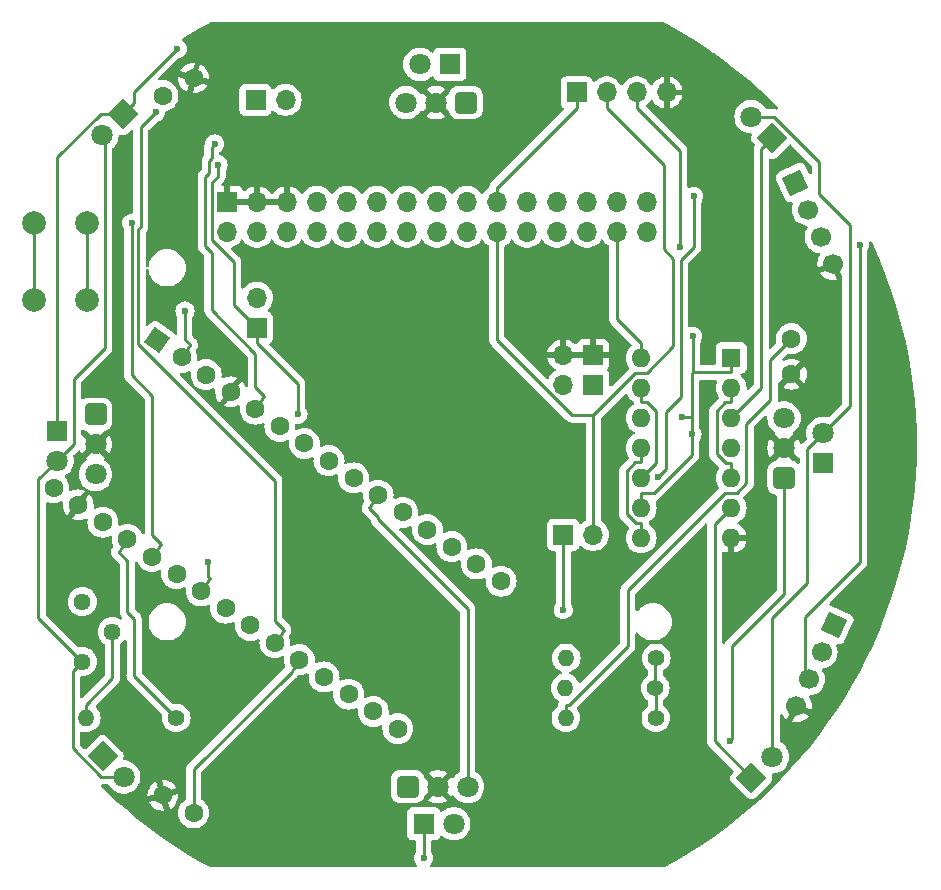
<source format=gbr>
G04 #@! TF.GenerationSoftware,KiCad,Pcbnew,7.0.11+dfsg-1build4*
G04 #@! TF.CreationDate,2024-12-30T17:53:10+00:00*
G04 #@! TF.ProjectId,Swarm-B_20230626,53776172-6d2d-4425-9f32-303233303632,rev?*
G04 #@! TF.SameCoordinates,Original*
G04 #@! TF.FileFunction,Copper,L2,Bot*
G04 #@! TF.FilePolarity,Positive*
%FSLAX46Y46*%
G04 Gerber Fmt 4.6, Leading zero omitted, Abs format (unit mm)*
G04 Created by KiCad (PCBNEW 7.0.11+dfsg-1build4) date 2024-12-30 17:53:10*
%MOMM*%
%LPD*%
G01*
G04 APERTURE LIST*
G04 Aperture macros list*
%AMRoundRect*
0 Rectangle with rounded corners*
0 $1 Rounding radius*
0 $2 $3 $4 $5 $6 $7 $8 $9 X,Y pos of 4 corners*
0 Add a 4 corners polygon primitive as box body*
4,1,4,$2,$3,$4,$5,$6,$7,$8,$9,$2,$3,0*
0 Add four circle primitives for the rounded corners*
1,1,$1+$1,$2,$3*
1,1,$1+$1,$4,$5*
1,1,$1+$1,$6,$7*
1,1,$1+$1,$8,$9*
0 Add four rect primitives between the rounded corners*
20,1,$1+$1,$2,$3,$4,$5,0*
20,1,$1+$1,$4,$5,$6,$7,0*
20,1,$1+$1,$6,$7,$8,$9,0*
20,1,$1+$1,$8,$9,$2,$3,0*%
%AMHorizOval*
0 Thick line with rounded ends*
0 $1 width*
0 $2 $3 position (X,Y) of the first rounded end (center of the circle)*
0 $4 $5 position (X,Y) of the second rounded end (center of the circle)*
0 Add line between two ends*
20,1,$1,$2,$3,$4,$5,0*
0 Add two circle primitives to create the rounded ends*
1,1,$1,$2,$3*
1,1,$1,$4,$5*%
%AMRotRect*
0 Rectangle, with rotation*
0 The origin of the aperture is its center*
0 $1 length*
0 $2 width*
0 $3 Rotation angle, in degrees counterclockwise*
0 Add horizontal line*
21,1,$1,$2,0,0,$3*%
G04 Aperture macros list end*
G04 #@! TA.AperFunction,ComponentPad*
%ADD10C,1.800000*%
G04 #@! TD*
G04 #@! TA.AperFunction,ComponentPad*
%ADD11R,1.800000X1.800000*%
G04 #@! TD*
G04 #@! TA.AperFunction,ComponentPad*
%ADD12RoundRect,0.248400X-0.651600X0.651600X-0.651600X-0.651600X0.651600X-0.651600X0.651600X0.651600X0*%
G04 #@! TD*
G04 #@! TA.AperFunction,ComponentPad*
%ADD13O,1.700000X1.700000*%
G04 #@! TD*
G04 #@! TA.AperFunction,ComponentPad*
%ADD14R,1.700000X1.700000*%
G04 #@! TD*
G04 #@! TA.AperFunction,ComponentPad*
%ADD15C,1.600000*%
G04 #@! TD*
G04 #@! TA.AperFunction,ComponentPad*
%ADD16O,1.400000X1.400000*%
G04 #@! TD*
G04 #@! TA.AperFunction,ComponentPad*
%ADD17C,1.400000*%
G04 #@! TD*
G04 #@! TA.AperFunction,ComponentPad*
%ADD18C,2.000000*%
G04 #@! TD*
G04 #@! TA.AperFunction,ComponentPad*
%ADD19RotRect,1.800000X1.800000X315.000000*%
G04 #@! TD*
G04 #@! TA.AperFunction,ComponentPad*
%ADD20RotRect,1.800000X1.800000X45.000000*%
G04 #@! TD*
G04 #@! TA.AperFunction,ComponentPad*
%ADD21HorizOval,1.700000X0.000000X0.000000X0.000000X0.000000X0*%
G04 #@! TD*
G04 #@! TA.AperFunction,ComponentPad*
%ADD22RotRect,1.700000X1.700000X25.000000*%
G04 #@! TD*
G04 #@! TA.AperFunction,ComponentPad*
%ADD23RoundRect,0.248400X-0.651600X-0.651600X0.651600X-0.651600X0.651600X0.651600X-0.651600X0.651600X0*%
G04 #@! TD*
G04 #@! TA.AperFunction,ComponentPad*
%ADD24HorizOval,1.700000X0.000000X0.000000X0.000000X0.000000X0*%
G04 #@! TD*
G04 #@! TA.AperFunction,ComponentPad*
%ADD25RotRect,1.700000X1.700000X335.000000*%
G04 #@! TD*
G04 #@! TA.AperFunction,ComponentPad*
%ADD26RoundRect,0.248400X0.651600X-0.651600X0.651600X0.651600X-0.651600X0.651600X-0.651600X-0.651600X0*%
G04 #@! TD*
G04 #@! TA.AperFunction,ComponentPad*
%ADD27RoundRect,0.248400X0.651600X0.651600X-0.651600X0.651600X-0.651600X-0.651600X0.651600X-0.651600X0*%
G04 #@! TD*
G04 #@! TA.AperFunction,ComponentPad*
%ADD28RotRect,1.800000X1.800000X225.000000*%
G04 #@! TD*
G04 #@! TA.AperFunction,ComponentPad*
%ADD29RotRect,1.800000X1.800000X135.000000*%
G04 #@! TD*
G04 #@! TA.AperFunction,ComponentPad*
%ADD30HorizOval,1.600000X0.000000X0.000000X0.000000X0.000000X0*%
G04 #@! TD*
G04 #@! TA.AperFunction,ComponentPad*
%ADD31RotRect,1.600000X1.600000X235.000000*%
G04 #@! TD*
G04 #@! TA.AperFunction,ComponentPad*
%ADD32O,1.600000X1.600000*%
G04 #@! TD*
G04 #@! TA.AperFunction,ComponentPad*
%ADD33R,1.600000X1.600000*%
G04 #@! TD*
G04 #@! TA.AperFunction,ComponentPad*
%ADD34C,1.440000*%
G04 #@! TD*
G04 #@! TA.AperFunction,ViaPad*
%ADD35C,0.600000*%
G04 #@! TD*
G04 #@! TA.AperFunction,Conductor*
%ADD36C,0.254000*%
G04 #@! TD*
G04 APERTURE END LIST*
D10*
X120274000Y-126310000D03*
D11*
X117734000Y-126310000D03*
D10*
X117404000Y-62020000D03*
D11*
X119944000Y-62020000D03*
D10*
X86714000Y-95560000D03*
D11*
X86714000Y-93020000D03*
D10*
X151534000Y-93260000D03*
D11*
X151534000Y-95800000D03*
D10*
X89944000Y-96738000D03*
X89944000Y-94198000D03*
D12*
X89944000Y-91658000D03*
D13*
X103594000Y-81788000D03*
D14*
X103594000Y-84328000D03*
D15*
X148864000Y-88248000D03*
X148864000Y-85248000D03*
D13*
X132080000Y-101854000D03*
D14*
X129540000Y-101854000D03*
D13*
X129540000Y-86614000D03*
D14*
X132080000Y-86614000D03*
D13*
X129540000Y-89154000D03*
D14*
X132080000Y-89154000D03*
D16*
X89154000Y-117348000D03*
D17*
X96774000Y-117348000D03*
D16*
X129764000Y-117348000D03*
D17*
X137384000Y-117348000D03*
D13*
X106032000Y-65024000D03*
D14*
X103492000Y-65024000D03*
D18*
X89254000Y-75458000D03*
X89254000Y-81958000D03*
X84754000Y-75458000D03*
X84754000Y-81958000D03*
D15*
X98253076Y-63175000D03*
X95655000Y-64675000D03*
D13*
X138294000Y-64400000D03*
X135754000Y-64400000D03*
X133214000Y-64400000D03*
D14*
X130674000Y-64400000D03*
D10*
X92333951Y-122349951D03*
D19*
X90537900Y-120553900D03*
D16*
X129794000Y-112268000D03*
D17*
X137414000Y-112268000D03*
D15*
X95649124Y-123899800D03*
X98247200Y-125399800D03*
D16*
X129724000Y-114808000D03*
D17*
X137344000Y-114808000D03*
D10*
X147260051Y-120643949D03*
D20*
X145464000Y-122440000D03*
D21*
X152413951Y-78929965D03*
X151340501Y-76627944D03*
X150267050Y-74325922D03*
D22*
X149193600Y-72023900D03*
D10*
X121454000Y-123173000D03*
X118914000Y-123173000D03*
D23*
X116374000Y-123173000D03*
D24*
X149264049Y-116379965D03*
X150337499Y-114077944D03*
X151410950Y-111775922D03*
D25*
X152484400Y-109473900D03*
D10*
X148239000Y-91960000D03*
X148239000Y-94500000D03*
D26*
X148239000Y-97040000D03*
D10*
X116224000Y-65250000D03*
X118764000Y-65250000D03*
D27*
X121304000Y-65250000D03*
D10*
X90494049Y-68029951D03*
D28*
X92290100Y-66233900D03*
D10*
X145447949Y-66443949D03*
D29*
X147244000Y-68240000D03*
D30*
X86406895Y-97862277D03*
X88487541Y-99319161D03*
X90568187Y-100776045D03*
X92648834Y-102232930D03*
X94729480Y-103689814D03*
X96810126Y-105146698D03*
X98890772Y-106603582D03*
X100971418Y-108060466D03*
X103052065Y-109517350D03*
X105132711Y-110974234D03*
X107213357Y-112431119D03*
X109294003Y-113888003D03*
X111374649Y-115344887D03*
X113455296Y-116801771D03*
X115535942Y-118258655D03*
X124277247Y-105774778D03*
X122196601Y-104317894D03*
X120115954Y-102861010D03*
X118035308Y-101404126D03*
X115954662Y-99947241D03*
X113874016Y-98490357D03*
X111793370Y-97033473D03*
X109712723Y-95576589D03*
X107632077Y-94119705D03*
X105551431Y-92662821D03*
X103470785Y-91205937D03*
X101390139Y-89749052D03*
X99309492Y-88292168D03*
X97228846Y-86835284D03*
D31*
X95148200Y-85378400D03*
D32*
X136144000Y-86868000D03*
X136144000Y-89408000D03*
X136144000Y-91948000D03*
X136144000Y-94488000D03*
X136144000Y-97028000D03*
X136144000Y-99568000D03*
X136144000Y-102108000D03*
X143764000Y-102108000D03*
X143764000Y-99568000D03*
X143764000Y-97028000D03*
X143764000Y-94488000D03*
X143764000Y-91948000D03*
X143764000Y-89408000D03*
D33*
X143764000Y-86868000D03*
D34*
X88819000Y-112588000D03*
X91359000Y-110048000D03*
X88819000Y-107508000D03*
D13*
X136624000Y-76188000D03*
X136624000Y-73648000D03*
X134084000Y-76188000D03*
X134084000Y-73648000D03*
X131544000Y-76188000D03*
X131544000Y-73648000D03*
X129004000Y-76188000D03*
X129004000Y-73648000D03*
X126464000Y-76188000D03*
X126464000Y-73648000D03*
X123924000Y-76188000D03*
X123924000Y-73648000D03*
X121384000Y-76188000D03*
X121384000Y-73648000D03*
X118844000Y-76188000D03*
X118844000Y-73648000D03*
X116304000Y-76188000D03*
X116304000Y-73648000D03*
X113764000Y-76188000D03*
X113764000Y-73648000D03*
X111224000Y-76188000D03*
X111224000Y-73648000D03*
X108684000Y-76188000D03*
X108684000Y-73648000D03*
X106144000Y-76188000D03*
X106144000Y-73648000D03*
X103604000Y-76188000D03*
X103604000Y-73648000D03*
X101064000Y-76188000D03*
D14*
X101064000Y-73648000D03*
D35*
X95049700Y-66062900D03*
X143668700Y-119316500D03*
X107083100Y-91642100D03*
X100323300Y-70498700D03*
X93011100Y-75465500D03*
X139420000Y-77507300D03*
X154635300Y-77280200D03*
X96882100Y-60687800D03*
X117733000Y-129216700D03*
X140441400Y-93339400D03*
X139607900Y-91848900D03*
X140513000Y-85040500D03*
X97519600Y-82904000D03*
X100041100Y-68761600D03*
X129540000Y-108186700D03*
X137554400Y-96952900D03*
X140599500Y-73186900D03*
X99509000Y-104147800D03*
D36*
X105132700Y-110974200D02*
X105889000Y-109894000D01*
X93765400Y-67347200D02*
X95049700Y-66062900D01*
X93765400Y-75767500D02*
X93765400Y-67347200D01*
X93567000Y-75965900D02*
X93765400Y-75767500D01*
X93567000Y-85717800D02*
X93567000Y-75965900D01*
X105132700Y-97283500D02*
X93567000Y-85717800D01*
X105132700Y-109137700D02*
X105132700Y-97283500D01*
X105889000Y-109894000D02*
X105132700Y-109137700D01*
X98247200Y-121721200D02*
X106457000Y-113511400D01*
X98247200Y-125399800D02*
X98247200Y-121721200D01*
X107213400Y-112431100D02*
X106457000Y-113511400D01*
X147091400Y-87020600D02*
X148864000Y-85248000D01*
X147091400Y-90399900D02*
X147091400Y-87020600D01*
X145042800Y-92448500D02*
X147091400Y-90399900D01*
X145042800Y-97500300D02*
X145042800Y-92448500D01*
X144245100Y-98298000D02*
X145042800Y-97500300D01*
X143242100Y-98298000D02*
X144245100Y-98298000D01*
X135026300Y-106513800D02*
X143242100Y-98298000D01*
X135026300Y-111239000D02*
X135026300Y-106513800D01*
X130046200Y-116219100D02*
X135026300Y-111239000D01*
X129764000Y-116219100D02*
X130046200Y-116219100D01*
X129764000Y-117348000D02*
X129764000Y-116219100D01*
X89254000Y-81958000D02*
X89254000Y-75458000D01*
X84754000Y-81958000D02*
X84754000Y-75458000D01*
X91359000Y-114014100D02*
X89154000Y-116219100D01*
X91359000Y-110048000D02*
X91359000Y-114014100D01*
X89154000Y-117348000D02*
X89154000Y-116219100D01*
X107083100Y-89096000D02*
X107083100Y-91642100D01*
X103594000Y-85606900D02*
X107083100Y-89096000D01*
X103594000Y-84328000D02*
X103594000Y-85606900D01*
X148239000Y-106850100D02*
X148239000Y-97040000D01*
X143830800Y-111258300D02*
X148239000Y-106850100D01*
X143830800Y-119154400D02*
X143830800Y-111258300D01*
X143668700Y-119316500D02*
X143830800Y-119154400D01*
X100323300Y-71505900D02*
X100323300Y-70498700D01*
X99785100Y-72044100D02*
X100323300Y-71505900D01*
X99785100Y-76911000D02*
X99785100Y-72044100D01*
X101659600Y-78785500D02*
X99785100Y-76911000D01*
X101659600Y-82393600D02*
X101659600Y-78785500D01*
X103594000Y-84328000D02*
X101659600Y-82393600D01*
X93011100Y-88357900D02*
X93011100Y-75465500D01*
X94729500Y-90076300D02*
X93011100Y-88357900D01*
X94729500Y-101853300D02*
X94729500Y-90076300D01*
X95485800Y-102609600D02*
X94729500Y-101853300D01*
X94729500Y-103689800D02*
X95485800Y-102609600D01*
X136144000Y-86868000D02*
X136144000Y-85639100D01*
X92648800Y-102232900D02*
X91892400Y-103313200D01*
X92648800Y-104069600D02*
X91892400Y-103313200D01*
X92648800Y-108391500D02*
X92648800Y-104069600D01*
X93204700Y-108947400D02*
X92648800Y-108391500D01*
X93204700Y-113778700D02*
X93204700Y-108947400D01*
X96774000Y-117348000D02*
X93204700Y-113778700D01*
X134084000Y-83579100D02*
X134084000Y-76188000D01*
X136144000Y-85639100D02*
X134084000Y-83579100D01*
X137384000Y-114848000D02*
X137384000Y-117348000D01*
X137344000Y-114808000D02*
X137384000Y-114848000D01*
X137344000Y-112338000D02*
X137344000Y-114808000D01*
X137414000Y-112268000D02*
X137344000Y-112338000D01*
X139420000Y-69344900D02*
X139420000Y-77507300D01*
X135754000Y-65678900D02*
X139420000Y-69344900D01*
X135754000Y-64400000D02*
X135754000Y-65678900D01*
X154635300Y-104194100D02*
X154635300Y-77280200D01*
X150010500Y-108818900D02*
X154635300Y-104194100D01*
X150010500Y-113750900D02*
X150010500Y-108818900D01*
X150337500Y-114077900D02*
X150010500Y-113750900D01*
X136144000Y-102108000D02*
X136144000Y-100879100D01*
X136144000Y-94488000D02*
X136144000Y-95716900D01*
X146304300Y-89407700D02*
X143764000Y-91948000D01*
X146304300Y-69179700D02*
X146304300Y-89407700D01*
X147244000Y-68240000D02*
X146304300Y-69179700D01*
X135634700Y-95716900D02*
X136144000Y-95716900D01*
X134914900Y-96436700D02*
X135634700Y-95716900D01*
X134914900Y-100110800D02*
X134914900Y-96436700D01*
X135683200Y-100879100D02*
X134914900Y-100110800D01*
X136144000Y-100879100D02*
X135683200Y-100879100D01*
X90381900Y-66233900D02*
X92290100Y-66233900D01*
X86714000Y-69901800D02*
X90381900Y-66233900D01*
X86714000Y-93020000D02*
X86714000Y-69901800D01*
X93229800Y-64340100D02*
X96882100Y-60687800D01*
X93229800Y-65294200D02*
X93229800Y-64340100D01*
X92290100Y-66233900D02*
X93229800Y-65294200D01*
X117733000Y-127639900D02*
X117733000Y-129216700D01*
X117734000Y-127638900D02*
X117733000Y-127639900D01*
X117734000Y-126310000D02*
X117734000Y-127638900D01*
X142373000Y-119349000D02*
X145464000Y-122440000D01*
X142373000Y-100959000D02*
X142373000Y-119349000D01*
X143764000Y-99568000D02*
X142373000Y-100959000D01*
X90435100Y-122350000D02*
X92334000Y-122350000D01*
X88012300Y-119927200D02*
X90435100Y-122350000D01*
X88012300Y-113394700D02*
X88012300Y-119927200D01*
X88819000Y-112588000D02*
X88012300Y-113394700D01*
X88102100Y-94171900D02*
X86714000Y-95560000D01*
X88102100Y-88684500D02*
X88102100Y-94171900D01*
X90717800Y-86068800D02*
X88102100Y-88684500D01*
X90717800Y-68253800D02*
X90717800Y-86068800D01*
X90494000Y-68030000D02*
X90717800Y-68253800D01*
X85115200Y-108884200D02*
X88819000Y-112588000D01*
X85115200Y-97158800D02*
X85115200Y-108884200D01*
X86714000Y-95560000D02*
X85115200Y-97158800D01*
X150205100Y-94588900D02*
X151534000Y-93260000D01*
X150205100Y-105945100D02*
X150205100Y-94588900D01*
X147260100Y-108890100D02*
X150205100Y-105945100D01*
X147260100Y-120643900D02*
X147260100Y-108890100D01*
X153823500Y-90970500D02*
X151534000Y-93260000D01*
X153823500Y-75589300D02*
X153823500Y-90970500D01*
X151213600Y-72979400D02*
X153823500Y-75589300D01*
X151213600Y-70295500D02*
X151213600Y-72979400D01*
X147362000Y-66443900D02*
X151213600Y-70295500D01*
X145447900Y-66443900D02*
X147362000Y-66443900D01*
X143764000Y-86868000D02*
X143764000Y-88096900D01*
X136144000Y-99568000D02*
X136144000Y-98339100D01*
X140441400Y-91848900D02*
X140441400Y-93339400D01*
X140441400Y-91848900D02*
X139607900Y-91848900D01*
X143764000Y-88096900D02*
X140513000Y-88096900D01*
X140441500Y-88168400D02*
X140513000Y-88096900D01*
X140441500Y-91848900D02*
X140441500Y-88168400D01*
X140441400Y-91848900D02*
X140441500Y-91848900D01*
X140513000Y-88096900D02*
X140513000Y-85040500D01*
X140441400Y-95096800D02*
X140441400Y-93339400D01*
X137199100Y-98339100D02*
X140441400Y-95096800D01*
X136144000Y-98339100D02*
X137199100Y-98339100D01*
X97519600Y-85289400D02*
X97519600Y-82904000D01*
X97985200Y-85755000D02*
X97519600Y-85289400D01*
X97228800Y-86835300D02*
X97985200Y-85755000D01*
X103470800Y-91205900D02*
X104227100Y-90125700D01*
X103470800Y-89369400D02*
X104227100Y-90125700D01*
X103470800Y-86511400D02*
X103470800Y-89369400D01*
X99785100Y-82825700D02*
X103470800Y-86511400D01*
X99785100Y-77974500D02*
X99785100Y-82825700D01*
X99229200Y-77418600D02*
X99785100Y-77974500D01*
X99229200Y-71536900D02*
X99229200Y-77418600D01*
X99554900Y-71211200D02*
X99229200Y-71536900D01*
X99554900Y-70193100D02*
X99554900Y-71211200D01*
X99785100Y-69962900D02*
X99554900Y-70193100D01*
X99785100Y-69017600D02*
X99785100Y-69962900D01*
X100041100Y-68761600D02*
X99785100Y-69017600D01*
X143764000Y-97028000D02*
X143764000Y-95799100D01*
X143764000Y-89408000D02*
X143764000Y-90636900D01*
X136653300Y-90636900D02*
X136144000Y-90636900D01*
X137372900Y-91356500D02*
X136653300Y-90636900D01*
X137372900Y-95799100D02*
X137372900Y-91356500D01*
X136144000Y-97028000D02*
X137372900Y-95799100D01*
X136144000Y-89408000D02*
X136144000Y-90636900D01*
X143254700Y-90636900D02*
X143764000Y-90636900D01*
X142533400Y-91358200D02*
X143254700Y-90636900D01*
X142533400Y-95029300D02*
X142533400Y-91358200D01*
X143303200Y-95799100D02*
X142533400Y-95029300D01*
X143764000Y-95799100D02*
X143303200Y-95799100D01*
X123983800Y-72369100D02*
X130674000Y-65678900D01*
X123924000Y-72369100D02*
X123983800Y-72369100D01*
X123924000Y-73648000D02*
X123924000Y-72369100D01*
X130674000Y-64400000D02*
X130674000Y-65678900D01*
X140599500Y-77472400D02*
X140599500Y-73186900D01*
X139512000Y-78559900D02*
X140599500Y-77472400D01*
X139512000Y-90145200D02*
X139512000Y-78559900D01*
X138207800Y-91449400D02*
X139512000Y-90145200D01*
X138207800Y-96299500D02*
X138207800Y-91449400D01*
X137554400Y-96952900D02*
X138207800Y-96299500D01*
X129540000Y-101854000D02*
X129540000Y-108186700D01*
X132080000Y-101854000D02*
X132080000Y-101284200D01*
X133214000Y-64400000D02*
X133214000Y-65678900D01*
X123924000Y-85353400D02*
X123924000Y-76188000D01*
X130287800Y-91717200D02*
X123924000Y-85353400D01*
X132080000Y-91717200D02*
X130287800Y-91717200D01*
X132080000Y-101284200D02*
X132080000Y-91717200D01*
X135659200Y-88138000D02*
X132080000Y-91717200D01*
X136614000Y-88138000D02*
X135659200Y-88138000D01*
X138866500Y-85885500D02*
X136614000Y-88138000D01*
X138866500Y-78461100D02*
X138866500Y-85885500D01*
X138065300Y-77659900D02*
X138866500Y-78461100D01*
X138065300Y-70530200D02*
X138065300Y-77659900D01*
X133214000Y-65678900D02*
X138065300Y-70530200D01*
X99509000Y-105385100D02*
X99509000Y-104147800D01*
X99647200Y-105523300D02*
X99509000Y-105385100D01*
X98890800Y-106603600D02*
X99647200Y-105523300D01*
X121454000Y-108132400D02*
X121454000Y-123173000D01*
X113874000Y-100552400D02*
X121454000Y-108132400D01*
X113874000Y-100326900D02*
X113874000Y-100552400D01*
X113117700Y-99570600D02*
X113874000Y-100326900D01*
X113874000Y-98490400D02*
X113117700Y-99570600D01*
G04 #@! TA.AperFunction,Conductor*
G36*
X122735905Y-76861515D02*
G01*
X122757804Y-76886787D01*
X122848278Y-77025268D01*
X122848283Y-77025273D01*
X122848284Y-77025276D01*
X123000756Y-77190902D01*
X123000760Y-77190906D01*
X123178424Y-77329189D01*
X123178426Y-77329190D01*
X123178429Y-77329192D01*
X123188702Y-77334751D01*
X123223516Y-77353591D01*
X123273107Y-77402808D01*
X123288500Y-77462646D01*
X123288500Y-85269551D01*
X123286758Y-85285327D01*
X123287026Y-85285353D01*
X123286292Y-85293118D01*
X123288439Y-85361443D01*
X123288500Y-85365338D01*
X123288500Y-85393382D01*
X123289022Y-85397518D01*
X123289937Y-85409149D01*
X123291334Y-85453603D01*
X123291335Y-85453607D01*
X123297057Y-85473305D01*
X123301000Y-85492346D01*
X123303571Y-85512688D01*
X123303574Y-85512703D01*
X123319941Y-85554044D01*
X123323722Y-85565087D01*
X123336130Y-85607791D01*
X123346570Y-85625444D01*
X123355128Y-85642914D01*
X123362679Y-85661985D01*
X123362683Y-85661992D01*
X123388824Y-85697972D01*
X123395231Y-85707725D01*
X123417866Y-85745998D01*
X123417870Y-85746002D01*
X123432363Y-85760495D01*
X123445001Y-85775292D01*
X123457057Y-85791887D01*
X123491325Y-85820235D01*
X123499966Y-85828098D01*
X129779139Y-92107271D01*
X129789069Y-92119665D01*
X129789276Y-92119495D01*
X129794243Y-92125500D01*
X129844096Y-92172314D01*
X129846896Y-92175028D01*
X129866704Y-92194837D01*
X129869984Y-92197381D01*
X129878866Y-92204966D01*
X129911294Y-92235417D01*
X129929270Y-92245299D01*
X129945516Y-92255970D01*
X129961733Y-92268549D01*
X130002556Y-92286214D01*
X130013023Y-92291343D01*
X130027968Y-92299559D01*
X130051992Y-92312767D01*
X130051994Y-92312767D01*
X130051997Y-92312769D01*
X130071866Y-92317870D01*
X130090262Y-92324168D01*
X130109092Y-92332317D01*
X130153019Y-92339273D01*
X130164450Y-92341641D01*
X130207518Y-92352700D01*
X130228026Y-92352700D01*
X130247423Y-92354226D01*
X130267677Y-92357434D01*
X130267678Y-92357435D01*
X130267678Y-92357434D01*
X130267679Y-92357435D01*
X130287197Y-92355589D01*
X130311952Y-92353250D01*
X130323621Y-92352700D01*
X131320500Y-92352700D01*
X131387539Y-92372385D01*
X131433294Y-92425189D01*
X131444500Y-92476700D01*
X131444500Y-100579352D01*
X131424815Y-100646391D01*
X131379519Y-100688406D01*
X131334427Y-100712809D01*
X131334422Y-100712812D01*
X131156761Y-100851092D01*
X131093548Y-100919760D01*
X131033661Y-100955750D01*
X130963823Y-100953649D01*
X130906207Y-100914124D01*
X130886138Y-100879110D01*
X130840889Y-100757796D01*
X130820311Y-100730307D01*
X130753261Y-100640739D01*
X130636204Y-100553111D01*
X130622402Y-100547963D01*
X130499203Y-100502011D01*
X130438654Y-100495500D01*
X130438638Y-100495500D01*
X128641362Y-100495500D01*
X128641345Y-100495500D01*
X128580797Y-100502011D01*
X128580795Y-100502011D01*
X128443795Y-100553111D01*
X128326739Y-100640739D01*
X128239111Y-100757795D01*
X128188011Y-100894795D01*
X128188011Y-100894797D01*
X128181500Y-100955345D01*
X128181500Y-102752654D01*
X128188011Y-102813202D01*
X128188011Y-102813204D01*
X128237849Y-102946820D01*
X128239111Y-102950204D01*
X128326739Y-103067261D01*
X128443796Y-103154889D01*
X128580799Y-103205989D01*
X128608050Y-103208918D01*
X128641345Y-103212499D01*
X128641362Y-103212500D01*
X128780500Y-103212500D01*
X128847539Y-103232185D01*
X128893294Y-103284989D01*
X128904500Y-103336500D01*
X128904500Y-107642722D01*
X128885494Y-107708694D01*
X128806958Y-107833682D01*
X128746782Y-108005653D01*
X128746781Y-108005658D01*
X128726384Y-108186696D01*
X128726384Y-108186703D01*
X128746781Y-108367741D01*
X128746782Y-108367746D01*
X128779192Y-108460368D01*
X128796962Y-108511152D01*
X128806958Y-108539717D01*
X128873672Y-108645891D01*
X128903889Y-108693981D01*
X129032719Y-108822811D01*
X129186985Y-108919743D01*
X129358953Y-108979917D01*
X129358958Y-108979918D01*
X129539996Y-109000316D01*
X129540000Y-109000316D01*
X129540004Y-109000316D01*
X129721041Y-108979918D01*
X129721044Y-108979917D01*
X129721047Y-108979917D01*
X129893015Y-108919743D01*
X130047281Y-108822811D01*
X130176111Y-108693981D01*
X130273043Y-108539715D01*
X130333217Y-108367747D01*
X130333218Y-108367741D01*
X130353616Y-108186703D01*
X130353616Y-108186696D01*
X130333218Y-108005658D01*
X130333217Y-108005653D01*
X130321827Y-107973102D01*
X130273043Y-107833685D01*
X130248390Y-107794450D01*
X130194506Y-107708694D01*
X130175500Y-107642722D01*
X130175500Y-103336500D01*
X130195185Y-103269461D01*
X130247989Y-103223706D01*
X130299500Y-103212500D01*
X130438638Y-103212500D01*
X130438654Y-103212499D01*
X130465692Y-103209591D01*
X130499201Y-103205989D01*
X130636204Y-103154889D01*
X130753261Y-103067261D01*
X130840889Y-102950204D01*
X130886138Y-102828887D01*
X130928009Y-102772956D01*
X130993474Y-102748539D01*
X131061746Y-102763391D01*
X131093545Y-102788236D01*
X131156760Y-102856906D01*
X131334424Y-102995189D01*
X131334425Y-102995189D01*
X131334427Y-102995191D01*
X131405523Y-103033666D01*
X131532426Y-103102342D01*
X131745365Y-103175444D01*
X131967431Y-103212500D01*
X132192569Y-103212500D01*
X132414635Y-103175444D01*
X132627574Y-103102342D01*
X132825576Y-102995189D01*
X133003240Y-102856906D01*
X133110268Y-102740644D01*
X133155715Y-102691276D01*
X133155716Y-102691274D01*
X133155722Y-102691268D01*
X133278860Y-102502791D01*
X133369296Y-102296616D01*
X133424564Y-102078368D01*
X133426138Y-102059377D01*
X133443156Y-101854005D01*
X133443156Y-101853994D01*
X133424565Y-101629640D01*
X133424563Y-101629628D01*
X133414545Y-101590067D01*
X133369296Y-101411384D01*
X133278860Y-101205209D01*
X133265514Y-101184782D01*
X133200169Y-101084764D01*
X133155722Y-101016732D01*
X133155719Y-101016729D01*
X133155715Y-101016723D01*
X133003243Y-100851097D01*
X133003238Y-100851092D01*
X132860319Y-100739853D01*
X132825576Y-100712811D01*
X132812109Y-100705523D01*
X132780481Y-100688406D01*
X132730891Y-100639186D01*
X132715500Y-100579352D01*
X132715500Y-92031793D01*
X132735185Y-91964754D01*
X132751814Y-91944117D01*
X134761908Y-89934022D01*
X134823229Y-89900539D01*
X134892921Y-89905523D01*
X134948854Y-89947395D01*
X134961969Y-89969301D01*
X135001627Y-90054349D01*
X135006477Y-90064749D01*
X135137802Y-90252300D01*
X135299700Y-90414198D01*
X135453268Y-90521728D01*
X135496890Y-90576302D01*
X135505897Y-90615511D01*
X135508255Y-90652974D01*
X135508500Y-90660763D01*
X135508500Y-90676881D01*
X135508501Y-90676896D01*
X135510519Y-90692872D01*
X135511252Y-90700623D01*
X135512490Y-90720293D01*
X135497055Y-90788437D01*
X135459859Y-90829656D01*
X135299699Y-90941802D01*
X135137806Y-91103695D01*
X135137803Y-91103698D01*
X135137802Y-91103700D01*
X135110799Y-91142264D01*
X135006476Y-91291252D01*
X135006475Y-91291254D01*
X134909718Y-91498750D01*
X134909714Y-91498761D01*
X134850457Y-91719910D01*
X134850456Y-91719918D01*
X134830502Y-91947998D01*
X134830502Y-91948001D01*
X134850456Y-92176081D01*
X134850457Y-92176089D01*
X134909714Y-92397238D01*
X134909718Y-92397249D01*
X134995842Y-92581943D01*
X135006477Y-92604749D01*
X135137802Y-92792300D01*
X135299700Y-92954198D01*
X135486784Y-93085196D01*
X135487251Y-93085523D01*
X135530345Y-93105618D01*
X135582784Y-93151791D01*
X135601936Y-93218984D01*
X135581720Y-93285865D01*
X135530345Y-93330382D01*
X135487251Y-93350476D01*
X135362126Y-93438090D01*
X135299700Y-93481802D01*
X135299698Y-93481803D01*
X135299695Y-93481806D01*
X135137806Y-93643695D01*
X135137803Y-93643698D01*
X135137802Y-93643700D01*
X135069067Y-93741864D01*
X135006476Y-93831252D01*
X135006475Y-93831254D01*
X134909718Y-94038750D01*
X134909714Y-94038761D01*
X134850457Y-94259910D01*
X134850456Y-94259918D01*
X134830502Y-94487998D01*
X134830502Y-94488001D01*
X134850456Y-94716081D01*
X134850457Y-94716089D01*
X134909714Y-94937238D01*
X134909718Y-94937249D01*
X135002944Y-95137173D01*
X135006477Y-95144749D01*
X135067285Y-95231591D01*
X135071024Y-95236931D01*
X135093351Y-95303138D01*
X135076341Y-95370905D01*
X135057130Y-95395736D01*
X134524821Y-95928044D01*
X134512431Y-95937972D01*
X134512602Y-95938179D01*
X134506595Y-95943148D01*
X134459798Y-95992981D01*
X134457090Y-95995775D01*
X134437266Y-96015598D01*
X134437265Y-96015600D01*
X134434697Y-96018911D01*
X134427121Y-96027780D01*
X134396682Y-96060195D01*
X134396681Y-96060196D01*
X134386800Y-96078168D01*
X134376125Y-96094419D01*
X134363552Y-96110629D01*
X134363550Y-96110633D01*
X134345887Y-96151448D01*
X134340750Y-96161933D01*
X134319330Y-96200897D01*
X134314229Y-96220764D01*
X134307930Y-96239162D01*
X134299784Y-96257987D01*
X134299781Y-96257996D01*
X134292826Y-96301912D01*
X134290457Y-96313350D01*
X134279400Y-96356410D01*
X134279400Y-96376925D01*
X134277872Y-96396324D01*
X134274665Y-96416579D01*
X134275753Y-96428084D01*
X134278850Y-96460849D01*
X134279400Y-96472519D01*
X134279400Y-100026951D01*
X134277658Y-100042727D01*
X134277926Y-100042753D01*
X134277192Y-100050518D01*
X134279339Y-100118843D01*
X134279400Y-100122738D01*
X134279400Y-100150782D01*
X134279922Y-100154918D01*
X134280837Y-100166549D01*
X134282234Y-100211003D01*
X134282235Y-100211007D01*
X134287957Y-100230705D01*
X134291900Y-100249746D01*
X134294471Y-100270088D01*
X134294474Y-100270103D01*
X134310841Y-100311444D01*
X134314622Y-100322487D01*
X134327030Y-100365191D01*
X134337470Y-100382844D01*
X134346028Y-100400314D01*
X134353579Y-100419385D01*
X134353583Y-100419392D01*
X134379724Y-100455372D01*
X134386131Y-100465125D01*
X134408766Y-100503398D01*
X134408770Y-100503402D01*
X134423263Y-100517895D01*
X134435901Y-100532692D01*
X134447957Y-100549287D01*
X134482225Y-100577635D01*
X134490866Y-100585498D01*
X135077105Y-101171737D01*
X135110590Y-101233060D01*
X135105606Y-101302752D01*
X135090999Y-101330542D01*
X135006476Y-101451252D01*
X135006475Y-101451254D01*
X134909718Y-101658750D01*
X134909714Y-101658761D01*
X134850457Y-101879910D01*
X134850456Y-101879918D01*
X134830502Y-102107998D01*
X134830502Y-102108001D01*
X134850456Y-102336081D01*
X134850457Y-102336089D01*
X134909714Y-102557238D01*
X134909718Y-102557249D01*
X135000837Y-102752654D01*
X135006477Y-102764749D01*
X135137802Y-102952300D01*
X135299700Y-103114198D01*
X135487251Y-103245523D01*
X135544793Y-103272355D01*
X135694750Y-103342281D01*
X135694752Y-103342281D01*
X135694757Y-103342284D01*
X135915913Y-103401543D01*
X136078832Y-103415796D01*
X136143998Y-103421498D01*
X136144000Y-103421498D01*
X136144002Y-103421498D01*
X136201021Y-103416509D01*
X136372087Y-103401543D01*
X136593243Y-103342284D01*
X136800749Y-103245523D01*
X136988300Y-103114198D01*
X137150198Y-102952300D01*
X137281523Y-102764749D01*
X137378284Y-102557243D01*
X137437543Y-102336087D01*
X137457498Y-102108000D01*
X137437543Y-101879913D01*
X137378284Y-101658757D01*
X137365907Y-101632215D01*
X137322303Y-101538705D01*
X137281523Y-101451251D01*
X137150198Y-101263700D01*
X136988300Y-101101802D01*
X136963967Y-101084764D01*
X136834733Y-100994272D01*
X136791108Y-100939695D01*
X136782102Y-100900484D01*
X136779745Y-100863022D01*
X136779500Y-100855236D01*
X136779500Y-100839122D01*
X136779500Y-100839117D01*
X136777476Y-100823100D01*
X136776747Y-100815397D01*
X136775508Y-100795695D01*
X136790947Y-100727556D01*
X136828138Y-100686344D01*
X136988300Y-100574198D01*
X137150198Y-100412300D01*
X137281523Y-100224749D01*
X137378284Y-100017243D01*
X137437543Y-99796087D01*
X137455912Y-99586127D01*
X137457498Y-99568001D01*
X137457498Y-99567998D01*
X137438742Y-99353621D01*
X137437543Y-99339913D01*
X137378284Y-99118757D01*
X137369636Y-99100212D01*
X137359144Y-99031138D01*
X137387662Y-98967353D01*
X137446138Y-98929113D01*
X137447292Y-98928770D01*
X137453493Y-98926969D01*
X137471154Y-98916523D01*
X137488612Y-98907971D01*
X137507688Y-98900419D01*
X137543668Y-98874277D01*
X137553415Y-98867874D01*
X137591698Y-98845234D01*
X137606194Y-98830737D01*
X137620992Y-98818098D01*
X137637587Y-98806042D01*
X137665945Y-98771762D01*
X137673788Y-98763142D01*
X140831475Y-95605456D01*
X140843858Y-95595538D01*
X140843686Y-95595330D01*
X140849694Y-95590358D01*
X140849703Y-95590353D01*
X140896503Y-95540514D01*
X140899183Y-95537748D01*
X140919039Y-95517894D01*
X140921592Y-95514601D01*
X140929175Y-95505721D01*
X140959617Y-95473306D01*
X140969499Y-95455329D01*
X140980171Y-95439082D01*
X140992750Y-95422866D01*
X141010416Y-95382037D01*
X141015543Y-95371573D01*
X141036969Y-95332603D01*
X141042070Y-95312731D01*
X141048373Y-95294326D01*
X141048855Y-95293213D01*
X141056517Y-95275508D01*
X141063475Y-95231571D01*
X141065842Y-95220145D01*
X141076900Y-95177082D01*
X141076900Y-95156573D01*
X141078427Y-95137173D01*
X141079641Y-95129507D01*
X141081635Y-95116920D01*
X141077450Y-95072647D01*
X141076900Y-95060978D01*
X141076900Y-93883377D01*
X141095907Y-93817405D01*
X141174439Y-93692422D01*
X141174441Y-93692419D01*
X141174441Y-93692417D01*
X141174443Y-93692415D01*
X141234617Y-93520447D01*
X141236118Y-93507125D01*
X141255016Y-93339403D01*
X141255016Y-93339396D01*
X141234618Y-93158358D01*
X141234617Y-93158353D01*
X141227331Y-93137530D01*
X141174443Y-92986385D01*
X141114447Y-92890902D01*
X141095906Y-92861394D01*
X141076900Y-92795422D01*
X141076900Y-91937783D01*
X141077000Y-91936197D01*
X141077000Y-91920692D01*
X141079197Y-91897455D01*
X141080787Y-91889121D01*
X141077245Y-91832822D01*
X141077000Y-91825036D01*
X141077000Y-88856400D01*
X141096685Y-88789361D01*
X141149489Y-88743606D01*
X141201000Y-88732400D01*
X142440627Y-88732400D01*
X142507666Y-88752085D01*
X142553421Y-88804889D01*
X142563365Y-88874047D01*
X142553009Y-88908804D01*
X142529718Y-88958750D01*
X142529714Y-88958761D01*
X142470457Y-89179910D01*
X142470456Y-89179918D01*
X142450502Y-89407998D01*
X142450502Y-89408001D01*
X142470456Y-89636081D01*
X142470457Y-89636089D01*
X142529714Y-89857238D01*
X142529718Y-89857249D01*
X142621627Y-90054349D01*
X142626477Y-90064749D01*
X142691025Y-90156934D01*
X142713351Y-90223137D01*
X142696341Y-90290904D01*
X142677130Y-90315735D01*
X142143321Y-90849544D01*
X142130931Y-90859472D01*
X142131102Y-90859679D01*
X142125095Y-90864648D01*
X142078298Y-90914481D01*
X142075590Y-90917275D01*
X142055766Y-90937098D01*
X142055765Y-90937100D01*
X142053197Y-90940411D01*
X142045621Y-90949280D01*
X142015182Y-90981695D01*
X142015181Y-90981696D01*
X142005300Y-90999668D01*
X141994625Y-91015919D01*
X141982052Y-91032129D01*
X141982050Y-91032133D01*
X141964387Y-91072948D01*
X141959250Y-91083433D01*
X141937830Y-91122397D01*
X141932729Y-91142264D01*
X141926430Y-91160662D01*
X141918284Y-91179487D01*
X141918281Y-91179496D01*
X141911326Y-91223412D01*
X141908957Y-91234850D01*
X141897900Y-91277910D01*
X141897900Y-91298425D01*
X141896373Y-91317824D01*
X141893165Y-91338077D01*
X141897350Y-91382349D01*
X141897900Y-91394019D01*
X141897900Y-94945451D01*
X141896158Y-94961227D01*
X141896426Y-94961253D01*
X141895692Y-94969018D01*
X141897839Y-95037343D01*
X141897900Y-95041238D01*
X141897900Y-95069282D01*
X141898422Y-95073418D01*
X141899337Y-95085049D01*
X141900734Y-95129503D01*
X141900735Y-95129507D01*
X141906457Y-95149205D01*
X141910400Y-95168246D01*
X141912971Y-95188588D01*
X141912974Y-95188603D01*
X141929341Y-95229944D01*
X141933122Y-95240987D01*
X141945530Y-95283691D01*
X141945531Y-95283693D01*
X141954447Y-95298770D01*
X141955970Y-95301344D01*
X141964528Y-95318814D01*
X141972079Y-95337885D01*
X141972083Y-95337892D01*
X141998224Y-95373872D01*
X142004631Y-95383625D01*
X142027266Y-95421898D01*
X142027270Y-95421902D01*
X142041764Y-95436396D01*
X142054396Y-95451185D01*
X142066458Y-95467787D01*
X142088646Y-95486142D01*
X142100723Y-95496133D01*
X142109364Y-95503996D01*
X142697104Y-96091737D01*
X142730589Y-96153060D01*
X142725605Y-96222752D01*
X142710998Y-96250541D01*
X142626479Y-96371246D01*
X142626475Y-96371254D01*
X142529718Y-96578750D01*
X142529714Y-96578761D01*
X142470457Y-96799910D01*
X142470456Y-96799918D01*
X142450502Y-97027998D01*
X142450502Y-97028001D01*
X142470456Y-97256081D01*
X142470457Y-97256089D01*
X142529714Y-97477238D01*
X142529718Y-97477249D01*
X142623800Y-97679008D01*
X142626477Y-97684749D01*
X142689718Y-97775066D01*
X142702761Y-97793693D01*
X142725088Y-97859900D01*
X142708078Y-97927667D01*
X142688867Y-97952498D01*
X134636221Y-106005144D01*
X134623831Y-106015072D01*
X134624002Y-106015279D01*
X134617995Y-106020248D01*
X134571198Y-106070081D01*
X134568490Y-106072875D01*
X134548666Y-106092698D01*
X134548665Y-106092700D01*
X134546097Y-106096011D01*
X134538521Y-106104880D01*
X134508082Y-106137295D01*
X134508081Y-106137296D01*
X134498200Y-106155268D01*
X134487525Y-106171519D01*
X134474952Y-106187729D01*
X134474950Y-106187733D01*
X134457287Y-106228548D01*
X134452150Y-106239033D01*
X134430730Y-106277997D01*
X134425629Y-106297864D01*
X134419330Y-106316262D01*
X134411184Y-106335087D01*
X134411181Y-106335096D01*
X134404226Y-106379012D01*
X134401857Y-106390450D01*
X134390800Y-106433510D01*
X134390800Y-106454025D01*
X134389273Y-106473424D01*
X134386065Y-106493677D01*
X134390250Y-106537949D01*
X134390800Y-106549619D01*
X134390800Y-110924404D01*
X134371115Y-110991443D01*
X134354481Y-111012085D01*
X131024006Y-114342559D01*
X130962683Y-114376044D01*
X130892991Y-114371060D01*
X130837058Y-114329188D01*
X130823945Y-114307286D01*
X130774589Y-114201442D01*
X130653301Y-114028224D01*
X130653299Y-114028221D01*
X130503778Y-113878700D01*
X130330558Y-113757411D01*
X130330556Y-113757410D01*
X130277687Y-113732757D01*
X130138910Y-113668044D01*
X130138906Y-113668043D01*
X130138902Y-113668041D01*
X130135586Y-113667153D01*
X130134287Y-113666361D01*
X130133816Y-113666190D01*
X130133850Y-113666095D01*
X130075925Y-113630788D01*
X130045396Y-113567941D01*
X130053691Y-113498566D01*
X130098176Y-113444688D01*
X130135586Y-113427603D01*
X130146540Y-113424668D01*
X130208910Y-113407956D01*
X130400558Y-113318589D01*
X130573776Y-113197301D01*
X130723301Y-113047776D01*
X130844589Y-112874558D01*
X130933956Y-112682910D01*
X130988686Y-112478655D01*
X131007116Y-112268000D01*
X131007096Y-112267777D01*
X130997081Y-112153299D01*
X130988686Y-112057345D01*
X130933956Y-111853090D01*
X130844589Y-111661442D01*
X130745569Y-111520026D01*
X130723299Y-111488221D01*
X130573778Y-111338700D01*
X130400558Y-111217411D01*
X130400556Y-111217410D01*
X130368197Y-111202321D01*
X130208910Y-111128044D01*
X130208906Y-111128043D01*
X130208902Y-111128041D01*
X130004660Y-111073315D01*
X130004656Y-111073314D01*
X130004655Y-111073314D01*
X130004654Y-111073313D01*
X130004649Y-111073313D01*
X129794002Y-111054884D01*
X129793998Y-111054884D01*
X129583350Y-111073313D01*
X129583339Y-111073315D01*
X129379097Y-111128041D01*
X129379088Y-111128045D01*
X129187443Y-111217410D01*
X129187441Y-111217411D01*
X129014221Y-111338700D01*
X128864700Y-111488221D01*
X128743411Y-111661441D01*
X128743410Y-111661443D01*
X128654045Y-111853088D01*
X128654041Y-111853097D01*
X128599315Y-112057339D01*
X128599313Y-112057350D01*
X128580884Y-112267998D01*
X128580884Y-112268001D01*
X128599313Y-112478649D01*
X128599315Y-112478660D01*
X128654041Y-112682902D01*
X128654043Y-112682906D01*
X128654044Y-112682910D01*
X128698772Y-112778829D01*
X128743410Y-112874556D01*
X128743411Y-112874558D01*
X128864700Y-113047778D01*
X129014221Y-113197299D01*
X129035619Y-113212282D01*
X129187442Y-113318589D01*
X129379090Y-113407956D01*
X129379096Y-113407957D01*
X129379097Y-113407958D01*
X129382404Y-113408844D01*
X129383700Y-113409633D01*
X129384184Y-113409810D01*
X129384148Y-113409907D01*
X129442067Y-113445203D01*
X129472601Y-113508048D01*
X129464312Y-113577424D01*
X129419832Y-113631306D01*
X129382415Y-113648396D01*
X129309092Y-113668043D01*
X129309088Y-113668045D01*
X129117443Y-113757410D01*
X129117441Y-113757411D01*
X128944221Y-113878700D01*
X128794700Y-114028221D01*
X128673411Y-114201441D01*
X128673410Y-114201443D01*
X128584045Y-114393088D01*
X128584041Y-114393097D01*
X128529315Y-114597339D01*
X128529313Y-114597350D01*
X128510884Y-114807998D01*
X128510884Y-114808001D01*
X128529313Y-115018649D01*
X128529315Y-115018660D01*
X128584041Y-115222902D01*
X128584043Y-115222906D01*
X128584044Y-115222910D01*
X128640922Y-115344885D01*
X128673410Y-115414556D01*
X128673411Y-115414558D01*
X128794700Y-115587778D01*
X128944222Y-115737300D01*
X129117466Y-115858606D01*
X129161091Y-115913183D01*
X129168285Y-115982681D01*
X129166484Y-115990876D01*
X129166356Y-115991377D01*
X129158417Y-116013472D01*
X129154799Y-116021160D01*
X129154798Y-116021165D01*
X129144229Y-116076566D01*
X129142531Y-116084164D01*
X129128500Y-116138813D01*
X129128500Y-116147305D01*
X129126304Y-116170536D01*
X129124713Y-116178876D01*
X129124713Y-116178879D01*
X129128255Y-116235177D01*
X129128500Y-116242963D01*
X129128500Y-116253125D01*
X129108815Y-116320164D01*
X129075624Y-116354700D01*
X128984219Y-116418702D01*
X128834700Y-116568221D01*
X128713411Y-116741441D01*
X128713410Y-116741443D01*
X128624045Y-116933088D01*
X128624041Y-116933097D01*
X128569315Y-117137339D01*
X128569313Y-117137350D01*
X128550884Y-117347998D01*
X128550884Y-117348001D01*
X128569313Y-117558649D01*
X128569315Y-117558660D01*
X128624041Y-117762902D01*
X128624043Y-117762906D01*
X128624044Y-117762910D01*
X128703391Y-117933071D01*
X128713410Y-117954556D01*
X128713411Y-117954558D01*
X128834700Y-118127778D01*
X128984221Y-118277299D01*
X128984224Y-118277301D01*
X129157442Y-118398589D01*
X129349090Y-118487956D01*
X129553345Y-118542686D01*
X129703812Y-118555850D01*
X129763998Y-118561116D01*
X129764000Y-118561116D01*
X129764002Y-118561116D01*
X129816663Y-118556508D01*
X129974655Y-118542686D01*
X130178910Y-118487956D01*
X130370558Y-118398589D01*
X130543776Y-118277301D01*
X130693301Y-118127776D01*
X130814589Y-117954558D01*
X130903956Y-117762910D01*
X130958686Y-117558655D01*
X130977116Y-117348000D01*
X130958686Y-117137345D01*
X130903956Y-116933090D01*
X130814589Y-116741442D01*
X130712827Y-116596111D01*
X130690501Y-116529906D01*
X130707511Y-116462139D01*
X130726718Y-116437312D01*
X132356029Y-114808001D01*
X136130884Y-114808001D01*
X136149313Y-115018649D01*
X136149315Y-115018660D01*
X136204041Y-115222902D01*
X136204043Y-115222906D01*
X136204044Y-115222910D01*
X136260922Y-115344885D01*
X136293410Y-115414556D01*
X136293411Y-115414558D01*
X136414700Y-115587778D01*
X136564221Y-115737299D01*
X136564224Y-115737301D01*
X136647445Y-115795573D01*
X136695623Y-115829307D01*
X136739248Y-115883883D01*
X136748500Y-115930882D01*
X136748500Y-116253125D01*
X136728815Y-116320164D01*
X136695624Y-116354700D01*
X136604219Y-116418702D01*
X136454700Y-116568221D01*
X136333411Y-116741441D01*
X136333410Y-116741443D01*
X136244045Y-116933088D01*
X136244041Y-116933097D01*
X136189315Y-117137339D01*
X136189313Y-117137350D01*
X136170884Y-117347998D01*
X136170884Y-117348001D01*
X136189313Y-117558649D01*
X136189315Y-117558660D01*
X136244041Y-117762902D01*
X136244043Y-117762906D01*
X136244044Y-117762910D01*
X136323391Y-117933071D01*
X136333410Y-117954556D01*
X136333411Y-117954558D01*
X136454700Y-118127778D01*
X136604221Y-118277299D01*
X136604224Y-118277301D01*
X136777442Y-118398589D01*
X136969090Y-118487956D01*
X137173345Y-118542686D01*
X137323812Y-118555850D01*
X137383998Y-118561116D01*
X137384000Y-118561116D01*
X137384002Y-118561116D01*
X137436663Y-118556508D01*
X137594655Y-118542686D01*
X137798910Y-118487956D01*
X137990558Y-118398589D01*
X138163776Y-118277301D01*
X138313301Y-118127776D01*
X138434589Y-117954558D01*
X138523956Y-117762910D01*
X138578686Y-117558655D01*
X138597116Y-117348000D01*
X138578686Y-117137345D01*
X138523956Y-116933090D01*
X138434589Y-116741442D01*
X138313301Y-116568224D01*
X138313299Y-116568221D01*
X138163780Y-116418702D01*
X138072376Y-116354700D01*
X138028752Y-116300123D01*
X138019500Y-116253125D01*
X138019500Y-115874865D01*
X138039185Y-115807826D01*
X138072375Y-115773291D01*
X138123776Y-115737301D01*
X138273301Y-115587776D01*
X138394589Y-115414558D01*
X138483956Y-115222910D01*
X138538686Y-115018655D01*
X138557116Y-114808000D01*
X138538686Y-114597345D01*
X138483956Y-114393090D01*
X138394589Y-114201442D01*
X138273301Y-114028224D01*
X138273299Y-114028221D01*
X138123780Y-113878702D01*
X138087896Y-113853576D01*
X138052249Y-113828615D01*
X138032376Y-113814700D01*
X137988752Y-113760123D01*
X137979500Y-113713125D01*
X137979500Y-113411888D01*
X137999185Y-113344849D01*
X138032377Y-113310313D01*
X138193776Y-113197301D01*
X138343301Y-113047776D01*
X138464589Y-112874558D01*
X138553956Y-112682910D01*
X138608686Y-112478655D01*
X138627116Y-112268000D01*
X138627096Y-112267777D01*
X138617081Y-112153299D01*
X138608686Y-112057345D01*
X138553956Y-111853090D01*
X138464589Y-111661442D01*
X138365569Y-111520026D01*
X138343299Y-111488221D01*
X138193778Y-111338700D01*
X138020558Y-111217411D01*
X138020556Y-111217410D01*
X137988197Y-111202321D01*
X137828910Y-111128044D01*
X137828906Y-111128043D01*
X137828902Y-111128041D01*
X137624660Y-111073315D01*
X137624656Y-111073314D01*
X137624655Y-111073314D01*
X137624654Y-111073313D01*
X137624649Y-111073313D01*
X137414002Y-111054884D01*
X137413998Y-111054884D01*
X137203350Y-111073313D01*
X137203339Y-111073315D01*
X136999097Y-111128041D01*
X136999088Y-111128045D01*
X136807443Y-111217410D01*
X136807441Y-111217411D01*
X136634221Y-111338700D01*
X136484700Y-111488221D01*
X136363411Y-111661441D01*
X136363410Y-111661443D01*
X136274045Y-111853088D01*
X136274041Y-111853097D01*
X136219315Y-112057339D01*
X136219313Y-112057350D01*
X136200884Y-112267998D01*
X136200884Y-112268001D01*
X136219313Y-112478649D01*
X136219315Y-112478660D01*
X136274041Y-112682902D01*
X136274043Y-112682906D01*
X136274044Y-112682910D01*
X136318772Y-112778829D01*
X136363410Y-112874556D01*
X136363411Y-112874558D01*
X136484700Y-113047778D01*
X136634221Y-113197299D01*
X136634224Y-113197301D01*
X136655620Y-113212283D01*
X136699247Y-113266858D01*
X136708500Y-113313859D01*
X136708500Y-113713125D01*
X136688815Y-113780164D01*
X136655624Y-113814700D01*
X136564219Y-113878702D01*
X136414700Y-114028221D01*
X136293411Y-114201441D01*
X136293410Y-114201443D01*
X136204045Y-114393088D01*
X136204041Y-114393097D01*
X136149315Y-114597339D01*
X136149313Y-114597350D01*
X136130884Y-114807998D01*
X136130884Y-114808001D01*
X132356029Y-114808001D01*
X135416375Y-111747656D01*
X135428758Y-111737738D01*
X135428586Y-111737530D01*
X135434594Y-111732558D01*
X135434603Y-111732553D01*
X135481403Y-111682714D01*
X135484083Y-111679948D01*
X135503939Y-111660094D01*
X135506492Y-111656801D01*
X135514074Y-111647923D01*
X135544517Y-111615506D01*
X135554394Y-111597537D01*
X135565079Y-111581272D01*
X135577650Y-111565067D01*
X135595319Y-111524234D01*
X135600445Y-111513770D01*
X135621869Y-111474803D01*
X135626970Y-111454930D01*
X135633269Y-111436534D01*
X135641417Y-111417708D01*
X135648372Y-111373787D01*
X135650742Y-111362347D01*
X135655354Y-111344386D01*
X135661800Y-111319282D01*
X135661800Y-111298774D01*
X135663327Y-111279374D01*
X135664799Y-111270081D01*
X135666535Y-111259121D01*
X135662350Y-111214848D01*
X135661800Y-111203179D01*
X135661800Y-110219693D01*
X135681485Y-110152654D01*
X135734289Y-110106899D01*
X135803447Y-110096955D01*
X135867003Y-110125980D01*
X135882124Y-110142455D01*
X135882346Y-110142266D01*
X135885509Y-110145969D01*
X135885510Y-110145971D01*
X136046055Y-110333945D01*
X136234029Y-110494490D01*
X136444803Y-110623652D01*
X136444805Y-110623652D01*
X136444807Y-110623654D01*
X136507958Y-110649812D01*
X136673188Y-110718253D01*
X136913560Y-110775961D01*
X137160000Y-110795356D01*
X137406440Y-110775961D01*
X137646812Y-110718253D01*
X137875197Y-110623652D01*
X138085971Y-110494490D01*
X138273945Y-110333945D01*
X138434490Y-110145971D01*
X138563652Y-109935197D01*
X138658253Y-109706812D01*
X138715961Y-109466440D01*
X138735356Y-109220000D01*
X138715961Y-108973560D01*
X138658253Y-108733188D01*
X138580841Y-108546300D01*
X138563654Y-108504807D01*
X138556316Y-108492833D01*
X138434490Y-108294029D01*
X138273945Y-108106055D01*
X138085971Y-107945510D01*
X137875197Y-107816348D01*
X137875196Y-107816347D01*
X137875192Y-107816345D01*
X137663042Y-107728469D01*
X137646812Y-107721747D01*
X137646811Y-107721746D01*
X137646807Y-107721745D01*
X137406436Y-107664038D01*
X137406437Y-107664038D01*
X137160000Y-107644644D01*
X136913562Y-107664038D01*
X136673192Y-107721745D01*
X136444807Y-107816345D01*
X136234028Y-107945510D01*
X136080185Y-108076905D01*
X136046055Y-108106055D01*
X135890186Y-108288555D01*
X135882346Y-108297734D01*
X135881344Y-108296878D01*
X135830768Y-108335865D01*
X135761154Y-108341832D01*
X135699365Y-108309216D01*
X135665018Y-108248371D01*
X135661800Y-108220306D01*
X135661800Y-106828394D01*
X135681485Y-106761355D01*
X135698119Y-106740713D01*
X141525819Y-100913013D01*
X141587142Y-100879528D01*
X141656834Y-100884512D01*
X141712767Y-100926384D01*
X141737184Y-100991848D01*
X141737500Y-101000694D01*
X141737500Y-119265151D01*
X141735758Y-119280927D01*
X141736026Y-119280953D01*
X141735292Y-119288718D01*
X141737439Y-119357043D01*
X141737500Y-119360938D01*
X141737500Y-119388982D01*
X141738022Y-119393118D01*
X141738937Y-119404749D01*
X141740334Y-119449203D01*
X141740335Y-119449207D01*
X141746057Y-119468905D01*
X141750000Y-119487946D01*
X141752571Y-119508288D01*
X141752574Y-119508303D01*
X141768941Y-119549644D01*
X141772722Y-119560687D01*
X141776054Y-119572153D01*
X141785131Y-119603393D01*
X141785567Y-119604131D01*
X141795570Y-119621044D01*
X141804128Y-119638514D01*
X141811679Y-119657585D01*
X141811683Y-119657592D01*
X141837824Y-119693572D01*
X141844231Y-119703325D01*
X141866866Y-119741598D01*
X141866870Y-119741602D01*
X141881363Y-119756095D01*
X141894001Y-119770892D01*
X141906057Y-119787487D01*
X141940325Y-119815835D01*
X141948965Y-119823697D01*
X143930993Y-121805726D01*
X143964477Y-121867047D01*
X143959493Y-121936739D01*
X143930993Y-121981086D01*
X143797252Y-122114827D01*
X143759032Y-122162255D01*
X143759031Y-122162256D01*
X143698289Y-122295265D01*
X143698288Y-122295267D01*
X143677479Y-122440000D01*
X143698288Y-122584732D01*
X143698289Y-122584734D01*
X143759031Y-122717743D01*
X143770527Y-122732008D01*
X143795488Y-122762984D01*
X143797252Y-122765172D01*
X145138828Y-124106748D01*
X145186257Y-124144969D01*
X145319266Y-124205711D01*
X145464000Y-124226521D01*
X145608734Y-124205711D01*
X145741743Y-124144969D01*
X145789172Y-124106748D01*
X147130748Y-122765172D01*
X147168969Y-122717743D01*
X147229711Y-122584734D01*
X147250521Y-122440000D01*
X147229711Y-122295266D01*
X147198974Y-122227960D01*
X147189031Y-122158801D01*
X147218057Y-122095246D01*
X147276835Y-122057472D01*
X147311769Y-122052449D01*
X147376762Y-122052449D01*
X147376763Y-122052449D01*
X147607002Y-122014029D01*
X147827778Y-121938236D01*
X148033068Y-121827139D01*
X148217271Y-121683767D01*
X148375365Y-121512032D01*
X148503035Y-121316618D01*
X148596800Y-121102856D01*
X148654102Y-120876575D01*
X148668032Y-120708469D01*
X148673378Y-120643954D01*
X148673378Y-120643943D01*
X148654102Y-120411326D01*
X148654102Y-120411323D01*
X148596800Y-120185042D01*
X148503035Y-119971280D01*
X148432029Y-119862597D01*
X148375364Y-119775864D01*
X148217274Y-119604134D01*
X148217273Y-119604133D01*
X148217271Y-119604131D01*
X148033068Y-119460759D01*
X148033066Y-119460758D01*
X148033065Y-119460757D01*
X148033057Y-119460752D01*
X147960582Y-119421530D01*
X147910991Y-119372311D01*
X147895600Y-119312476D01*
X147895600Y-117172548D01*
X147915285Y-117105509D01*
X147968089Y-117059754D01*
X148037247Y-117049810D01*
X148100803Y-117078835D01*
X148121175Y-117101424D01*
X148225943Y-117251047D01*
X148392967Y-117418071D01*
X148392977Y-117418080D01*
X148476764Y-117476749D01*
X148854275Y-116667174D01*
X148882288Y-116710763D01*
X148990949Y-116804917D01*
X149121734Y-116864645D01*
X149228286Y-116879965D01*
X149299812Y-116879965D01*
X149307236Y-116878897D01*
X148929919Y-117688057D01*
X149028726Y-117714533D01*
X149028733Y-117714534D01*
X149264047Y-117735122D01*
X149264051Y-117735122D01*
X149499364Y-117714534D01*
X149499375Y-117714532D01*
X149727532Y-117653398D01*
X149727541Y-117653394D01*
X149941627Y-117553565D01*
X150135131Y-117418070D01*
X150302154Y-117251047D01*
X150360831Y-117167248D01*
X149553474Y-116790770D01*
X149645810Y-116710763D01*
X149723542Y-116589809D01*
X149764049Y-116451854D01*
X149764049Y-116337273D01*
X150572141Y-116714093D01*
X150598617Y-116615285D01*
X150619206Y-116379966D01*
X150619206Y-116379963D01*
X150598618Y-116144649D01*
X150598616Y-116144638D01*
X150537482Y-115916481D01*
X150537478Y-115916472D01*
X150437649Y-115702387D01*
X150437648Y-115702385D01*
X150384996Y-115627190D01*
X150362669Y-115560984D01*
X150379679Y-115493217D01*
X150430627Y-115445404D01*
X150466159Y-115433758D01*
X150672134Y-115399388D01*
X150885073Y-115326286D01*
X151083075Y-115219133D01*
X151260739Y-115080850D01*
X151413221Y-114915212D01*
X151536359Y-114726735D01*
X151626795Y-114520560D01*
X151682063Y-114302312D01*
X151689931Y-114207362D01*
X151700655Y-114077949D01*
X151700655Y-114077938D01*
X151682064Y-113853584D01*
X151682062Y-113853572D01*
X151672218Y-113814700D01*
X151626795Y-113635328D01*
X151536359Y-113429153D01*
X151535346Y-113427603D01*
X151487471Y-113354324D01*
X151465276Y-113320353D01*
X151445089Y-113253464D01*
X151464268Y-113186279D01*
X151516727Y-113140128D01*
X151548668Y-113130225D01*
X151745585Y-113097366D01*
X151958524Y-113024264D01*
X152156526Y-112917111D01*
X152334190Y-112778828D01*
X152486672Y-112613190D01*
X152609810Y-112424713D01*
X152700246Y-112218538D01*
X152755514Y-112000290D01*
X152757040Y-111981876D01*
X152774106Y-111775927D01*
X152774106Y-111775916D01*
X152755515Y-111551562D01*
X152755513Y-111551550D01*
X152747530Y-111520026D01*
X152700246Y-111333306D01*
X152676606Y-111279413D01*
X152667704Y-111210115D01*
X152697681Y-111147003D01*
X152757021Y-111110116D01*
X152799985Y-111105995D01*
X152928119Y-111116182D01*
X152928119Y-111116181D01*
X152928120Y-111116182D01*
X153071237Y-111086235D01*
X153071236Y-111086235D01*
X153071242Y-111086234D01*
X153200130Y-111017178D01*
X153304342Y-110914607D01*
X153335838Y-110862470D01*
X154095400Y-109233584D01*
X154115094Y-109175944D01*
X154126682Y-109030181D01*
X154126223Y-109027989D01*
X154096735Y-108887062D01*
X154096734Y-108887061D01*
X154096734Y-108887058D01*
X154076272Y-108848868D01*
X154049337Y-108798595D01*
X154027678Y-108758170D01*
X153925107Y-108653958D01*
X153925106Y-108653957D01*
X153872970Y-108622461D01*
X152244090Y-107862902D01*
X152212047Y-107851954D01*
X152186444Y-107843206D01*
X152186445Y-107843206D01*
X152174975Y-107842294D01*
X152109708Y-107817355D01*
X152068284Y-107761089D01*
X152063856Y-107691360D01*
X152097125Y-107631005D01*
X155025375Y-104702756D01*
X155037758Y-104692838D01*
X155037586Y-104692630D01*
X155043594Y-104687658D01*
X155043603Y-104687653D01*
X155090403Y-104637814D01*
X155093083Y-104635048D01*
X155112939Y-104615194D01*
X155115492Y-104611901D01*
X155123074Y-104603023D01*
X155153517Y-104570606D01*
X155163394Y-104552637D01*
X155174079Y-104536372D01*
X155186650Y-104520167D01*
X155204319Y-104479334D01*
X155209445Y-104468870D01*
X155230869Y-104429903D01*
X155235970Y-104410030D01*
X155242269Y-104391634D01*
X155250417Y-104372808D01*
X155257372Y-104328887D01*
X155259742Y-104317447D01*
X155265117Y-104296513D01*
X155270800Y-104274382D01*
X155270800Y-104253874D01*
X155272327Y-104234474D01*
X155275535Y-104214221D01*
X155271350Y-104169948D01*
X155270800Y-104158279D01*
X155270800Y-77824177D01*
X155289807Y-77758205D01*
X155368339Y-77633222D01*
X155368341Y-77633219D01*
X155368341Y-77633217D01*
X155368343Y-77633215D01*
X155428517Y-77461247D01*
X155428817Y-77458583D01*
X155448916Y-77280203D01*
X155448916Y-77280197D01*
X155431550Y-77126069D01*
X155443604Y-77057247D01*
X155490954Y-77005867D01*
X155558564Y-76988243D01*
X155624970Y-77009970D01*
X155666578Y-77058565D01*
X155753193Y-77239175D01*
X155754793Y-77242648D01*
X156259685Y-78384476D01*
X156261177Y-78387997D01*
X156730616Y-79544831D01*
X156731999Y-79548396D01*
X157165541Y-80719150D01*
X157166814Y-80722756D01*
X157564069Y-81906378D01*
X157565229Y-81910022D01*
X157925777Y-83105253D01*
X157926825Y-83108930D01*
X158250358Y-84314755D01*
X158251292Y-84318463D01*
X158537491Y-85533696D01*
X158538310Y-85537432D01*
X158786894Y-86760872D01*
X158787598Y-86764630D01*
X158998351Y-87995210D01*
X158998938Y-87998989D01*
X159171641Y-89235458D01*
X159172111Y-89239253D01*
X159306602Y-90480411D01*
X159306956Y-90484218D01*
X159403119Y-91729024D01*
X159403354Y-91732841D01*
X159461085Y-92979945D01*
X159461203Y-92983767D01*
X159480453Y-94232088D01*
X159480453Y-94235912D01*
X159461203Y-95484233D01*
X159461085Y-95488055D01*
X159403354Y-96735159D01*
X159403119Y-96738976D01*
X159306956Y-97983782D01*
X159306602Y-97987589D01*
X159172110Y-99228747D01*
X159171640Y-99232542D01*
X158998937Y-100469011D01*
X158998350Y-100472790D01*
X158787598Y-101703370D01*
X158786894Y-101707128D01*
X158538310Y-102930568D01*
X158537491Y-102934304D01*
X158251292Y-104149537D01*
X158250358Y-104153245D01*
X157926824Y-105359070D01*
X157925776Y-105362747D01*
X157565229Y-106557978D01*
X157564069Y-106561622D01*
X157166814Y-107745244D01*
X157165541Y-107748850D01*
X156731998Y-108919604D01*
X156730615Y-108923169D01*
X156261177Y-110080003D01*
X156259685Y-110083524D01*
X155754793Y-111225352D01*
X155753193Y-111228825D01*
X155213327Y-112354553D01*
X155211620Y-112357975D01*
X154637312Y-113466496D01*
X154635501Y-113469863D01*
X154027293Y-114560135D01*
X154025379Y-114563446D01*
X153383816Y-115634491D01*
X153381800Y-115637741D01*
X152707547Y-116688446D01*
X152705433Y-116691632D01*
X151999073Y-117721092D01*
X151996861Y-117724211D01*
X151259119Y-118731366D01*
X151256812Y-118734416D01*
X150488349Y-119718367D01*
X150485949Y-119721344D01*
X149687521Y-120681120D01*
X149685030Y-120684021D01*
X148857389Y-121618719D01*
X148854811Y-121621543D01*
X147998718Y-122530302D01*
X147996053Y-122533044D01*
X147112396Y-123414926D01*
X147109648Y-123417586D01*
X146199167Y-124271850D01*
X146196338Y-124274423D01*
X145259976Y-125100181D01*
X145257070Y-125102665D01*
X144295689Y-125899161D01*
X144292707Y-125901555D01*
X143307229Y-126668025D01*
X143304175Y-126670326D01*
X142295522Y-127406052D01*
X142292398Y-127408258D01*
X141261520Y-128112545D01*
X141258329Y-128114653D01*
X140206276Y-128786787D01*
X140203023Y-128788796D01*
X139130675Y-129428212D01*
X139127361Y-129430119D01*
X138598085Y-129723981D01*
X138126322Y-129985910D01*
X138066132Y-130001499D01*
X118390955Y-130001499D01*
X118323916Y-129981814D01*
X118278161Y-129929010D01*
X118268217Y-129859852D01*
X118297242Y-129796296D01*
X118303274Y-129789818D01*
X118330153Y-129762939D01*
X118369111Y-129723981D01*
X118466043Y-129569715D01*
X118526217Y-129397747D01*
X118526218Y-129397741D01*
X118546616Y-129216703D01*
X118546616Y-129216696D01*
X118526218Y-129035658D01*
X118526217Y-129035653D01*
X118466043Y-128863685D01*
X118387506Y-128738694D01*
X118368500Y-128672722D01*
X118368500Y-127842500D01*
X118388185Y-127775461D01*
X118440989Y-127729706D01*
X118492500Y-127718500D01*
X118682638Y-127718500D01*
X118682654Y-127718499D01*
X118709692Y-127715591D01*
X118743201Y-127711989D01*
X118880204Y-127660889D01*
X118997261Y-127573261D01*
X119084889Y-127456204D01*
X119109397Y-127390495D01*
X119151268Y-127334563D01*
X119216733Y-127310147D01*
X119285005Y-127324999D01*
X119312724Y-127346656D01*
X119313010Y-127346347D01*
X119316774Y-127349811D01*
X119316780Y-127349818D01*
X119500983Y-127493190D01*
X119500985Y-127493191D01*
X119500988Y-127493193D01*
X119550812Y-127520156D01*
X119706273Y-127604287D01*
X119820914Y-127643643D01*
X119927045Y-127680079D01*
X119927047Y-127680079D01*
X119927049Y-127680080D01*
X120157288Y-127718500D01*
X120157289Y-127718500D01*
X120390711Y-127718500D01*
X120390712Y-127718500D01*
X120620951Y-127680080D01*
X120841727Y-127604287D01*
X121047017Y-127493190D01*
X121231220Y-127349818D01*
X121389314Y-127178083D01*
X121516984Y-126982669D01*
X121610749Y-126768907D01*
X121668051Y-126542626D01*
X121687327Y-126310000D01*
X121681866Y-126244100D01*
X121668051Y-126077377D01*
X121668051Y-126077374D01*
X121610749Y-125851093D01*
X121516984Y-125637331D01*
X121389314Y-125441917D01*
X121389313Y-125441915D01*
X121231223Y-125270185D01*
X121231222Y-125270184D01*
X121231220Y-125270182D01*
X121047017Y-125126810D01*
X121047015Y-125126809D01*
X121047014Y-125126808D01*
X121047011Y-125126806D01*
X120841733Y-125015716D01*
X120841730Y-125015715D01*
X120841727Y-125015713D01*
X120841721Y-125015711D01*
X120841719Y-125015710D01*
X120620954Y-124939920D01*
X120429730Y-124908011D01*
X120390712Y-124901500D01*
X120157288Y-124901500D01*
X120118270Y-124908011D01*
X119927045Y-124939920D01*
X119706280Y-125015710D01*
X119706266Y-125015716D01*
X119500988Y-125126806D01*
X119500985Y-125126808D01*
X119316781Y-125270181D01*
X119313010Y-125273653D01*
X119312290Y-125272871D01*
X119256899Y-125306147D01*
X119187061Y-125304034D01*
X119129452Y-125264500D01*
X119109397Y-125229503D01*
X119100170Y-125204766D01*
X119084889Y-125163796D01*
X118997261Y-125046739D01*
X118880204Y-124959111D01*
X118857270Y-124950557D01*
X118743203Y-124908011D01*
X118682654Y-124901500D01*
X118682638Y-124901500D01*
X116785362Y-124901500D01*
X116785345Y-124901500D01*
X116724797Y-124908011D01*
X116724795Y-124908011D01*
X116587795Y-124959111D01*
X116470739Y-125046739D01*
X116383111Y-125163795D01*
X116332011Y-125300795D01*
X116332011Y-125300797D01*
X116325500Y-125361345D01*
X116325500Y-127258654D01*
X116332011Y-127319202D01*
X116332011Y-127319204D01*
X116376160Y-127437567D01*
X116383111Y-127456204D01*
X116470739Y-127573261D01*
X116587796Y-127660889D01*
X116724799Y-127711989D01*
X116752050Y-127714918D01*
X116785345Y-127718499D01*
X116785362Y-127718500D01*
X116973500Y-127718500D01*
X117040539Y-127738185D01*
X117086294Y-127790989D01*
X117097500Y-127842500D01*
X117097500Y-128672722D01*
X117078494Y-128738694D01*
X116999958Y-128863682D01*
X116939782Y-129035653D01*
X116939781Y-129035658D01*
X116919384Y-129216696D01*
X116919384Y-129216703D01*
X116939781Y-129397741D01*
X116939782Y-129397746D01*
X116999958Y-129569717D01*
X117096889Y-129723981D01*
X117162726Y-129789818D01*
X117196211Y-129851141D01*
X117191227Y-129920833D01*
X117149355Y-129976766D01*
X117083891Y-130001183D01*
X117075045Y-130001499D01*
X99677868Y-130001499D01*
X99617677Y-129985910D01*
X98616637Y-129430118D01*
X98613323Y-129428211D01*
X97540974Y-128788795D01*
X97537721Y-128786786D01*
X96485669Y-128114653D01*
X96482478Y-128112545D01*
X95451600Y-127408258D01*
X95448476Y-127406052D01*
X94439823Y-126670326D01*
X94436769Y-126668025D01*
X93451291Y-125901555D01*
X93448309Y-125899161D01*
X92486928Y-125102665D01*
X92484022Y-125100181D01*
X92079058Y-124743051D01*
X91547649Y-124274412D01*
X91544832Y-124271850D01*
X91481915Y-124212818D01*
X91148300Y-123899802D01*
X94344158Y-123899802D01*
X94351922Y-123988564D01*
X95281937Y-123739366D01*
X95263959Y-123774652D01*
X95244138Y-123899800D01*
X95263959Y-124024948D01*
X95321483Y-124137845D01*
X95407105Y-124223467D01*
X94481332Y-124471527D01*
X94518989Y-124552282D01*
X94649466Y-124738620D01*
X94810303Y-124899457D01*
X94996641Y-125029934D01*
X95202797Y-125126065D01*
X95202806Y-125126069D01*
X95422513Y-125184939D01*
X95422524Y-125184941D01*
X95649122Y-125204766D01*
X95649126Y-125204766D01*
X95737888Y-125197000D01*
X95488691Y-124266986D01*
X95523976Y-124284965D01*
X95617643Y-124299800D01*
X95680605Y-124299800D01*
X95774272Y-124284965D01*
X95887169Y-124227441D01*
X95972791Y-124141818D01*
X96220851Y-125067590D01*
X96301606Y-125029934D01*
X96487944Y-124899457D01*
X96648781Y-124738620D01*
X96779258Y-124552282D01*
X96875389Y-124346126D01*
X96875393Y-124346117D01*
X96934263Y-124126410D01*
X96934265Y-124126399D01*
X96954090Y-123899802D01*
X96954090Y-123899797D01*
X96946324Y-123811034D01*
X96016311Y-124060230D01*
X96034289Y-124024948D01*
X96054110Y-123899800D01*
X96034289Y-123774652D01*
X95976765Y-123661755D01*
X95891140Y-123576130D01*
X96816914Y-123328071D01*
X96779259Y-123247319D01*
X96648781Y-123060979D01*
X96487944Y-122900142D01*
X96301606Y-122769665D01*
X96095450Y-122673534D01*
X96095441Y-122673530D01*
X95875734Y-122614660D01*
X95875723Y-122614658D01*
X95649126Y-122594834D01*
X95649121Y-122594834D01*
X95560358Y-122602598D01*
X95809555Y-123532612D01*
X95774272Y-123514635D01*
X95680605Y-123499800D01*
X95617643Y-123499800D01*
X95523976Y-123514635D01*
X95411079Y-123572159D01*
X95325455Y-123657782D01*
X95077395Y-122732008D01*
X94996643Y-122769664D01*
X94810303Y-122900142D01*
X94649466Y-123060979D01*
X94518989Y-123247317D01*
X94422858Y-123453473D01*
X94422854Y-123453482D01*
X94363984Y-123673189D01*
X94363982Y-123673200D01*
X94344158Y-123899797D01*
X94344158Y-123899802D01*
X91148300Y-123899802D01*
X90634342Y-123417579D01*
X90631602Y-123414926D01*
X90622283Y-123405626D01*
X90434314Y-123218034D01*
X90413507Y-123197269D01*
X90379960Y-123135980D01*
X90384875Y-123066283D01*
X90426690Y-123010308D01*
X90492130Y-122985825D01*
X90501100Y-122985500D01*
X90999610Y-122985500D01*
X91066649Y-123005185D01*
X91103419Y-123041679D01*
X91218637Y-123218035D01*
X91376727Y-123389765D01*
X91376731Y-123389769D01*
X91560934Y-123533141D01*
X91560936Y-123533142D01*
X91560939Y-123533144D01*
X91633033Y-123572159D01*
X91766224Y-123644238D01*
X91850555Y-123673189D01*
X91986996Y-123720030D01*
X91986998Y-123720030D01*
X91987000Y-123720031D01*
X92217239Y-123758451D01*
X92217240Y-123758451D01*
X92450662Y-123758451D01*
X92450663Y-123758451D01*
X92680902Y-123720031D01*
X92901678Y-123644238D01*
X93106968Y-123533141D01*
X93291171Y-123389769D01*
X93449265Y-123218034D01*
X93576935Y-123022620D01*
X93670700Y-122808858D01*
X93728002Y-122582577D01*
X93740155Y-122435917D01*
X93747278Y-122349956D01*
X93747278Y-122349945D01*
X93728002Y-122117328D01*
X93728002Y-122117325D01*
X93670700Y-121891044D01*
X93576935Y-121677282D01*
X93540519Y-121621543D01*
X93449264Y-121481866D01*
X93291174Y-121310136D01*
X93291173Y-121310135D01*
X93291171Y-121310133D01*
X93106968Y-121166761D01*
X93106966Y-121166760D01*
X93106965Y-121166759D01*
X93106962Y-121166757D01*
X92901684Y-121055667D01*
X92901681Y-121055666D01*
X92901678Y-121055664D01*
X92901672Y-121055662D01*
X92901670Y-121055661D01*
X92680905Y-120979871D01*
X92508222Y-120951056D01*
X92450663Y-120941451D01*
X92385669Y-120941451D01*
X92318630Y-120921766D01*
X92272875Y-120868962D01*
X92262931Y-120799804D01*
X92272874Y-120765940D01*
X92273644Y-120764253D01*
X92303611Y-120698634D01*
X92324421Y-120553900D01*
X92303611Y-120409166D01*
X92242869Y-120276157D01*
X92204648Y-120228728D01*
X90863072Y-118887152D01*
X90815643Y-118848931D01*
X90682634Y-118788189D01*
X90682632Y-118788188D01*
X90537900Y-118767379D01*
X90393167Y-118788188D01*
X90393165Y-118788189D01*
X90260156Y-118848931D01*
X90260155Y-118848932D01*
X90212729Y-118887150D01*
X89129537Y-119970342D01*
X89068214Y-120003827D01*
X88998522Y-119998843D01*
X88954175Y-119970342D01*
X88684119Y-119700286D01*
X88650634Y-119638963D01*
X88647800Y-119612605D01*
X88647800Y-118625095D01*
X88667485Y-118558056D01*
X88720289Y-118512301D01*
X88789447Y-118502357D01*
X88803894Y-118505320D01*
X88943345Y-118542686D01*
X89093812Y-118555850D01*
X89153998Y-118561116D01*
X89154000Y-118561116D01*
X89154002Y-118561116D01*
X89206663Y-118556508D01*
X89364655Y-118542686D01*
X89568910Y-118487956D01*
X89760558Y-118398589D01*
X89933776Y-118277301D01*
X90083301Y-118127776D01*
X90204589Y-117954558D01*
X90293956Y-117762910D01*
X90348686Y-117558655D01*
X90367116Y-117348000D01*
X90348686Y-117137345D01*
X90293956Y-116933090D01*
X90204589Y-116741442D01*
X90083301Y-116568224D01*
X90083299Y-116568221D01*
X89981135Y-116466057D01*
X89947650Y-116404734D01*
X89952634Y-116335042D01*
X89981133Y-116290697D01*
X91749074Y-114522756D01*
X91761458Y-114512838D01*
X91761286Y-114512630D01*
X91767294Y-114507658D01*
X91767303Y-114507653D01*
X91814103Y-114457814D01*
X91816783Y-114455048D01*
X91836639Y-114435194D01*
X91839192Y-114431901D01*
X91846774Y-114423023D01*
X91877217Y-114390606D01*
X91887094Y-114372637D01*
X91897779Y-114356372D01*
X91910350Y-114340167D01*
X91928019Y-114299334D01*
X91933145Y-114288870D01*
X91954569Y-114249903D01*
X91959670Y-114230030D01*
X91965969Y-114211634D01*
X91974117Y-114192808D01*
X91981072Y-114148887D01*
X91983442Y-114137447D01*
X91985869Y-114127995D01*
X91994500Y-114094382D01*
X91994500Y-114073874D01*
X91996027Y-114054474D01*
X91996618Y-114050744D01*
X91999235Y-114034221D01*
X91995050Y-113989948D01*
X91994500Y-113978279D01*
X91994500Y-111167290D01*
X92014185Y-111100251D01*
X92047377Y-111065715D01*
X92054154Y-111060970D01*
X92151681Y-110992681D01*
X92303681Y-110840681D01*
X92343625Y-110783635D01*
X92398201Y-110740010D01*
X92467700Y-110732816D01*
X92530055Y-110764339D01*
X92565469Y-110824568D01*
X92569200Y-110854758D01*
X92569200Y-113694851D01*
X92567458Y-113710627D01*
X92567726Y-113710653D01*
X92566992Y-113718418D01*
X92566992Y-113718419D01*
X92568504Y-113766543D01*
X92569139Y-113786743D01*
X92569200Y-113790638D01*
X92569200Y-113818682D01*
X92569722Y-113822818D01*
X92570637Y-113834449D01*
X92572034Y-113878903D01*
X92572035Y-113878907D01*
X92577757Y-113898605D01*
X92581700Y-113917646D01*
X92584271Y-113937988D01*
X92584274Y-113938003D01*
X92600641Y-113979344D01*
X92604422Y-113990387D01*
X92616830Y-114033091D01*
X92627270Y-114050744D01*
X92635828Y-114068214D01*
X92643379Y-114087285D01*
X92643383Y-114087292D01*
X92669524Y-114123272D01*
X92675931Y-114133025D01*
X92698566Y-114171298D01*
X92698570Y-114171302D01*
X92713063Y-114185795D01*
X92725701Y-114200592D01*
X92737757Y-114217187D01*
X92772025Y-114245535D01*
X92780666Y-114253398D01*
X95546717Y-117019449D01*
X95580202Y-117080772D01*
X95578988Y-117131788D01*
X95580255Y-117132012D01*
X95579313Y-117137350D01*
X95560884Y-117347999D01*
X95560884Y-117348001D01*
X95579313Y-117558649D01*
X95579315Y-117558660D01*
X95634041Y-117762902D01*
X95634043Y-117762906D01*
X95634044Y-117762910D01*
X95713391Y-117933071D01*
X95723410Y-117954556D01*
X95723411Y-117954558D01*
X95844700Y-118127778D01*
X95994221Y-118277299D01*
X95994224Y-118277301D01*
X96167442Y-118398589D01*
X96359090Y-118487956D01*
X96563345Y-118542686D01*
X96713812Y-118555850D01*
X96773998Y-118561116D01*
X96774000Y-118561116D01*
X96774002Y-118561116D01*
X96826663Y-118556508D01*
X96984655Y-118542686D01*
X97188910Y-118487956D01*
X97380558Y-118398589D01*
X97553776Y-118277301D01*
X97703301Y-118127776D01*
X97824589Y-117954558D01*
X97913956Y-117762910D01*
X97968686Y-117558655D01*
X97987116Y-117348000D01*
X97968686Y-117137345D01*
X97913956Y-116933090D01*
X97824589Y-116741442D01*
X97703301Y-116568224D01*
X97703299Y-116568221D01*
X97553778Y-116418700D01*
X97380558Y-116297411D01*
X97380556Y-116297410D01*
X97285586Y-116253125D01*
X97188910Y-116208044D01*
X97188906Y-116208043D01*
X97188902Y-116208041D01*
X96984660Y-116153315D01*
X96984656Y-116153314D01*
X96984655Y-116153314D01*
X96984654Y-116153313D01*
X96984649Y-116153313D01*
X96774002Y-116134884D01*
X96773999Y-116134884D01*
X96563350Y-116153313D01*
X96558012Y-116154255D01*
X96557727Y-116152640D01*
X96495335Y-116151135D01*
X96445449Y-116120716D01*
X93876519Y-113551786D01*
X93843034Y-113490463D01*
X93840200Y-113464105D01*
X93840200Y-109220000D01*
X94436644Y-109220000D01*
X94456038Y-109466437D01*
X94513745Y-109706807D01*
X94608345Y-109935192D01*
X94608347Y-109935196D01*
X94608348Y-109935197D01*
X94737510Y-110145971D01*
X94898055Y-110333945D01*
X95086029Y-110494490D01*
X95296803Y-110623652D01*
X95296805Y-110623652D01*
X95296807Y-110623654D01*
X95359958Y-110649812D01*
X95525188Y-110718253D01*
X95765560Y-110775961D01*
X96012000Y-110795356D01*
X96258440Y-110775961D01*
X96498812Y-110718253D01*
X96727197Y-110623652D01*
X96937971Y-110494490D01*
X97125945Y-110333945D01*
X97286490Y-110145971D01*
X97415652Y-109935197D01*
X97510253Y-109706812D01*
X97567961Y-109466440D01*
X97587356Y-109220000D01*
X97567961Y-108973560D01*
X97510253Y-108733188D01*
X97432841Y-108546300D01*
X97415654Y-108504807D01*
X97408316Y-108492833D01*
X97286490Y-108294029D01*
X97125945Y-108106055D01*
X96937971Y-107945510D01*
X96727197Y-107816348D01*
X96727196Y-107816347D01*
X96727192Y-107816345D01*
X96515042Y-107728469D01*
X96498812Y-107721747D01*
X96498811Y-107721746D01*
X96498807Y-107721745D01*
X96258436Y-107664038D01*
X96258437Y-107664038D01*
X96012000Y-107644644D01*
X95765562Y-107664038D01*
X95525192Y-107721745D01*
X95296807Y-107816345D01*
X95086028Y-107945510D01*
X94898055Y-108106055D01*
X94737510Y-108294028D01*
X94608345Y-108504807D01*
X94513745Y-108733192D01*
X94456038Y-108973562D01*
X94436644Y-109220000D01*
X93840200Y-109220000D01*
X93840200Y-109031250D01*
X93841941Y-109015476D01*
X93841674Y-109015451D01*
X93842408Y-109007683D01*
X93842176Y-109000316D01*
X93840261Y-108939368D01*
X93840200Y-108935473D01*
X93840200Y-108907423D01*
X93840200Y-108907417D01*
X93839676Y-108903274D01*
X93838760Y-108891631D01*
X93838683Y-108889176D01*
X93837364Y-108847195D01*
X93833397Y-108833541D01*
X93831644Y-108827507D01*
X93827696Y-108808445D01*
X93826674Y-108800351D01*
X93825127Y-108788101D01*
X93808756Y-108746754D01*
X93804971Y-108735699D01*
X93804243Y-108733192D01*
X93792569Y-108693007D01*
X93782127Y-108675351D01*
X93773570Y-108657884D01*
X93773333Y-108657286D01*
X93766019Y-108638812D01*
X93739879Y-108602833D01*
X93733466Y-108593069D01*
X93710838Y-108554806D01*
X93710829Y-108554795D01*
X93696333Y-108540299D01*
X93683695Y-108525503D01*
X93671640Y-108508910D01*
X93637374Y-108480563D01*
X93628734Y-108472701D01*
X93320619Y-108164586D01*
X93287134Y-108103263D01*
X93284300Y-108076905D01*
X93284300Y-104246116D01*
X93303985Y-104179077D01*
X93356789Y-104133322D01*
X93425947Y-104123378D01*
X93489503Y-104152403D01*
X93520681Y-104193711D01*
X93545118Y-104246116D01*
X93578588Y-104317894D01*
X93591957Y-104346563D01*
X93723282Y-104534114D01*
X93885180Y-104696012D01*
X94072731Y-104827337D01*
X94161819Y-104868879D01*
X94280230Y-104924095D01*
X94280232Y-104924095D01*
X94280237Y-104924098D01*
X94501393Y-104983357D01*
X94664312Y-104997610D01*
X94729478Y-105003312D01*
X94729480Y-105003312D01*
X94729482Y-105003312D01*
X94786501Y-104998323D01*
X94957567Y-104983357D01*
X95178723Y-104924098D01*
X95335804Y-104850850D01*
X95404877Y-104840359D01*
X95468661Y-104868879D01*
X95506901Y-104927355D01*
X95511733Y-104974040D01*
X95496628Y-105146695D01*
X95496628Y-105146699D01*
X95516582Y-105374779D01*
X95516583Y-105374787D01*
X95575840Y-105595936D01*
X95575844Y-105595947D01*
X95659235Y-105774779D01*
X95672603Y-105803447D01*
X95803928Y-105990998D01*
X95965826Y-106152896D01*
X96153377Y-106284221D01*
X96222090Y-106316262D01*
X96360876Y-106380979D01*
X96360878Y-106380979D01*
X96360883Y-106380982D01*
X96582039Y-106440241D01*
X96736574Y-106453761D01*
X96810124Y-106460196D01*
X96810126Y-106460196D01*
X96810128Y-106460196D01*
X96867147Y-106455207D01*
X97038213Y-106440241D01*
X97259369Y-106380982D01*
X97416450Y-106307734D01*
X97485523Y-106297243D01*
X97549307Y-106325763D01*
X97587547Y-106384239D01*
X97592379Y-106430924D01*
X97577274Y-106603579D01*
X97577274Y-106603583D01*
X97597228Y-106831663D01*
X97597229Y-106831671D01*
X97656486Y-107052820D01*
X97656490Y-107052831D01*
X97753247Y-107260327D01*
X97753249Y-107260331D01*
X97884574Y-107447882D01*
X98046472Y-107609780D01*
X98234023Y-107741105D01*
X98313306Y-107778075D01*
X98441522Y-107837863D01*
X98441524Y-107837863D01*
X98441529Y-107837866D01*
X98662685Y-107897125D01*
X98825604Y-107911378D01*
X98890770Y-107917080D01*
X98890772Y-107917080D01*
X98890774Y-107917080D01*
X98947793Y-107912091D01*
X99118859Y-107897125D01*
X99340015Y-107837866D01*
X99497096Y-107764618D01*
X99566169Y-107754127D01*
X99629953Y-107782647D01*
X99668193Y-107841123D01*
X99673025Y-107887808D01*
X99657920Y-108060463D01*
X99657920Y-108060467D01*
X99677874Y-108288547D01*
X99677875Y-108288555D01*
X99737132Y-108509704D01*
X99737136Y-108509715D01*
X99825910Y-108700092D01*
X99833895Y-108717215D01*
X99965220Y-108904766D01*
X100127118Y-109066664D01*
X100314669Y-109197989D01*
X100391016Y-109233590D01*
X100522168Y-109294747D01*
X100522170Y-109294747D01*
X100522175Y-109294750D01*
X100743331Y-109354009D01*
X100906250Y-109368262D01*
X100971416Y-109373964D01*
X100971418Y-109373964D01*
X100971420Y-109373964D01*
X101028439Y-109368975D01*
X101199505Y-109354009D01*
X101420661Y-109294750D01*
X101577741Y-109221502D01*
X101646817Y-109211011D01*
X101710601Y-109239531D01*
X101748840Y-109298007D01*
X101753672Y-109344692D01*
X101738567Y-109517347D01*
X101738567Y-109517351D01*
X101758521Y-109745431D01*
X101758522Y-109745439D01*
X101817779Y-109966588D01*
X101817783Y-109966599D01*
X101889011Y-110119347D01*
X101914542Y-110174099D01*
X102045867Y-110361650D01*
X102207765Y-110523548D01*
X102395316Y-110654873D01*
X102484404Y-110696415D01*
X102602815Y-110751631D01*
X102602817Y-110751631D01*
X102602822Y-110751634D01*
X102823978Y-110810893D01*
X102980284Y-110824568D01*
X103052063Y-110830848D01*
X103052065Y-110830848D01*
X103052067Y-110830848D01*
X103109086Y-110825859D01*
X103280152Y-110810893D01*
X103501308Y-110751634D01*
X103658389Y-110678386D01*
X103727462Y-110667895D01*
X103791246Y-110696415D01*
X103829486Y-110754891D01*
X103834318Y-110801576D01*
X103819213Y-110974231D01*
X103819213Y-110974235D01*
X103839167Y-111202315D01*
X103839168Y-111202323D01*
X103898425Y-111423472D01*
X103898429Y-111423483D01*
X103974592Y-111586814D01*
X103995188Y-111630983D01*
X104126513Y-111818534D01*
X104288411Y-111980432D01*
X104475962Y-112111757D01*
X104592774Y-112166227D01*
X104683461Y-112208515D01*
X104683463Y-112208515D01*
X104683468Y-112208518D01*
X104904624Y-112267777D01*
X105067543Y-112282030D01*
X105132709Y-112287732D01*
X105132711Y-112287732D01*
X105132713Y-112287732D01*
X105189732Y-112282743D01*
X105360798Y-112267777D01*
X105581954Y-112208518D01*
X105739035Y-112135270D01*
X105808108Y-112124779D01*
X105871892Y-112153299D01*
X105910132Y-112211775D01*
X105914964Y-112258460D01*
X105899859Y-112431116D01*
X105899859Y-112431120D01*
X105919813Y-112659200D01*
X105919814Y-112659208D01*
X105979071Y-112880357D01*
X105979072Y-112880359D01*
X105979073Y-112880362D01*
X105996209Y-112917111D01*
X106006372Y-112938905D01*
X106016863Y-113007983D01*
X105995566Y-113062429D01*
X105974538Y-113092462D01*
X105960642Y-113109023D01*
X97857121Y-121212544D01*
X97844731Y-121222472D01*
X97844902Y-121222679D01*
X97838895Y-121227648D01*
X97792098Y-121277481D01*
X97789390Y-121280275D01*
X97769566Y-121300098D01*
X97769565Y-121300100D01*
X97766997Y-121303411D01*
X97759421Y-121312280D01*
X97728982Y-121344695D01*
X97728981Y-121344696D01*
X97719100Y-121362668D01*
X97708425Y-121378919D01*
X97695852Y-121395129D01*
X97695850Y-121395133D01*
X97678187Y-121435948D01*
X97673050Y-121446433D01*
X97651630Y-121485397D01*
X97646529Y-121505264D01*
X97640230Y-121523662D01*
X97632084Y-121542487D01*
X97632081Y-121542496D01*
X97625126Y-121586412D01*
X97622757Y-121597850D01*
X97611700Y-121640910D01*
X97611700Y-121661425D01*
X97610173Y-121680824D01*
X97606965Y-121701077D01*
X97611150Y-121745349D01*
X97611700Y-121757019D01*
X97611700Y-124182848D01*
X97592015Y-124249887D01*
X97558825Y-124284421D01*
X97402900Y-124393602D01*
X97402898Y-124393603D01*
X97402895Y-124393606D01*
X97241006Y-124555495D01*
X97241003Y-124555498D01*
X97241002Y-124555500D01*
X97222797Y-124581500D01*
X97109678Y-124743050D01*
X97109675Y-124743054D01*
X97012918Y-124950550D01*
X97012914Y-124950561D01*
X96953657Y-125171710D01*
X96953656Y-125171718D01*
X96933702Y-125399798D01*
X96933702Y-125399801D01*
X96953656Y-125627881D01*
X96953657Y-125627889D01*
X97012914Y-125849038D01*
X97012918Y-125849049D01*
X97069876Y-125971195D01*
X97109677Y-126056549D01*
X97241002Y-126244100D01*
X97402900Y-126405998D01*
X97590451Y-126537323D01*
X97715291Y-126595536D01*
X97797950Y-126634081D01*
X97797952Y-126634081D01*
X97797957Y-126634084D01*
X98019113Y-126693343D01*
X98182032Y-126707596D01*
X98247198Y-126713298D01*
X98247200Y-126713298D01*
X98247202Y-126713298D01*
X98304221Y-126708309D01*
X98475287Y-126693343D01*
X98696443Y-126634084D01*
X98903949Y-126537323D01*
X99091500Y-126405998D01*
X99253398Y-126244100D01*
X99384723Y-126056549D01*
X99481484Y-125849043D01*
X99540743Y-125627887D01*
X99560698Y-125399800D01*
X99540743Y-125171713D01*
X99481484Y-124950557D01*
X99458608Y-124901500D01*
X99384724Y-124743054D01*
X99384723Y-124743051D01*
X99253398Y-124555500D01*
X99091500Y-124393602D01*
X98935575Y-124284421D01*
X98891951Y-124229845D01*
X98882700Y-124182848D01*
X98882700Y-122035794D01*
X98902385Y-121968755D01*
X98919019Y-121948113D01*
X102886296Y-117980836D01*
X106885752Y-113981379D01*
X106892724Y-113974924D01*
X106931527Y-113941665D01*
X106931526Y-113941665D01*
X106931532Y-113941661D01*
X106966948Y-113891076D01*
X106970494Y-113886268D01*
X107008350Y-113837466D01*
X107009599Y-113834578D01*
X107021824Y-113812703D01*
X107028998Y-113802458D01*
X107036738Y-113791402D01*
X107091315Y-113747777D01*
X107149122Y-113738997D01*
X107213356Y-113744617D01*
X107213357Y-113744617D01*
X107213359Y-113744617D01*
X107277594Y-113738997D01*
X107441444Y-113724662D01*
X107662600Y-113665403D01*
X107819681Y-113592155D01*
X107888754Y-113581664D01*
X107952538Y-113610184D01*
X107990778Y-113668660D01*
X107995610Y-113715345D01*
X107980505Y-113888000D01*
X107980505Y-113888004D01*
X108000459Y-114116084D01*
X108000460Y-114116092D01*
X108059717Y-114337241D01*
X108059721Y-114337252D01*
X108141501Y-114512630D01*
X108156480Y-114544752D01*
X108287805Y-114732303D01*
X108449703Y-114894201D01*
X108637254Y-115025526D01*
X108755900Y-115080851D01*
X108844753Y-115122284D01*
X108844755Y-115122284D01*
X108844760Y-115122287D01*
X109065916Y-115181546D01*
X109228835Y-115195799D01*
X109294001Y-115201501D01*
X109294003Y-115201501D01*
X109294005Y-115201501D01*
X109351024Y-115196512D01*
X109522090Y-115181546D01*
X109743246Y-115122287D01*
X109900327Y-115049039D01*
X109969400Y-115038548D01*
X110033184Y-115067068D01*
X110071424Y-115125544D01*
X110076256Y-115172229D01*
X110061151Y-115344884D01*
X110061151Y-115344888D01*
X110081105Y-115572968D01*
X110081106Y-115572976D01*
X110140363Y-115794125D01*
X110140367Y-115794136D01*
X110232342Y-115991377D01*
X110237126Y-116001636D01*
X110368451Y-116189187D01*
X110530349Y-116351085D01*
X110717900Y-116482410D01*
X110797391Y-116519477D01*
X110925399Y-116579168D01*
X110925401Y-116579168D01*
X110925406Y-116579171D01*
X111146562Y-116638430D01*
X111309481Y-116652683D01*
X111374647Y-116658385D01*
X111374649Y-116658385D01*
X111374651Y-116658385D01*
X111431670Y-116653396D01*
X111602736Y-116638430D01*
X111823892Y-116579171D01*
X111980972Y-116505923D01*
X112050048Y-116495432D01*
X112113832Y-116523952D01*
X112152071Y-116582428D01*
X112156903Y-116629113D01*
X112141798Y-116801768D01*
X112141798Y-116801772D01*
X112161752Y-117029852D01*
X112161753Y-117029860D01*
X112221010Y-117251009D01*
X112221014Y-117251020D01*
X112317771Y-117458516D01*
X112317773Y-117458520D01*
X112449098Y-117646071D01*
X112610996Y-117807969D01*
X112798547Y-117939294D01*
X112887635Y-117980836D01*
X113006046Y-118036052D01*
X113006048Y-118036052D01*
X113006053Y-118036055D01*
X113227209Y-118095314D01*
X113390128Y-118109567D01*
X113455294Y-118115269D01*
X113455296Y-118115269D01*
X113455298Y-118115269D01*
X113512317Y-118110280D01*
X113683383Y-118095314D01*
X113904539Y-118036055D01*
X114061620Y-117962807D01*
X114130693Y-117952316D01*
X114194477Y-117980836D01*
X114232717Y-118039312D01*
X114237549Y-118085997D01*
X114222444Y-118258652D01*
X114222444Y-118258656D01*
X114242398Y-118486736D01*
X114242399Y-118486744D01*
X114301656Y-118707893D01*
X114301660Y-118707904D01*
X114385244Y-118887150D01*
X114398419Y-118915404D01*
X114529744Y-119102955D01*
X114691642Y-119264853D01*
X114879193Y-119396178D01*
X114933561Y-119421530D01*
X115086692Y-119492936D01*
X115086694Y-119492936D01*
X115086699Y-119492939D01*
X115307855Y-119552198D01*
X115470774Y-119566451D01*
X115535940Y-119572153D01*
X115535942Y-119572153D01*
X115535944Y-119572153D01*
X115592963Y-119567164D01*
X115764029Y-119552198D01*
X115985185Y-119492939D01*
X116192691Y-119396178D01*
X116380242Y-119264853D01*
X116542140Y-119102955D01*
X116673465Y-118915404D01*
X116770226Y-118707898D01*
X116829485Y-118486742D01*
X116849440Y-118258655D01*
X116829485Y-118030568D01*
X116770226Y-117809412D01*
X116767163Y-117802844D01*
X116729042Y-117721092D01*
X116673465Y-117601906D01*
X116542140Y-117414355D01*
X116380242Y-117252457D01*
X116192691Y-117121132D01*
X116164763Y-117108109D01*
X115985191Y-117024373D01*
X115985180Y-117024369D01*
X115764031Y-116965112D01*
X115764023Y-116965111D01*
X115535944Y-116945157D01*
X115535940Y-116945157D01*
X115307860Y-116965111D01*
X115307852Y-116965112D01*
X115086703Y-117024369D01*
X115086692Y-117024373D01*
X114929620Y-117097617D01*
X114860543Y-117108109D01*
X114796759Y-117079589D01*
X114758520Y-117021112D01*
X114753688Y-116974430D01*
X114768794Y-116801771D01*
X114748839Y-116573684D01*
X114689580Y-116352528D01*
X114686516Y-116345958D01*
X114613413Y-116189187D01*
X114592819Y-116145022D01*
X114461494Y-115957471D01*
X114299596Y-115795573D01*
X114112045Y-115664248D01*
X114084117Y-115651225D01*
X113904545Y-115567489D01*
X113904534Y-115567485D01*
X113683385Y-115508228D01*
X113683377Y-115508227D01*
X113455298Y-115488273D01*
X113455294Y-115488273D01*
X113227214Y-115508227D01*
X113227206Y-115508228D01*
X113006057Y-115567485D01*
X113006055Y-115567486D01*
X112848973Y-115640734D01*
X112779895Y-115651225D01*
X112716112Y-115622705D01*
X112677873Y-115564228D01*
X112673041Y-115517546D01*
X112688147Y-115344887D01*
X112687881Y-115341851D01*
X112675602Y-115201501D01*
X112668192Y-115116800D01*
X112608933Y-114895644D01*
X112605870Y-114889076D01*
X112512173Y-114688141D01*
X112512172Y-114688139D01*
X112512172Y-114688138D01*
X112380847Y-114500587D01*
X112218949Y-114338689D01*
X112031398Y-114207364D01*
X112031394Y-114207362D01*
X111823898Y-114110605D01*
X111823887Y-114110601D01*
X111602738Y-114051344D01*
X111602730Y-114051343D01*
X111374651Y-114031389D01*
X111374647Y-114031389D01*
X111146567Y-114051343D01*
X111146559Y-114051344D01*
X110925410Y-114110601D01*
X110925399Y-114110605D01*
X110768327Y-114183849D01*
X110699250Y-114194341D01*
X110635466Y-114165821D01*
X110597227Y-114107344D01*
X110592395Y-114060662D01*
X110607501Y-113888003D01*
X110606319Y-113874497D01*
X110598812Y-113788685D01*
X110587546Y-113659916D01*
X110528287Y-113438760D01*
X110525224Y-113432192D01*
X110470045Y-113313859D01*
X110431526Y-113231254D01*
X110300201Y-113043703D01*
X110138303Y-112881805D01*
X109950752Y-112750480D01*
X109900324Y-112726965D01*
X109743252Y-112653721D01*
X109743241Y-112653717D01*
X109522092Y-112594460D01*
X109522084Y-112594459D01*
X109294005Y-112574505D01*
X109294001Y-112574505D01*
X109065921Y-112594459D01*
X109065913Y-112594460D01*
X108844764Y-112653717D01*
X108844753Y-112653721D01*
X108687681Y-112726965D01*
X108618604Y-112737457D01*
X108554820Y-112708937D01*
X108516581Y-112650460D01*
X108511749Y-112603778D01*
X108526855Y-112431119D01*
X108506900Y-112203032D01*
X108447641Y-111981876D01*
X108446965Y-111980427D01*
X108387587Y-111853090D01*
X108350880Y-111774370D01*
X108219555Y-111586819D01*
X108057657Y-111424921D01*
X107870106Y-111293596D01*
X107819678Y-111270081D01*
X107662606Y-111196837D01*
X107662595Y-111196833D01*
X107441446Y-111137576D01*
X107441438Y-111137575D01*
X107213359Y-111117621D01*
X107213355Y-111117621D01*
X106985275Y-111137575D01*
X106985267Y-111137576D01*
X106764118Y-111196833D01*
X106764107Y-111196837D01*
X106607035Y-111270081D01*
X106537958Y-111280573D01*
X106474174Y-111252053D01*
X106435935Y-111193576D01*
X106431103Y-111146891D01*
X106431919Y-111137575D01*
X106446209Y-110974234D01*
X106426254Y-110746147D01*
X106366995Y-110524991D01*
X106339681Y-110466416D01*
X106329190Y-110397343D01*
X106350484Y-110342897D01*
X106385231Y-110293270D01*
X106393783Y-110282403D01*
X106418787Y-110254043D01*
X106452888Y-110187113D01*
X106453542Y-110185852D01*
X106488603Y-110119348D01*
X106488603Y-110119345D01*
X106489486Y-110116998D01*
X106489632Y-110116667D01*
X106489857Y-110116042D01*
X106490481Y-110114348D01*
X106490723Y-110113703D01*
X106490834Y-110113332D01*
X106491679Y-110110984D01*
X106491682Y-110110979D01*
X106508071Y-110037658D01*
X106508419Y-110036149D01*
X106525807Y-109963153D01*
X106525806Y-109963146D01*
X106526076Y-109960670D01*
X106526142Y-109960268D01*
X106526215Y-109959506D01*
X106526390Y-109957773D01*
X106526457Y-109957150D01*
X106526471Y-109956790D01*
X106526706Y-109954290D01*
X106526709Y-109954281D01*
X106524349Y-109879200D01*
X106524310Y-109877629D01*
X106522999Y-109802614D01*
X106522998Y-109802612D01*
X106522638Y-109800110D01*
X106522605Y-109799739D01*
X106522502Y-109799084D01*
X106522235Y-109797319D01*
X106522141Y-109796669D01*
X106522060Y-109796294D01*
X106521665Y-109793804D01*
X106521665Y-109793795D01*
X106500727Y-109721730D01*
X106500272Y-109720121D01*
X106496842Y-109707669D01*
X106480353Y-109647815D01*
X106480349Y-109647809D01*
X106479387Y-109645496D01*
X106479261Y-109645138D01*
X106478985Y-109644500D01*
X106478307Y-109642901D01*
X106478039Y-109642258D01*
X106477867Y-109641914D01*
X106476869Y-109639608D01*
X106476869Y-109639607D01*
X106438653Y-109574988D01*
X106437825Y-109573565D01*
X106400551Y-109508486D01*
X106400547Y-109508482D01*
X106399028Y-109506466D01*
X106398810Y-109506139D01*
X106398385Y-109505592D01*
X106397311Y-109504188D01*
X106396935Y-109503690D01*
X106396695Y-109503413D01*
X106395132Y-109501398D01*
X106342090Y-109448357D01*
X106340946Y-109447198D01*
X106288607Y-109393381D01*
X106288602Y-109393378D01*
X106286622Y-109391797D01*
X106276301Y-109382568D01*
X105804519Y-108910786D01*
X105771034Y-108849463D01*
X105768200Y-108823105D01*
X105768200Y-97367351D01*
X105769942Y-97351569D01*
X105769675Y-97351544D01*
X105770407Y-97343788D01*
X105770409Y-97343781D01*
X105768261Y-97275436D01*
X105768200Y-97271541D01*
X105768200Y-97243521D01*
X105768200Y-97243517D01*
X105767677Y-97239386D01*
X105766761Y-97227740D01*
X105765365Y-97183295D01*
X105759641Y-97163593D01*
X105755697Y-97144549D01*
X105753127Y-97124201D01*
X105736751Y-97082840D01*
X105732978Y-97071819D01*
X105720569Y-97029107D01*
X105710127Y-97011451D01*
X105701569Y-96993982D01*
X105694018Y-96974910D01*
X105673161Y-96946204D01*
X105667874Y-96938927D01*
X105661469Y-96929175D01*
X105638838Y-96890907D01*
X105638829Y-96890897D01*
X105624339Y-96876407D01*
X105611700Y-96861610D01*
X105599642Y-96845013D01*
X105599639Y-96845011D01*
X105599639Y-96845010D01*
X105565368Y-96816658D01*
X105556728Y-96808796D01*
X97105773Y-88357840D01*
X97072288Y-88296517D01*
X97077272Y-88226825D01*
X97119144Y-88170892D01*
X97184608Y-88146475D01*
X97204259Y-88146630D01*
X97228846Y-88148782D01*
X97228848Y-88148782D01*
X97285867Y-88143793D01*
X97456933Y-88128827D01*
X97678089Y-88069568D01*
X97835170Y-87996320D01*
X97904243Y-87985829D01*
X97968027Y-88014349D01*
X98006267Y-88072825D01*
X98011099Y-88119510D01*
X97995994Y-88292165D01*
X97995994Y-88292169D01*
X98015948Y-88520249D01*
X98015949Y-88520257D01*
X98075206Y-88741406D01*
X98075210Y-88741417D01*
X98171416Y-88947732D01*
X98171969Y-88948917D01*
X98303294Y-89136468D01*
X98465192Y-89298366D01*
X98652743Y-89429691D01*
X98777583Y-89487904D01*
X98860242Y-89526449D01*
X98860244Y-89526449D01*
X98860249Y-89526452D01*
X99081405Y-89585711D01*
X99244324Y-89599964D01*
X99309490Y-89605666D01*
X99309492Y-89605666D01*
X99309494Y-89605666D01*
X99366513Y-89600677D01*
X99537579Y-89585711D01*
X99758735Y-89526452D01*
X99924711Y-89449056D01*
X99993786Y-89438565D01*
X100057570Y-89467085D01*
X100095809Y-89525561D01*
X100100641Y-89572246D01*
X100085173Y-89749049D01*
X100085173Y-89749054D01*
X100104997Y-89975651D01*
X100104999Y-89975662D01*
X100163869Y-90195369D01*
X100163873Y-90195378D01*
X100260004Y-90401534D01*
X100390478Y-90587868D01*
X100453481Y-90650872D01*
X101003561Y-89865278D01*
X101004974Y-89874200D01*
X101062498Y-89987097D01*
X101152094Y-90076693D01*
X101264991Y-90134217D01*
X101358658Y-90149052D01*
X101415248Y-90149052D01*
X100863058Y-90937661D01*
X100863058Y-90937662D01*
X100943807Y-90975316D01*
X100943821Y-90975321D01*
X101163528Y-91034191D01*
X101163539Y-91034193D01*
X101390137Y-91054018D01*
X101390141Y-91054018D01*
X101616738Y-91034193D01*
X101616749Y-91034191D01*
X101836456Y-90975321D01*
X101836465Y-90975318D01*
X101997315Y-90900312D01*
X102066392Y-90889820D01*
X102130176Y-90918339D01*
X102168416Y-90976816D01*
X102173248Y-91023501D01*
X102157287Y-91205935D01*
X102157287Y-91205938D01*
X102177241Y-91434018D01*
X102177242Y-91434026D01*
X102236499Y-91655175D01*
X102236503Y-91655186D01*
X102317520Y-91828928D01*
X102333262Y-91862686D01*
X102464587Y-92050237D01*
X102626485Y-92212135D01*
X102814036Y-92343460D01*
X102881977Y-92375141D01*
X103021535Y-92440218D01*
X103021537Y-92440218D01*
X103021542Y-92440221D01*
X103242698Y-92499480D01*
X103405617Y-92513733D01*
X103470783Y-92519435D01*
X103470785Y-92519435D01*
X103470787Y-92519435D01*
X103527806Y-92514446D01*
X103698872Y-92499480D01*
X103920028Y-92440221D01*
X104077109Y-92366973D01*
X104146182Y-92356482D01*
X104209966Y-92385002D01*
X104248206Y-92443478D01*
X104253038Y-92490163D01*
X104237933Y-92662818D01*
X104237933Y-92662822D01*
X104257887Y-92890902D01*
X104257888Y-92890910D01*
X104317145Y-93112059D01*
X104317149Y-93112070D01*
X104413906Y-93319566D01*
X104413908Y-93319570D01*
X104545233Y-93507121D01*
X104707131Y-93669019D01*
X104894682Y-93800344D01*
X104983770Y-93841886D01*
X105102181Y-93897102D01*
X105102183Y-93897102D01*
X105102188Y-93897105D01*
X105323344Y-93956364D01*
X105463637Y-93968638D01*
X105551429Y-93976319D01*
X105551431Y-93976319D01*
X105551433Y-93976319D01*
X105618411Y-93970459D01*
X105779518Y-93956364D01*
X106000674Y-93897105D01*
X106157755Y-93823857D01*
X106226828Y-93813366D01*
X106290612Y-93841886D01*
X106328852Y-93900362D01*
X106333684Y-93947047D01*
X106318579Y-94119702D01*
X106318579Y-94119706D01*
X106338533Y-94347786D01*
X106338534Y-94347794D01*
X106397791Y-94568943D01*
X106397795Y-94568954D01*
X106494552Y-94776450D01*
X106494554Y-94776454D01*
X106625879Y-94964005D01*
X106787777Y-95125903D01*
X106975328Y-95257228D01*
X107079655Y-95305876D01*
X107182827Y-95353986D01*
X107182829Y-95353986D01*
X107182834Y-95353989D01*
X107403990Y-95413248D01*
X107566909Y-95427501D01*
X107632075Y-95433203D01*
X107632077Y-95433203D01*
X107632079Y-95433203D01*
X107689098Y-95428214D01*
X107860164Y-95413248D01*
X108081320Y-95353989D01*
X108238401Y-95280741D01*
X108307474Y-95270250D01*
X108371258Y-95298770D01*
X108409498Y-95357246D01*
X108414330Y-95403931D01*
X108399225Y-95576586D01*
X108399225Y-95576590D01*
X108419179Y-95804670D01*
X108419180Y-95804678D01*
X108478437Y-96025827D01*
X108478441Y-96025838D01*
X108574888Y-96232669D01*
X108575200Y-96233338D01*
X108706525Y-96420889D01*
X108868423Y-96582787D01*
X109055974Y-96714112D01*
X109145062Y-96755654D01*
X109263473Y-96810870D01*
X109263475Y-96810870D01*
X109263480Y-96810873D01*
X109484636Y-96870132D01*
X109643525Y-96884033D01*
X109712721Y-96890087D01*
X109712723Y-96890087D01*
X109712725Y-96890087D01*
X109769744Y-96885098D01*
X109940810Y-96870132D01*
X110161966Y-96810873D01*
X110319046Y-96737625D01*
X110388122Y-96727134D01*
X110451906Y-96755654D01*
X110490145Y-96814130D01*
X110494977Y-96860815D01*
X110479872Y-97033470D01*
X110479872Y-97033474D01*
X110499826Y-97261554D01*
X110499827Y-97261562D01*
X110559084Y-97482711D01*
X110559088Y-97482722D01*
X110650618Y-97679008D01*
X110655847Y-97690222D01*
X110787172Y-97877773D01*
X110949070Y-98039671D01*
X111136621Y-98170996D01*
X111225709Y-98212538D01*
X111344120Y-98267754D01*
X111344122Y-98267754D01*
X111344127Y-98267757D01*
X111565283Y-98327016D01*
X111728202Y-98341269D01*
X111793368Y-98346971D01*
X111793370Y-98346971D01*
X111793372Y-98346971D01*
X111850391Y-98341982D01*
X112021457Y-98327016D01*
X112242613Y-98267757D01*
X112399694Y-98194509D01*
X112468767Y-98184018D01*
X112532551Y-98212538D01*
X112570791Y-98271014D01*
X112575623Y-98317699D01*
X112560518Y-98490354D01*
X112560518Y-98490358D01*
X112580472Y-98718438D01*
X112580473Y-98718446D01*
X112639730Y-98939595D01*
X112639731Y-98939597D01*
X112639732Y-98939600D01*
X112654364Y-98970978D01*
X112667035Y-98998151D01*
X112677527Y-99067229D01*
X112656231Y-99121675D01*
X112621471Y-99171322D01*
X112612908Y-99182204D01*
X112587914Y-99210553D01*
X112587911Y-99210558D01*
X112553845Y-99277415D01*
X112553053Y-99278943D01*
X112518093Y-99345260D01*
X112517196Y-99347647D01*
X112517041Y-99347998D01*
X112516810Y-99348641D01*
X112516221Y-99350243D01*
X112515991Y-99350855D01*
X112515884Y-99351213D01*
X112515016Y-99353622D01*
X112498642Y-99426875D01*
X112498255Y-99428555D01*
X112480892Y-99501451D01*
X112480616Y-99503995D01*
X112480551Y-99504382D01*
X112480491Y-99505026D01*
X112480323Y-99506684D01*
X112480247Y-99507379D01*
X112480232Y-99507779D01*
X112479991Y-99510321D01*
X112482347Y-99585277D01*
X112482389Y-99587002D01*
X112483700Y-99661985D01*
X112484066Y-99664522D01*
X112484100Y-99664914D01*
X112484206Y-99665582D01*
X112484456Y-99667236D01*
X112484550Y-99667888D01*
X112484630Y-99668259D01*
X112485032Y-99670796D01*
X112485035Y-99670805D01*
X112501622Y-99727899D01*
X112505967Y-99742852D01*
X112506412Y-99744426D01*
X112512215Y-99765487D01*
X112526347Y-99816786D01*
X112527322Y-99819127D01*
X112527456Y-99819509D01*
X112527756Y-99820201D01*
X112528404Y-99821726D01*
X112528652Y-99822323D01*
X112528816Y-99822649D01*
X112529831Y-99824994D01*
X112567990Y-99889516D01*
X112568840Y-99890975D01*
X112592999Y-99933154D01*
X112606150Y-99956116D01*
X112607672Y-99958135D01*
X112607878Y-99958443D01*
X112608295Y-99958980D01*
X112609336Y-99960342D01*
X112609759Y-99960903D01*
X112610017Y-99961200D01*
X112611563Y-99963194D01*
X112611566Y-99963198D01*
X112611569Y-99963201D01*
X112664575Y-100016207D01*
X112665788Y-100017437D01*
X112718089Y-100071216D01*
X112720078Y-100072804D01*
X112730401Y-100082034D01*
X112975173Y-100326806D01*
X113204683Y-100556315D01*
X113238168Y-100617638D01*
X113240941Y-100640095D01*
X113241334Y-100652602D01*
X113241335Y-100652607D01*
X113247057Y-100672305D01*
X113251000Y-100691346D01*
X113253571Y-100711688D01*
X113253574Y-100711703D01*
X113269941Y-100753044D01*
X113273722Y-100764087D01*
X113286130Y-100806791D01*
X113286131Y-100806793D01*
X113295787Y-100823121D01*
X113296570Y-100824444D01*
X113305128Y-100841914D01*
X113312679Y-100860985D01*
X113312683Y-100860992D01*
X113338824Y-100896972D01*
X113345231Y-100906725D01*
X113367866Y-100944998D01*
X113367870Y-100945002D01*
X113382363Y-100959495D01*
X113395001Y-100974292D01*
X113407057Y-100990887D01*
X113441325Y-101019235D01*
X113449966Y-101027098D01*
X120782181Y-108359313D01*
X120815666Y-108420636D01*
X120818500Y-108446994D01*
X120818500Y-121841500D01*
X120798815Y-121908539D01*
X120753519Y-121950554D01*
X120680988Y-121989806D01*
X120680985Y-121989808D01*
X120496781Y-122133181D01*
X120496776Y-122133185D01*
X120338688Y-122304913D01*
X120282732Y-122390561D01*
X120229585Y-122435917D01*
X120160354Y-122445341D01*
X120097018Y-122415839D01*
X120075114Y-122390561D01*
X120065186Y-122375365D01*
X119358449Y-123082102D01*
X119357673Y-123071735D01*
X119308113Y-122945459D01*
X119223535Y-122839401D01*
X119111453Y-122762984D01*
X119003699Y-122729746D01*
X119712797Y-122020647D01*
X119712797Y-122020645D01*
X119682360Y-121996955D01*
X119682354Y-121996951D01*
X119478302Y-121886523D01*
X119478293Y-121886520D01*
X119258860Y-121811188D01*
X119030007Y-121773000D01*
X118797993Y-121773000D01*
X118569139Y-121811188D01*
X118349706Y-121886520D01*
X118349697Y-121886523D01*
X118145650Y-121996949D01*
X118115200Y-122020647D01*
X118825769Y-122731215D01*
X118779862Y-122738135D01*
X118657643Y-122796993D01*
X118558202Y-122889260D01*
X118490375Y-123006740D01*
X118472500Y-123085054D01*
X117801196Y-122413750D01*
X117771171Y-122365071D01*
X117716257Y-122199346D01*
X117716255Y-122199342D01*
X117623364Y-122048745D01*
X117498254Y-121923635D01*
X117347657Y-121830744D01*
X117347655Y-121830743D01*
X117179703Y-121775091D01*
X117076037Y-121764500D01*
X115671969Y-121764500D01*
X115671954Y-121764501D01*
X115568296Y-121775091D01*
X115400344Y-121830743D01*
X115400342Y-121830744D01*
X115249745Y-121923635D01*
X115124635Y-122048745D01*
X115031744Y-122199342D01*
X115031743Y-122199344D01*
X114976091Y-122367295D01*
X114976091Y-122367296D01*
X114965500Y-122470955D01*
X114965500Y-123875030D01*
X114965501Y-123875045D01*
X114976091Y-123978703D01*
X115031743Y-124146655D01*
X115031744Y-124146657D01*
X115124635Y-124297254D01*
X115249745Y-124422364D01*
X115400342Y-124515255D01*
X115400344Y-124515256D01*
X115565396Y-124569947D01*
X115568299Y-124570909D01*
X115671963Y-124581500D01*
X117076036Y-124581499D01*
X117179701Y-124570909D01*
X117347658Y-124515255D01*
X117498252Y-124422366D01*
X117623366Y-124297252D01*
X117716255Y-124146658D01*
X117716816Y-124144967D01*
X117771172Y-123980926D01*
X117801197Y-123932247D01*
X118469549Y-123263895D01*
X118470327Y-123274265D01*
X118519887Y-123400541D01*
X118604465Y-123506599D01*
X118716547Y-123583016D01*
X118824299Y-123616253D01*
X118115201Y-124325351D01*
X118145649Y-124349050D01*
X118349697Y-124459476D01*
X118349706Y-124459479D01*
X118569139Y-124534811D01*
X118797993Y-124573000D01*
X119030007Y-124573000D01*
X119258860Y-124534811D01*
X119478293Y-124459479D01*
X119478301Y-124459476D01*
X119682355Y-124349047D01*
X119712797Y-124325351D01*
X119712798Y-124325350D01*
X119002232Y-123614784D01*
X119048138Y-123607865D01*
X119170357Y-123549007D01*
X119269798Y-123456740D01*
X119337625Y-123339260D01*
X119355499Y-123260946D01*
X120065185Y-123970632D01*
X120075113Y-123955438D01*
X120128259Y-123910081D01*
X120197490Y-123900657D01*
X120260826Y-123930158D01*
X120282730Y-123955436D01*
X120292658Y-123970632D01*
X120338688Y-124041086D01*
X120496776Y-124212814D01*
X120496780Y-124212818D01*
X120680983Y-124356190D01*
X120680985Y-124356191D01*
X120680988Y-124356193D01*
X120750122Y-124393606D01*
X120886273Y-124467287D01*
X121000914Y-124506643D01*
X121107045Y-124543079D01*
X121107047Y-124543079D01*
X121107049Y-124543080D01*
X121337288Y-124581500D01*
X121337289Y-124581500D01*
X121570711Y-124581500D01*
X121570712Y-124581500D01*
X121800951Y-124543080D01*
X122021727Y-124467287D01*
X122227017Y-124356190D01*
X122411220Y-124212818D01*
X122569314Y-124041083D01*
X122696984Y-123845669D01*
X122790749Y-123631907D01*
X122848051Y-123405626D01*
X122861169Y-123247317D01*
X122867327Y-123173005D01*
X122867327Y-123172994D01*
X122848051Y-122940377D01*
X122848051Y-122940374D01*
X122790749Y-122714093D01*
X122696984Y-122500331D01*
X122610068Y-122367296D01*
X122569313Y-122304915D01*
X122411223Y-122133185D01*
X122411222Y-122133184D01*
X122411220Y-122133182D01*
X122227017Y-121989810D01*
X122227015Y-121989809D01*
X122227014Y-121989808D01*
X122227011Y-121989806D01*
X122154481Y-121950554D01*
X122104891Y-121901334D01*
X122089500Y-121841500D01*
X122089500Y-108216251D01*
X122091242Y-108200469D01*
X122090975Y-108200444D01*
X122091707Y-108192688D01*
X122091709Y-108192681D01*
X122089561Y-108124336D01*
X122089500Y-108120441D01*
X122089500Y-108092421D01*
X122089500Y-108092417D01*
X122088977Y-108088286D01*
X122088061Y-108076640D01*
X122087553Y-108060463D01*
X122086665Y-108032195D01*
X122080941Y-108012493D01*
X122076997Y-107993449D01*
X122074427Y-107973101D01*
X122058051Y-107931740D01*
X122054278Y-107920719D01*
X122041869Y-107878007D01*
X122031427Y-107860351D01*
X122022869Y-107842882D01*
X122022173Y-107841123D01*
X122015319Y-107823812D01*
X121989174Y-107787827D01*
X121982769Y-107778075D01*
X121960138Y-107739807D01*
X121960129Y-107739797D01*
X121945639Y-107725307D01*
X121933000Y-107710510D01*
X121931681Y-107708694D01*
X121920942Y-107693913D01*
X121920939Y-107693911D01*
X121920939Y-107693910D01*
X121886668Y-107665558D01*
X121878028Y-107657696D01*
X115676567Y-101456234D01*
X115643082Y-101394911D01*
X115648066Y-101325219D01*
X115689938Y-101269286D01*
X115755402Y-101244869D01*
X115775049Y-101245024D01*
X115929304Y-101258520D01*
X115954661Y-101260739D01*
X115954662Y-101260739D01*
X115954664Y-101260739D01*
X116011683Y-101255750D01*
X116182749Y-101240784D01*
X116403905Y-101181525D01*
X116560986Y-101108277D01*
X116630059Y-101097786D01*
X116693843Y-101126306D01*
X116732083Y-101184782D01*
X116736915Y-101231467D01*
X116721810Y-101404123D01*
X116721810Y-101404127D01*
X116741764Y-101632207D01*
X116741765Y-101632215D01*
X116801022Y-101853364D01*
X116801026Y-101853375D01*
X116897086Y-102059377D01*
X116897785Y-102060875D01*
X117029110Y-102248426D01*
X117191008Y-102410324D01*
X117378559Y-102541649D01*
X117467647Y-102583191D01*
X117586058Y-102638407D01*
X117586060Y-102638407D01*
X117586065Y-102638410D01*
X117807221Y-102697669D01*
X117970140Y-102711922D01*
X118035306Y-102717624D01*
X118035308Y-102717624D01*
X118035310Y-102717624D01*
X118092329Y-102712635D01*
X118263395Y-102697669D01*
X118484551Y-102638410D01*
X118641632Y-102565162D01*
X118710705Y-102554671D01*
X118774489Y-102583191D01*
X118812729Y-102641667D01*
X118817561Y-102688352D01*
X118802456Y-102861007D01*
X118802456Y-102861011D01*
X118822410Y-103089091D01*
X118822411Y-103089099D01*
X118881668Y-103310248D01*
X118881672Y-103310259D01*
X118978150Y-103517156D01*
X118978431Y-103517759D01*
X119109756Y-103705310D01*
X119271654Y-103867208D01*
X119459205Y-103998533D01*
X119548293Y-104040075D01*
X119666704Y-104095291D01*
X119666706Y-104095291D01*
X119666711Y-104095294D01*
X119887867Y-104154553D01*
X120050786Y-104168806D01*
X120115952Y-104174508D01*
X120115954Y-104174508D01*
X120115956Y-104174508D01*
X120172975Y-104169519D01*
X120344041Y-104154553D01*
X120565197Y-104095294D01*
X120722277Y-104022046D01*
X120791353Y-104011555D01*
X120855137Y-104040075D01*
X120893376Y-104098551D01*
X120898208Y-104145236D01*
X120883103Y-104317891D01*
X120883103Y-104317895D01*
X120903057Y-104545975D01*
X120903058Y-104545983D01*
X120962315Y-104767132D01*
X120962319Y-104767143D01*
X121058797Y-104974040D01*
X121059078Y-104974643D01*
X121190403Y-105162194D01*
X121352301Y-105324092D01*
X121539852Y-105455417D01*
X121628940Y-105496959D01*
X121747351Y-105552175D01*
X121747353Y-105552175D01*
X121747358Y-105552178D01*
X121968514Y-105611437D01*
X122131433Y-105625690D01*
X122196599Y-105631392D01*
X122196601Y-105631392D01*
X122196603Y-105631392D01*
X122253622Y-105626403D01*
X122424688Y-105611437D01*
X122645844Y-105552178D01*
X122802925Y-105478930D01*
X122871998Y-105468439D01*
X122935782Y-105496959D01*
X122974022Y-105555435D01*
X122978854Y-105602120D01*
X122963749Y-105774775D01*
X122963749Y-105774779D01*
X122983703Y-106002859D01*
X122983704Y-106002867D01*
X123042961Y-106224016D01*
X123042965Y-106224027D01*
X123139443Y-106430924D01*
X123139724Y-106431527D01*
X123271049Y-106619078D01*
X123432947Y-106780976D01*
X123620498Y-106912301D01*
X123745338Y-106970514D01*
X123827997Y-107009059D01*
X123827999Y-107009059D01*
X123828004Y-107009062D01*
X124049160Y-107068321D01*
X124212079Y-107082574D01*
X124277245Y-107088276D01*
X124277247Y-107088276D01*
X124277249Y-107088276D01*
X124334268Y-107083287D01*
X124505334Y-107068321D01*
X124726490Y-107009062D01*
X124933996Y-106912301D01*
X125121547Y-106780976D01*
X125283445Y-106619078D01*
X125414770Y-106431527D01*
X125511531Y-106224021D01*
X125570790Y-106002865D01*
X125590745Y-105774778D01*
X125570790Y-105546691D01*
X125511531Y-105325535D01*
X125508468Y-105318967D01*
X125428138Y-105146698D01*
X125414770Y-105118029D01*
X125283445Y-104930478D01*
X125121547Y-104768580D01*
X124933996Y-104637255D01*
X124933992Y-104637253D01*
X124726496Y-104540496D01*
X124726485Y-104540492D01*
X124505336Y-104481235D01*
X124505328Y-104481234D01*
X124277249Y-104461280D01*
X124277245Y-104461280D01*
X124049165Y-104481234D01*
X124049157Y-104481235D01*
X123828008Y-104540492D01*
X123827997Y-104540496D01*
X123670925Y-104613740D01*
X123601848Y-104624232D01*
X123538064Y-104595712D01*
X123499825Y-104537235D01*
X123494993Y-104490553D01*
X123510099Y-104317894D01*
X123508228Y-104296513D01*
X123496646Y-104164131D01*
X123490144Y-104089807D01*
X123430885Y-103868651D01*
X123428493Y-103863522D01*
X123363916Y-103725034D01*
X123334124Y-103661145D01*
X123202799Y-103473594D01*
X123040901Y-103311696D01*
X122853350Y-103180371D01*
X122842782Y-103175443D01*
X122645850Y-103083612D01*
X122645839Y-103083608D01*
X122424690Y-103024351D01*
X122424682Y-103024350D01*
X122196603Y-103004396D01*
X122196599Y-103004396D01*
X121968519Y-103024350D01*
X121968511Y-103024351D01*
X121747362Y-103083608D01*
X121747360Y-103083609D01*
X121590278Y-103156857D01*
X121521200Y-103167348D01*
X121457417Y-103138828D01*
X121419178Y-103080351D01*
X121414346Y-103033669D01*
X121429452Y-102861010D01*
X121426678Y-102829308D01*
X121416907Y-102717624D01*
X121409497Y-102632923D01*
X121350238Y-102411767D01*
X121347175Y-102405199D01*
X121297234Y-102298098D01*
X121253477Y-102204261D01*
X121122152Y-102016710D01*
X120960254Y-101854812D01*
X120772703Y-101723487D01*
X120737619Y-101707127D01*
X120565203Y-101626728D01*
X120565192Y-101626724D01*
X120344043Y-101567467D01*
X120344035Y-101567466D01*
X120115956Y-101547512D01*
X120115952Y-101547512D01*
X119887872Y-101567466D01*
X119887864Y-101567467D01*
X119666715Y-101626724D01*
X119666704Y-101626728D01*
X119509632Y-101699972D01*
X119440555Y-101710464D01*
X119376771Y-101681944D01*
X119338532Y-101623467D01*
X119333700Y-101576785D01*
X119348806Y-101404126D01*
X119328851Y-101176039D01*
X119269592Y-100954883D01*
X119266528Y-100948313D01*
X119186198Y-100776043D01*
X119172831Y-100747377D01*
X119041506Y-100559826D01*
X118879608Y-100397928D01*
X118692057Y-100266603D01*
X118635159Y-100240071D01*
X118484557Y-100169844D01*
X118484546Y-100169840D01*
X118263397Y-100110583D01*
X118263389Y-100110582D01*
X118035310Y-100090628D01*
X118035306Y-100090628D01*
X117807226Y-100110582D01*
X117807218Y-100110583D01*
X117586069Y-100169840D01*
X117586058Y-100169844D01*
X117428986Y-100243088D01*
X117359909Y-100253580D01*
X117296125Y-100225060D01*
X117257886Y-100166583D01*
X117253054Y-100119898D01*
X117253107Y-100119299D01*
X117268160Y-99947241D01*
X117265155Y-99912899D01*
X117257465Y-99824993D01*
X117248205Y-99719154D01*
X117188946Y-99497998D01*
X117185883Y-99491430D01*
X117120499Y-99351213D01*
X117092185Y-99290492D01*
X116960860Y-99102941D01*
X116798962Y-98941043D01*
X116611411Y-98809718D01*
X116544052Y-98778308D01*
X116403911Y-98712959D01*
X116403900Y-98712955D01*
X116182751Y-98653698D01*
X116182743Y-98653697D01*
X115954664Y-98633743D01*
X115954660Y-98633743D01*
X115726580Y-98653697D01*
X115726572Y-98653698D01*
X115505423Y-98712955D01*
X115505412Y-98712959D01*
X115348340Y-98786203D01*
X115279263Y-98796695D01*
X115215479Y-98768175D01*
X115177240Y-98709698D01*
X115172408Y-98663016D01*
X115187514Y-98490357D01*
X115167559Y-98262270D01*
X115108300Y-98041114D01*
X115105237Y-98034546D01*
X115024907Y-97862277D01*
X115011539Y-97833608D01*
X114880214Y-97646057D01*
X114718316Y-97484159D01*
X114530765Y-97352834D01*
X114502837Y-97339811D01*
X114323265Y-97256075D01*
X114323254Y-97256071D01*
X114102105Y-97196814D01*
X114102097Y-97196813D01*
X113874018Y-97176859D01*
X113874014Y-97176859D01*
X113645934Y-97196813D01*
X113645926Y-97196814D01*
X113424777Y-97256071D01*
X113424766Y-97256075D01*
X113267694Y-97329319D01*
X113198617Y-97339811D01*
X113134833Y-97311291D01*
X113096594Y-97252814D01*
X113091762Y-97206132D01*
X113106868Y-97033473D01*
X113106545Y-97029786D01*
X113097743Y-96929175D01*
X113086913Y-96805386D01*
X113027654Y-96584230D01*
X113024590Y-96577660D01*
X112951487Y-96420889D01*
X112930893Y-96376724D01*
X112799568Y-96189173D01*
X112637670Y-96027275D01*
X112450119Y-95895950D01*
X112394291Y-95869917D01*
X112242619Y-95799191D01*
X112242608Y-95799187D01*
X112021459Y-95739930D01*
X112021451Y-95739929D01*
X111793372Y-95719975D01*
X111793368Y-95719975D01*
X111565288Y-95739929D01*
X111565280Y-95739930D01*
X111344131Y-95799187D01*
X111344129Y-95799188D01*
X111187047Y-95872436D01*
X111117969Y-95882927D01*
X111054186Y-95854407D01*
X111015947Y-95795930D01*
X111011115Y-95749248D01*
X111026221Y-95576589D01*
X111006266Y-95348502D01*
X110947007Y-95127346D01*
X110943944Y-95120778D01*
X110905038Y-95037343D01*
X110850246Y-94919840D01*
X110718921Y-94732289D01*
X110557023Y-94570391D01*
X110369472Y-94439066D01*
X110369468Y-94439064D01*
X110161972Y-94342307D01*
X110161961Y-94342303D01*
X109940812Y-94283046D01*
X109940804Y-94283045D01*
X109712725Y-94263091D01*
X109712721Y-94263091D01*
X109484641Y-94283045D01*
X109484633Y-94283046D01*
X109263484Y-94342303D01*
X109263473Y-94342307D01*
X109106401Y-94415551D01*
X109037324Y-94426043D01*
X108973540Y-94397523D01*
X108935301Y-94339046D01*
X108930469Y-94292364D01*
X108945575Y-94119705D01*
X108943565Y-94096735D01*
X108933030Y-93976319D01*
X108925620Y-93891618D01*
X108866361Y-93670462D01*
X108863298Y-93663894D01*
X108796408Y-93520446D01*
X108769600Y-93462956D01*
X108638275Y-93275405D01*
X108476377Y-93113507D01*
X108288826Y-92982182D01*
X108288822Y-92982180D01*
X108081326Y-92885423D01*
X108081315Y-92885419D01*
X107860166Y-92826162D01*
X107860158Y-92826161D01*
X107632079Y-92806207D01*
X107632075Y-92806207D01*
X107403995Y-92826161D01*
X107403987Y-92826162D01*
X107182838Y-92885419D01*
X107182827Y-92885423D01*
X107025755Y-92958667D01*
X106956678Y-92969159D01*
X106892894Y-92940639D01*
X106854655Y-92882162D01*
X106849823Y-92835480D01*
X106864929Y-92662821D01*
X106857667Y-92579824D01*
X106871433Y-92511328D01*
X106920048Y-92461144D01*
X106988076Y-92445210D01*
X106995078Y-92445799D01*
X107083096Y-92455716D01*
X107083100Y-92455716D01*
X107083104Y-92455716D01*
X107264141Y-92435318D01*
X107264144Y-92435317D01*
X107264147Y-92435317D01*
X107436115Y-92375143D01*
X107590381Y-92278211D01*
X107719211Y-92149381D01*
X107816143Y-91995115D01*
X107876317Y-91823147D01*
X107882553Y-91767804D01*
X107896716Y-91642103D01*
X107896716Y-91642096D01*
X107876318Y-91461058D01*
X107876317Y-91461053D01*
X107863799Y-91425278D01*
X107816143Y-91289085D01*
X107763896Y-91205935D01*
X107737606Y-91164094D01*
X107718600Y-91098122D01*
X107718600Y-89179851D01*
X107720342Y-89164069D01*
X107720075Y-89164044D01*
X107720807Y-89156288D01*
X107720809Y-89156281D01*
X107718661Y-89087937D01*
X107718600Y-89084042D01*
X107718600Y-89056024D01*
X107718600Y-89056017D01*
X107718077Y-89051879D01*
X107717161Y-89040242D01*
X107715765Y-88995796D01*
X107710041Y-88976094D01*
X107706097Y-88957048D01*
X107703527Y-88936701D01*
X107687157Y-88895357D01*
X107683372Y-88884302D01*
X107680393Y-88874047D01*
X107670969Y-88841607D01*
X107665640Y-88832596D01*
X107660527Y-88823949D01*
X107651968Y-88806478D01*
X107644419Y-88787412D01*
X107629755Y-88767229D01*
X107618284Y-88751440D01*
X107611873Y-88741682D01*
X107593955Y-88711384D01*
X107589235Y-88703402D01*
X107589233Y-88703400D01*
X107589228Y-88703394D01*
X107574733Y-88688899D01*
X107562095Y-88674103D01*
X107550040Y-88657510D01*
X107515774Y-88629163D01*
X107507134Y-88621301D01*
X104691037Y-85805204D01*
X104657552Y-85743881D01*
X104662536Y-85674189D01*
X104704405Y-85618257D01*
X104807261Y-85541261D01*
X104894889Y-85424204D01*
X104945989Y-85287201D01*
X104950203Y-85248001D01*
X104952499Y-85226654D01*
X104952500Y-85226637D01*
X104952500Y-83429362D01*
X104952499Y-83429345D01*
X104949032Y-83397104D01*
X104945989Y-83368799D01*
X104936187Y-83342520D01*
X104906970Y-83264187D01*
X104894889Y-83231796D01*
X104807261Y-83114739D01*
X104690204Y-83027111D01*
X104688148Y-83026344D01*
X104572404Y-82983172D01*
X104516471Y-82941300D01*
X104492055Y-82875835D01*
X104506908Y-82807562D01*
X104524504Y-82783014D01*
X104669722Y-82625268D01*
X104792860Y-82436791D01*
X104883296Y-82230616D01*
X104938564Y-82012368D01*
X104947045Y-81910021D01*
X104957156Y-81788005D01*
X104957156Y-81787994D01*
X104938565Y-81563640D01*
X104938563Y-81563628D01*
X104883296Y-81345385D01*
X104850684Y-81271037D01*
X104792860Y-81139209D01*
X104780468Y-81120242D01*
X104669723Y-80950734D01*
X104669715Y-80950723D01*
X104517243Y-80785097D01*
X104517238Y-80785092D01*
X104345798Y-80651654D01*
X104339576Y-80646811D01*
X104339575Y-80646810D01*
X104339572Y-80646808D01*
X104141580Y-80539661D01*
X104141577Y-80539659D01*
X104141574Y-80539658D01*
X104141571Y-80539657D01*
X104141569Y-80539656D01*
X103928637Y-80466556D01*
X103706569Y-80429500D01*
X103481431Y-80429500D01*
X103259362Y-80466556D01*
X103046430Y-80539656D01*
X103046419Y-80539661D01*
X102848427Y-80646808D01*
X102848422Y-80646812D01*
X102670761Y-80785092D01*
X102670756Y-80785097D01*
X102518284Y-80950723D01*
X102516957Y-80952430D01*
X102516237Y-80952947D01*
X102514804Y-80954505D01*
X102514483Y-80954210D01*
X102460248Y-80993246D01*
X102390475Y-80996923D01*
X102329791Y-80962294D01*
X102297461Y-80900354D01*
X102295100Y-80876272D01*
X102295100Y-78869350D01*
X102296841Y-78853576D01*
X102296574Y-78853551D01*
X102297308Y-78845783D01*
X102295161Y-78777468D01*
X102295100Y-78773573D01*
X102295100Y-78745523D01*
X102295100Y-78745517D01*
X102294576Y-78741374D01*
X102293660Y-78729731D01*
X102293358Y-78720121D01*
X102292264Y-78685295D01*
X102286544Y-78665607D01*
X102282596Y-78646545D01*
X102280027Y-78626201D01*
X102263656Y-78584854D01*
X102259871Y-78573799D01*
X102256577Y-78562460D01*
X102247469Y-78531107D01*
X102237027Y-78513451D01*
X102228470Y-78495984D01*
X102228462Y-78495963D01*
X102220919Y-78476912D01*
X102194779Y-78440933D01*
X102188366Y-78431169D01*
X102165738Y-78392906D01*
X102165729Y-78392895D01*
X102151233Y-78378399D01*
X102138595Y-78363603D01*
X102126540Y-78347010D01*
X102092274Y-78318663D01*
X102083634Y-78310801D01*
X101452476Y-77679643D01*
X101418991Y-77618320D01*
X101423975Y-77548628D01*
X101465847Y-77492695D01*
X101499887Y-77474684D01*
X101611574Y-77436342D01*
X101809576Y-77329189D01*
X101987240Y-77190906D01*
X102139722Y-77025268D01*
X102230193Y-76886790D01*
X102283338Y-76841437D01*
X102352569Y-76832013D01*
X102415905Y-76861515D01*
X102437804Y-76886787D01*
X102528278Y-77025268D01*
X102528283Y-77025273D01*
X102528284Y-77025276D01*
X102680756Y-77190902D01*
X102680760Y-77190906D01*
X102858424Y-77329189D01*
X102858425Y-77329189D01*
X102858427Y-77329191D01*
X102985135Y-77397761D01*
X103056426Y-77436342D01*
X103269365Y-77509444D01*
X103491431Y-77546500D01*
X103716569Y-77546500D01*
X103938635Y-77509444D01*
X104151574Y-77436342D01*
X104349576Y-77329189D01*
X104527240Y-77190906D01*
X104679722Y-77025268D01*
X104770193Y-76886790D01*
X104823338Y-76841437D01*
X104892569Y-76832013D01*
X104955905Y-76861515D01*
X104977804Y-76886787D01*
X105068278Y-77025268D01*
X105068283Y-77025273D01*
X105068284Y-77025276D01*
X105220756Y-77190902D01*
X105220760Y-77190906D01*
X105398424Y-77329189D01*
X105398425Y-77329189D01*
X105398427Y-77329191D01*
X105525135Y-77397761D01*
X105596426Y-77436342D01*
X105809365Y-77509444D01*
X106031431Y-77546500D01*
X106256569Y-77546500D01*
X106478635Y-77509444D01*
X106691574Y-77436342D01*
X106889576Y-77329189D01*
X107067240Y-77190906D01*
X107219722Y-77025268D01*
X107310193Y-76886790D01*
X107363338Y-76841437D01*
X107432569Y-76832013D01*
X107495905Y-76861515D01*
X107517804Y-76886787D01*
X107608278Y-77025268D01*
X107608283Y-77025273D01*
X107608284Y-77025276D01*
X107760756Y-77190902D01*
X107760760Y-77190906D01*
X107938424Y-77329189D01*
X107938425Y-77329189D01*
X107938427Y-77329191D01*
X108065135Y-77397761D01*
X108136426Y-77436342D01*
X108349365Y-77509444D01*
X108571431Y-77546500D01*
X108796569Y-77546500D01*
X109018635Y-77509444D01*
X109231574Y-77436342D01*
X109429576Y-77329189D01*
X109607240Y-77190906D01*
X109759722Y-77025268D01*
X109850193Y-76886790D01*
X109903338Y-76841437D01*
X109972569Y-76832013D01*
X110035905Y-76861515D01*
X110057804Y-76886787D01*
X110148278Y-77025268D01*
X110148283Y-77025273D01*
X110148284Y-77025276D01*
X110300756Y-77190902D01*
X110300760Y-77190906D01*
X110478424Y-77329189D01*
X110478425Y-77329189D01*
X110478427Y-77329191D01*
X110605135Y-77397761D01*
X110676426Y-77436342D01*
X110889365Y-77509444D01*
X111111431Y-77546500D01*
X111336569Y-77546500D01*
X111558635Y-77509444D01*
X111771574Y-77436342D01*
X111969576Y-77329189D01*
X112147240Y-77190906D01*
X112299722Y-77025268D01*
X112390193Y-76886790D01*
X112443338Y-76841437D01*
X112512569Y-76832013D01*
X112575905Y-76861515D01*
X112597804Y-76886787D01*
X112688278Y-77025268D01*
X112688283Y-77025273D01*
X112688284Y-77025276D01*
X112840756Y-77190902D01*
X112840760Y-77190906D01*
X113018424Y-77329189D01*
X113018425Y-77329189D01*
X113018427Y-77329191D01*
X113145135Y-77397761D01*
X113216426Y-77436342D01*
X113429365Y-77509444D01*
X113651431Y-77546500D01*
X113876569Y-77546500D01*
X114098635Y-77509444D01*
X114311574Y-77436342D01*
X114509576Y-77329189D01*
X114687240Y-77190906D01*
X114839722Y-77025268D01*
X114930193Y-76886790D01*
X114983338Y-76841437D01*
X115052569Y-76832013D01*
X115115905Y-76861515D01*
X115137804Y-76886787D01*
X115228278Y-77025268D01*
X115228283Y-77025273D01*
X115228284Y-77025276D01*
X115380756Y-77190902D01*
X115380760Y-77190906D01*
X115558424Y-77329189D01*
X115558425Y-77329189D01*
X115558427Y-77329191D01*
X115685135Y-77397761D01*
X115756426Y-77436342D01*
X115969365Y-77509444D01*
X116191431Y-77546500D01*
X116416569Y-77546500D01*
X116638635Y-77509444D01*
X116851574Y-77436342D01*
X117049576Y-77329189D01*
X117227240Y-77190906D01*
X117379722Y-77025268D01*
X117470193Y-76886790D01*
X117523338Y-76841437D01*
X117592569Y-76832013D01*
X117655905Y-76861515D01*
X117677804Y-76886787D01*
X117768278Y-77025268D01*
X117768283Y-77025273D01*
X117768284Y-77025276D01*
X117920756Y-77190902D01*
X117920760Y-77190906D01*
X118098424Y-77329189D01*
X118098425Y-77329189D01*
X118098427Y-77329191D01*
X118225135Y-77397761D01*
X118296426Y-77436342D01*
X118509365Y-77509444D01*
X118731431Y-77546500D01*
X118956569Y-77546500D01*
X119178635Y-77509444D01*
X119391574Y-77436342D01*
X119589576Y-77329189D01*
X119767240Y-77190906D01*
X119919722Y-77025268D01*
X120010193Y-76886790D01*
X120063338Y-76841437D01*
X120132569Y-76832013D01*
X120195905Y-76861515D01*
X120217804Y-76886787D01*
X120308278Y-77025268D01*
X120308283Y-77025273D01*
X120308284Y-77025276D01*
X120460756Y-77190902D01*
X120460760Y-77190906D01*
X120638424Y-77329189D01*
X120638425Y-77329189D01*
X120638427Y-77329191D01*
X120765135Y-77397761D01*
X120836426Y-77436342D01*
X121049365Y-77509444D01*
X121271431Y-77546500D01*
X121496569Y-77546500D01*
X121718635Y-77509444D01*
X121931574Y-77436342D01*
X122129576Y-77329189D01*
X122307240Y-77190906D01*
X122459722Y-77025268D01*
X122550193Y-76886790D01*
X122603338Y-76841437D01*
X122672569Y-76832013D01*
X122735905Y-76861515D01*
G37*
G04 #@! TD.AperFunction*
G04 #@! TA.AperFunction,Conductor*
G36*
X87154972Y-99037195D02*
G01*
X87193211Y-99095671D01*
X87198043Y-99142356D01*
X87182575Y-99319158D01*
X87182575Y-99319163D01*
X87202399Y-99545760D01*
X87202401Y-99545771D01*
X87261271Y-99765478D01*
X87261275Y-99765487D01*
X87357406Y-99971643D01*
X87487880Y-100157977D01*
X87550883Y-100220981D01*
X88100963Y-99435387D01*
X88102376Y-99444309D01*
X88159900Y-99557206D01*
X88249496Y-99646802D01*
X88362393Y-99704326D01*
X88456060Y-99719161D01*
X88512650Y-99719161D01*
X87960460Y-100507770D01*
X87960460Y-100507771D01*
X88041209Y-100545425D01*
X88041223Y-100545430D01*
X88260930Y-100604300D01*
X88260941Y-100604302D01*
X88487539Y-100624127D01*
X88487543Y-100624127D01*
X88714140Y-100604302D01*
X88714151Y-100604300D01*
X88933858Y-100545430D01*
X88933867Y-100545427D01*
X89094716Y-100470421D01*
X89163793Y-100459929D01*
X89227577Y-100488448D01*
X89265817Y-100546925D01*
X89270649Y-100593610D01*
X89254689Y-100776042D01*
X89254689Y-100776046D01*
X89274643Y-101004126D01*
X89274644Y-101004134D01*
X89333901Y-101225283D01*
X89333905Y-101225294D01*
X89417295Y-101404124D01*
X89430664Y-101432794D01*
X89561989Y-101620345D01*
X89723887Y-101782243D01*
X89911438Y-101913568D01*
X89997084Y-101953505D01*
X90118937Y-102010326D01*
X90118939Y-102010326D01*
X90118944Y-102010329D01*
X90340100Y-102069588D01*
X90503019Y-102083841D01*
X90568185Y-102089543D01*
X90568187Y-102089543D01*
X90568189Y-102089543D01*
X90625208Y-102084554D01*
X90796274Y-102069588D01*
X91017430Y-102010329D01*
X91174510Y-101937081D01*
X91243586Y-101926590D01*
X91307370Y-101955110D01*
X91345609Y-102013586D01*
X91350441Y-102060271D01*
X91335336Y-102232927D01*
X91335336Y-102232931D01*
X91355290Y-102461011D01*
X91355291Y-102461019D01*
X91414548Y-102682168D01*
X91414552Y-102682179D01*
X91441815Y-102740644D01*
X91452307Y-102809721D01*
X91431009Y-102864170D01*
X91396183Y-102913908D01*
X91387624Y-102924784D01*
X91362618Y-102953150D01*
X91362612Y-102953159D01*
X91328552Y-103020003D01*
X91327758Y-103021534D01*
X91292799Y-103087843D01*
X91291891Y-103090260D01*
X91291735Y-103090613D01*
X91291505Y-103091253D01*
X91290932Y-103092810D01*
X91290706Y-103093411D01*
X91290597Y-103093776D01*
X91289718Y-103096216D01*
X91273359Y-103169403D01*
X91272971Y-103171086D01*
X91255593Y-103244035D01*
X91255315Y-103246599D01*
X91255254Y-103246965D01*
X91255198Y-103247562D01*
X91255024Y-103249270D01*
X91254948Y-103249963D01*
X91254933Y-103250364D01*
X91254691Y-103252918D01*
X91257047Y-103327889D01*
X91257089Y-103329615D01*
X91258399Y-103404568D01*
X91258766Y-103407112D01*
X91258800Y-103407504D01*
X91258906Y-103408171D01*
X91259165Y-103409885D01*
X91259252Y-103410493D01*
X91259333Y-103410865D01*
X91259736Y-103413409D01*
X91280666Y-103485456D01*
X91281135Y-103487115D01*
X91301040Y-103559368D01*
X91302021Y-103561724D01*
X91302153Y-103562100D01*
X91302430Y-103562739D01*
X91303082Y-103564273D01*
X91303351Y-103564921D01*
X91303518Y-103565253D01*
X91304529Y-103567589D01*
X91304530Y-103567591D01*
X91304531Y-103567593D01*
X91337222Y-103622871D01*
X91342685Y-103632107D01*
X91343554Y-103633600D01*
X91356154Y-103655599D01*
X91375750Y-103689814D01*
X91380844Y-103698707D01*
X91382373Y-103700736D01*
X91382591Y-103701062D01*
X91383012Y-103701604D01*
X91384064Y-103702979D01*
X91384460Y-103703505D01*
X91384709Y-103703791D01*
X91386267Y-103705800D01*
X91439277Y-103758809D01*
X91440492Y-103760041D01*
X91461758Y-103781909D01*
X91492784Y-103813812D01*
X91492789Y-103813815D01*
X91494777Y-103815402D01*
X91505102Y-103824634D01*
X91976981Y-104296513D01*
X92010466Y-104357836D01*
X92013300Y-104384194D01*
X92013300Y-108307651D01*
X92011558Y-108323427D01*
X92011826Y-108323453D01*
X92011092Y-108331218D01*
X92011092Y-108331219D01*
X92011881Y-108356313D01*
X92013239Y-108399543D01*
X92013300Y-108403438D01*
X92013300Y-108431482D01*
X92013822Y-108435618D01*
X92014737Y-108447249D01*
X92016134Y-108491703D01*
X92016135Y-108491707D01*
X92021857Y-108511405D01*
X92025800Y-108530446D01*
X92028371Y-108550788D01*
X92028374Y-108550803D01*
X92044741Y-108592144D01*
X92048522Y-108603187D01*
X92060930Y-108645891D01*
X92060931Y-108645893D01*
X92068022Y-108657884D01*
X92071370Y-108663544D01*
X92079928Y-108681014D01*
X92087479Y-108700085D01*
X92087483Y-108700092D01*
X92113624Y-108736072D01*
X92120031Y-108745825D01*
X92142666Y-108784098D01*
X92142670Y-108784102D01*
X92157163Y-108798595D01*
X92169802Y-108813393D01*
X92181796Y-108829902D01*
X92205274Y-108895708D01*
X92189447Y-108963762D01*
X92139341Y-109012456D01*
X92070862Y-109026330D01*
X92010353Y-109004360D01*
X91975601Y-108980026D01*
X91975597Y-108980024D01*
X91940723Y-108963762D01*
X91780777Y-108889178D01*
X91780774Y-108889177D01*
X91780772Y-108889176D01*
X91573144Y-108833542D01*
X91573136Y-108833541D01*
X91359002Y-108814807D01*
X91358998Y-108814807D01*
X91144863Y-108833541D01*
X91144855Y-108833542D01*
X90937227Y-108889176D01*
X90937221Y-108889179D01*
X90742405Y-108980023D01*
X90742403Y-108980024D01*
X90566316Y-109103320D01*
X90414320Y-109255316D01*
X90291024Y-109431403D01*
X90291023Y-109431405D01*
X90200179Y-109626221D01*
X90200176Y-109626227D01*
X90144542Y-109833855D01*
X90144541Y-109833863D01*
X90125807Y-110047998D01*
X90125807Y-110048001D01*
X90144541Y-110262136D01*
X90144542Y-110262144D01*
X90200176Y-110469772D01*
X90200177Y-110469774D01*
X90200178Y-110469777D01*
X90242608Y-110560768D01*
X90291024Y-110664597D01*
X90291026Y-110664601D01*
X90414319Y-110840682D01*
X90566316Y-110992679D01*
X90566319Y-110992681D01*
X90655154Y-111054884D01*
X90670623Y-111065715D01*
X90714248Y-111120291D01*
X90723500Y-111167290D01*
X90723500Y-113699504D01*
X90703815Y-113766543D01*
X90687181Y-113787185D01*
X88859481Y-115614885D01*
X88798158Y-115648370D01*
X88728466Y-115643386D01*
X88672533Y-115601514D01*
X88648116Y-115536050D01*
X88647800Y-115527204D01*
X88647800Y-113941536D01*
X88667485Y-113874497D01*
X88720289Y-113828742D01*
X88782606Y-113818008D01*
X88819000Y-113821193D01*
X89033142Y-113802458D01*
X89240777Y-113746822D01*
X89435597Y-113655976D01*
X89611681Y-113532681D01*
X89763681Y-113380681D01*
X89886976Y-113204597D01*
X89977822Y-113009777D01*
X90033458Y-112802142D01*
X90052193Y-112588000D01*
X90033458Y-112373858D01*
X89977822Y-112166223D01*
X89886976Y-111971404D01*
X89763681Y-111795319D01*
X89763679Y-111795316D01*
X89611682Y-111643319D01*
X89435601Y-111520026D01*
X89435597Y-111520024D01*
X89433159Y-111518887D01*
X89240777Y-111429178D01*
X89240774Y-111429177D01*
X89240772Y-111429176D01*
X89033144Y-111373542D01*
X89033136Y-111373541D01*
X88819002Y-111354807D01*
X88818998Y-111354807D01*
X88604863Y-111373541D01*
X88604849Y-111373544D01*
X88593892Y-111376480D01*
X88524043Y-111374817D01*
X88474119Y-111344386D01*
X85787019Y-108657286D01*
X85753534Y-108595963D01*
X85750700Y-108569605D01*
X85750700Y-107508001D01*
X87585807Y-107508001D01*
X87604541Y-107722136D01*
X87604542Y-107722144D01*
X87660176Y-107929772D01*
X87660177Y-107929774D01*
X87660178Y-107929777D01*
X87736018Y-108092417D01*
X87751024Y-108124597D01*
X87751026Y-108124601D01*
X87874319Y-108300682D01*
X88026317Y-108452680D01*
X88202398Y-108575973D01*
X88202400Y-108575974D01*
X88202403Y-108575976D01*
X88397223Y-108666822D01*
X88604858Y-108722458D01*
X88756203Y-108735699D01*
X88818998Y-108741193D01*
X88819000Y-108741193D01*
X88819002Y-108741193D01*
X88877533Y-108736072D01*
X89033142Y-108722458D01*
X89240777Y-108666822D01*
X89435597Y-108575976D01*
X89611681Y-108452681D01*
X89763681Y-108300681D01*
X89886976Y-108124597D01*
X89977822Y-107929777D01*
X90033458Y-107722142D01*
X90052193Y-107508000D01*
X90033458Y-107293858D01*
X89977822Y-107086223D01*
X89886976Y-106891404D01*
X89763681Y-106715319D01*
X89763679Y-106715316D01*
X89611682Y-106563319D01*
X89435601Y-106440026D01*
X89435597Y-106440024D01*
X89417371Y-106431525D01*
X89240777Y-106349178D01*
X89240774Y-106349177D01*
X89240772Y-106349176D01*
X89033144Y-106293542D01*
X89033136Y-106293541D01*
X88819002Y-106274807D01*
X88818998Y-106274807D01*
X88604863Y-106293541D01*
X88604855Y-106293542D01*
X88397227Y-106349176D01*
X88397221Y-106349179D01*
X88202405Y-106440023D01*
X88202403Y-106440024D01*
X88026316Y-106563320D01*
X87874320Y-106715316D01*
X87751024Y-106891403D01*
X87751023Y-106891405D01*
X87660179Y-107086221D01*
X87660176Y-107086227D01*
X87604542Y-107293855D01*
X87604541Y-107293863D01*
X87585807Y-107507998D01*
X87585807Y-107508001D01*
X85750700Y-107508001D01*
X85750700Y-99194698D01*
X85770385Y-99127659D01*
X85823189Y-99081904D01*
X85892347Y-99071960D01*
X85927098Y-99082313D01*
X85957652Y-99096561D01*
X86178808Y-99155820D01*
X86341727Y-99170073D01*
X86406893Y-99175775D01*
X86406895Y-99175775D01*
X86406897Y-99175775D01*
X86463916Y-99170786D01*
X86634982Y-99155820D01*
X86856138Y-99096561D01*
X87022111Y-99019166D01*
X87091188Y-99008675D01*
X87154972Y-99037195D01*
G37*
G04 #@! TD.AperFunction*
G04 #@! TA.AperFunction,Conductor*
G36*
X146753241Y-91739303D02*
G01*
X146809175Y-91781175D01*
X146833592Y-91846639D01*
X146833485Y-91865723D01*
X146825674Y-91959994D01*
X146825673Y-91960004D01*
X146825673Y-91960005D01*
X146844948Y-92192622D01*
X146844948Y-92192625D01*
X146844949Y-92192626D01*
X146875373Y-92312767D01*
X146902251Y-92418907D01*
X146996015Y-92632668D01*
X147123686Y-92828084D01*
X147267003Y-92983766D01*
X147281780Y-92999818D01*
X147434430Y-93118631D01*
X147458714Y-93137532D01*
X147499527Y-93194242D01*
X147503201Y-93264015D01*
X147468569Y-93324698D01*
X147458712Y-93333239D01*
X147440201Y-93347646D01*
X147440200Y-93347647D01*
X148150769Y-94058215D01*
X148104862Y-94065135D01*
X147982643Y-94123993D01*
X147883202Y-94216260D01*
X147815375Y-94333740D01*
X147797500Y-94412054D01*
X147087811Y-93702365D01*
X147003516Y-93831390D01*
X146910317Y-94043864D01*
X146853361Y-94268781D01*
X146834202Y-94499994D01*
X146834202Y-94500005D01*
X146853361Y-94731218D01*
X146910317Y-94956135D01*
X147003515Y-95168606D01*
X147087812Y-95297633D01*
X147794549Y-94590895D01*
X147795327Y-94601265D01*
X147844887Y-94727541D01*
X147929465Y-94833599D01*
X148041547Y-94910016D01*
X148149299Y-94943253D01*
X147479749Y-95612803D01*
X147431071Y-95642828D01*
X147265344Y-95697743D01*
X147265342Y-95697744D01*
X147114745Y-95790635D01*
X146989635Y-95915745D01*
X146896744Y-96066342D01*
X146896743Y-96066344D01*
X146841091Y-96234295D01*
X146841091Y-96234296D01*
X146830500Y-96337955D01*
X146830500Y-97742030D01*
X146830501Y-97742045D01*
X146841091Y-97845703D01*
X146896743Y-98013655D01*
X146896744Y-98013657D01*
X146989635Y-98164254D01*
X147114745Y-98289364D01*
X147265342Y-98382255D01*
X147265344Y-98382256D01*
X147433295Y-98437908D01*
X147433297Y-98437909D01*
X147448211Y-98439432D01*
X147492102Y-98443916D01*
X147556793Y-98470311D01*
X147596945Y-98527492D01*
X147603500Y-98567274D01*
X147603500Y-106535504D01*
X147583815Y-106602543D01*
X147567181Y-106623185D01*
X143440721Y-110749644D01*
X143428331Y-110759572D01*
X143428502Y-110759779D01*
X143422495Y-110764748D01*
X143375698Y-110814581D01*
X143372990Y-110817375D01*
X143353166Y-110837198D01*
X143353165Y-110837200D01*
X143350597Y-110840511D01*
X143343021Y-110849380D01*
X143312582Y-110881795D01*
X143312581Y-110881796D01*
X143302700Y-110899768D01*
X143292025Y-110916019D01*
X143279452Y-110932229D01*
X143279450Y-110932233D01*
X143261787Y-110973048D01*
X143256650Y-110983533D01*
X143241164Y-111011704D01*
X143191619Y-111060970D01*
X143123305Y-111075629D01*
X143057909Y-111051027D01*
X143016196Y-110994975D01*
X143008500Y-110951970D01*
X143008500Y-103384737D01*
X143028185Y-103317698D01*
X143080989Y-103271943D01*
X143150147Y-103261999D01*
X143184905Y-103272355D01*
X143317673Y-103334265D01*
X143317682Y-103334269D01*
X143513999Y-103386872D01*
X143514000Y-103386871D01*
X143514000Y-102423686D01*
X143525955Y-102435641D01*
X143638852Y-102493165D01*
X143732519Y-102508000D01*
X143795481Y-102508000D01*
X143889148Y-102493165D01*
X144002045Y-102435641D01*
X144014000Y-102423686D01*
X144014000Y-103386872D01*
X144210317Y-103334269D01*
X144210326Y-103334265D01*
X144416482Y-103238134D01*
X144602820Y-103107657D01*
X144763657Y-102946820D01*
X144894134Y-102760482D01*
X144990265Y-102554326D01*
X144990269Y-102554317D01*
X145042872Y-102358000D01*
X144079686Y-102358000D01*
X144091641Y-102346045D01*
X144149165Y-102233148D01*
X144168986Y-102108000D01*
X144149165Y-101982852D01*
X144091641Y-101869955D01*
X144079686Y-101858000D01*
X145042872Y-101858000D01*
X145042872Y-101857999D01*
X144990269Y-101661682D01*
X144990265Y-101661673D01*
X144894134Y-101455517D01*
X144763657Y-101269179D01*
X144602820Y-101108342D01*
X144416481Y-100977865D01*
X144416479Y-100977864D01*
X144367599Y-100955071D01*
X144315159Y-100908899D01*
X144296007Y-100841706D01*
X144316223Y-100774824D01*
X144367599Y-100730307D01*
X144420749Y-100705523D01*
X144608300Y-100574198D01*
X144770198Y-100412300D01*
X144901523Y-100224749D01*
X144998284Y-100017243D01*
X145057543Y-99796087D01*
X145075912Y-99586127D01*
X145077498Y-99568001D01*
X145077498Y-99567998D01*
X145058742Y-99353621D01*
X145057543Y-99339913D01*
X144998284Y-99118757D01*
X144987934Y-99096562D01*
X144928495Y-98969094D01*
X144901523Y-98911251D01*
X144808433Y-98778305D01*
X144786107Y-98712102D01*
X144803117Y-98644334D01*
X144822324Y-98619506D01*
X145432872Y-98008958D01*
X145445261Y-97999035D01*
X145445089Y-97998828D01*
X145451098Y-97993855D01*
X145451103Y-97993853D01*
X145497949Y-97943965D01*
X145500598Y-97941232D01*
X145520438Y-97921394D01*
X145522983Y-97918113D01*
X145530576Y-97909222D01*
X145561017Y-97876806D01*
X145570902Y-97858824D01*
X145581573Y-97842578D01*
X145594149Y-97826367D01*
X145611811Y-97785550D01*
X145616942Y-97775076D01*
X145638369Y-97736103D01*
X145643470Y-97716231D01*
X145649773Y-97697826D01*
X145653064Y-97690222D01*
X145657917Y-97679008D01*
X145664875Y-97635071D01*
X145667242Y-97623645D01*
X145678300Y-97580582D01*
X145678300Y-97560074D01*
X145679827Y-97540674D01*
X145683035Y-97520421D01*
X145678954Y-97477249D01*
X145678850Y-97476148D01*
X145678300Y-97464479D01*
X145678300Y-92763094D01*
X145697985Y-92696055D01*
X145714619Y-92675413D01*
X146154617Y-92235415D01*
X146622229Y-91767802D01*
X146683550Y-91734319D01*
X146753241Y-91739303D01*
G37*
G04 #@! TD.AperFunction*
G04 #@! TA.AperFunction,Conductor*
G36*
X93049234Y-67569200D02*
G01*
X93105167Y-67611072D01*
X93129584Y-67676536D01*
X93129900Y-67685382D01*
X93129900Y-74527884D01*
X93110215Y-74594923D01*
X93057411Y-74640678D01*
X93017814Y-74649291D01*
X93018019Y-74651104D01*
X92830058Y-74672281D01*
X92830053Y-74672282D01*
X92658082Y-74732458D01*
X92503818Y-74829389D01*
X92374989Y-74958218D01*
X92278058Y-75112482D01*
X92217882Y-75284453D01*
X92217881Y-75284458D01*
X92197484Y-75465496D01*
X92197484Y-75465503D01*
X92217881Y-75646541D01*
X92217882Y-75646546D01*
X92278058Y-75818519D01*
X92278060Y-75818522D01*
X92356593Y-75943505D01*
X92375600Y-76009477D01*
X92375600Y-88274051D01*
X92373858Y-88289827D01*
X92374126Y-88289853D01*
X92373392Y-88297618D01*
X92373392Y-88297619D01*
X92375539Y-88365943D01*
X92375600Y-88369838D01*
X92375600Y-88397882D01*
X92376122Y-88402018D01*
X92377037Y-88413649D01*
X92378434Y-88458103D01*
X92378435Y-88458107D01*
X92384157Y-88477805D01*
X92388100Y-88496846D01*
X92390671Y-88517188D01*
X92390674Y-88517203D01*
X92407041Y-88558544D01*
X92410822Y-88569587D01*
X92423230Y-88612291D01*
X92423231Y-88612293D01*
X92428558Y-88621301D01*
X92433670Y-88629944D01*
X92442228Y-88647414D01*
X92449779Y-88666485D01*
X92449783Y-88666492D01*
X92475924Y-88702472D01*
X92482331Y-88712225D01*
X92504966Y-88750498D01*
X92504970Y-88750502D01*
X92519464Y-88764996D01*
X92532096Y-88779785D01*
X92544158Y-88796387D01*
X92567326Y-88815553D01*
X92578423Y-88824733D01*
X92587064Y-88832596D01*
X94057681Y-90303213D01*
X94091166Y-90364536D01*
X94094000Y-90390894D01*
X94094000Y-101676597D01*
X94074315Y-101743636D01*
X94021511Y-101789391D01*
X93952353Y-101799335D01*
X93888797Y-101770310D01*
X93857618Y-101729001D01*
X93811281Y-101629632D01*
X93786357Y-101576181D01*
X93655032Y-101388630D01*
X93493134Y-101226732D01*
X93305583Y-101095407D01*
X93255157Y-101071893D01*
X93098083Y-100998648D01*
X93098072Y-100998644D01*
X92876923Y-100939387D01*
X92876915Y-100939386D01*
X92648836Y-100919432D01*
X92648832Y-100919432D01*
X92420752Y-100939386D01*
X92420744Y-100939387D01*
X92199595Y-100998644D01*
X92199593Y-100998645D01*
X92042511Y-101071893D01*
X91973433Y-101082384D01*
X91909650Y-101053864D01*
X91871411Y-100995387D01*
X91866579Y-100948702D01*
X91866614Y-100948313D01*
X91881685Y-100776045D01*
X91880088Y-100757796D01*
X91870941Y-100653241D01*
X91861730Y-100547958D01*
X91802471Y-100326802D01*
X91795309Y-100311444D01*
X91762028Y-100240071D01*
X91705710Y-100119296D01*
X91574385Y-99931745D01*
X91412487Y-99769847D01*
X91224936Y-99638522D01*
X91224932Y-99638520D01*
X91017436Y-99541763D01*
X91017425Y-99541759D01*
X90796276Y-99482502D01*
X90796268Y-99482501D01*
X90568189Y-99462547D01*
X90568185Y-99462547D01*
X90340105Y-99482501D01*
X90340097Y-99482502D01*
X90118948Y-99541759D01*
X90118946Y-99541760D01*
X89952970Y-99619155D01*
X89883892Y-99629646D01*
X89820109Y-99601126D01*
X89781869Y-99542649D01*
X89777038Y-99495964D01*
X89792507Y-99319161D01*
X89792507Y-99319158D01*
X89772682Y-99092561D01*
X89772680Y-99092550D01*
X89713810Y-98872843D01*
X89713806Y-98872834D01*
X89617675Y-98666678D01*
X89487201Y-98480344D01*
X89424197Y-98417339D01*
X88874118Y-99202932D01*
X88872706Y-99194013D01*
X88815182Y-99081116D01*
X88725586Y-98991520D01*
X88612689Y-98933996D01*
X88519022Y-98919161D01*
X88462430Y-98919161D01*
X89014620Y-98130550D01*
X88933858Y-98092891D01*
X88714151Y-98034021D01*
X88714140Y-98034019D01*
X88487543Y-98014195D01*
X88487539Y-98014195D01*
X88260941Y-98034019D01*
X88260930Y-98034021D01*
X88041223Y-98092891D01*
X88041214Y-98092895D01*
X87880365Y-98167900D01*
X87811287Y-98178392D01*
X87747503Y-98149872D01*
X87709264Y-98091395D01*
X87704432Y-98044711D01*
X87705368Y-98034019D01*
X87720393Y-97862277D01*
X87719343Y-97850281D01*
X87709873Y-97742030D01*
X87700438Y-97634190D01*
X87641179Y-97413034D01*
X87613107Y-97352834D01*
X87567986Y-97256071D01*
X87544418Y-97205528D01*
X87413093Y-97017977D01*
X87378341Y-96983225D01*
X87344856Y-96921902D01*
X87349840Y-96852210D01*
X87391712Y-96796277D01*
X87406989Y-96786498D01*
X87487017Y-96743190D01*
X87671220Y-96599818D01*
X87829314Y-96428083D01*
X87956984Y-96232669D01*
X88050749Y-96018907D01*
X88108051Y-95792626D01*
X88120464Y-95642828D01*
X88127327Y-95560005D01*
X88127327Y-95559994D01*
X88109801Y-95348499D01*
X88108051Y-95327374D01*
X88072266Y-95186062D01*
X88074890Y-95116243D01*
X88104788Y-95067943D01*
X88457495Y-94715236D01*
X88518816Y-94681753D01*
X88588508Y-94686737D01*
X88644441Y-94728609D01*
X88658730Y-94753108D01*
X88708516Y-94866608D01*
X88792812Y-94995633D01*
X89499549Y-94288895D01*
X89500327Y-94299265D01*
X89549887Y-94425541D01*
X89634465Y-94531599D01*
X89746547Y-94608016D01*
X89854299Y-94641253D01*
X89145201Y-95350351D01*
X89163714Y-95364760D01*
X89204527Y-95421471D01*
X89208202Y-95491244D01*
X89173570Y-95551927D01*
X89163715Y-95560466D01*
X89143005Y-95576586D01*
X88986781Y-95698181D01*
X88986776Y-95698185D01*
X88828686Y-95869915D01*
X88701015Y-96065331D01*
X88607251Y-96279092D01*
X88549948Y-96505377D01*
X88530673Y-96737994D01*
X88530673Y-96738005D01*
X88549948Y-96970622D01*
X88549948Y-96970625D01*
X88549949Y-96970626D01*
X88555864Y-96993982D01*
X88607251Y-97196907D01*
X88701015Y-97410668D01*
X88828686Y-97606084D01*
X88986776Y-97777814D01*
X88986780Y-97777818D01*
X89170983Y-97921190D01*
X89170985Y-97921191D01*
X89170988Y-97921193D01*
X89210527Y-97942590D01*
X89376273Y-98032287D01*
X89412463Y-98044711D01*
X89597045Y-98108079D01*
X89597047Y-98108079D01*
X89597049Y-98108080D01*
X89827288Y-98146500D01*
X89827289Y-98146500D01*
X90060711Y-98146500D01*
X90060712Y-98146500D01*
X90290951Y-98108080D01*
X90511727Y-98032287D01*
X90717017Y-97921190D01*
X90901220Y-97777818D01*
X91059314Y-97606083D01*
X91186984Y-97410669D01*
X91280749Y-97196907D01*
X91338051Y-96970626D01*
X91351019Y-96814130D01*
X91357327Y-96738005D01*
X91357327Y-96737994D01*
X91338051Y-96505377D01*
X91338051Y-96505374D01*
X91280749Y-96279093D01*
X91186984Y-96065331D01*
X91183629Y-96060196D01*
X91059313Y-95869915D01*
X90901223Y-95698185D01*
X90901222Y-95698184D01*
X90901220Y-95698182D01*
X90724284Y-95560466D01*
X90683472Y-95503757D01*
X90679799Y-95433984D01*
X90714430Y-95373301D01*
X90724285Y-95364761D01*
X90742798Y-95350351D01*
X90742798Y-95350350D01*
X90032232Y-94639784D01*
X90078138Y-94632865D01*
X90200357Y-94574007D01*
X90299798Y-94481740D01*
X90367625Y-94364260D01*
X90385499Y-94285946D01*
X91095186Y-94995633D01*
X91179482Y-94866611D01*
X91272682Y-94654135D01*
X91329638Y-94429218D01*
X91348798Y-94198005D01*
X91348798Y-94197994D01*
X91329638Y-93966781D01*
X91272682Y-93741864D01*
X91179484Y-93529393D01*
X91095186Y-93400365D01*
X90388449Y-94107102D01*
X90387673Y-94096735D01*
X90338113Y-93970459D01*
X90253535Y-93864401D01*
X90141453Y-93787984D01*
X90033699Y-93754746D01*
X90703248Y-93085196D01*
X90751922Y-93055173D01*
X90917658Y-93000255D01*
X91068252Y-92907366D01*
X91193366Y-92782252D01*
X91286255Y-92631658D01*
X91341909Y-92463701D01*
X91352500Y-92360037D01*
X91352499Y-90955964D01*
X91341909Y-90852299D01*
X91328051Y-90810477D01*
X91286256Y-90684344D01*
X91286255Y-90684342D01*
X91231604Y-90595741D01*
X91193366Y-90533748D01*
X91193365Y-90533747D01*
X91193364Y-90533745D01*
X91068254Y-90408635D01*
X90917657Y-90315744D01*
X90917655Y-90315743D01*
X90749703Y-90260091D01*
X90646037Y-90249500D01*
X89241969Y-90249500D01*
X89241954Y-90249501D01*
X89138296Y-90260091D01*
X88970344Y-90315743D01*
X88970342Y-90315744D01*
X88926698Y-90342665D01*
X88859306Y-90361106D01*
X88792642Y-90340184D01*
X88747872Y-90286543D01*
X88737600Y-90237127D01*
X88737600Y-88999093D01*
X88757285Y-88932054D01*
X88773914Y-88911417D01*
X91107872Y-86577458D01*
X91120261Y-86567535D01*
X91120089Y-86567328D01*
X91126098Y-86562355D01*
X91126103Y-86562353D01*
X91172949Y-86512465D01*
X91175598Y-86509732D01*
X91195438Y-86489894D01*
X91197983Y-86486613D01*
X91205576Y-86477722D01*
X91219306Y-86463101D01*
X91236017Y-86445306D01*
X91245902Y-86427324D01*
X91256573Y-86411078D01*
X91269149Y-86394867D01*
X91286811Y-86354050D01*
X91291942Y-86343576D01*
X91313369Y-86304603D01*
X91318470Y-86284731D01*
X91324773Y-86266326D01*
X91332917Y-86247508D01*
X91339875Y-86203571D01*
X91342242Y-86192145D01*
X91353300Y-86149082D01*
X91353300Y-86128574D01*
X91354827Y-86109174D01*
X91357029Y-86095271D01*
X91358035Y-86088921D01*
X91353850Y-86044648D01*
X91353300Y-86032979D01*
X91353300Y-69206641D01*
X91372985Y-69139602D01*
X91401138Y-69108787D01*
X91451269Y-69069769D01*
X91609363Y-68898034D01*
X91737033Y-68702620D01*
X91830798Y-68488858D01*
X91888100Y-68262577D01*
X91903904Y-68071853D01*
X91929057Y-68006668D01*
X91985459Y-67965430D01*
X92055202Y-67961232D01*
X92078986Y-67969297D01*
X92119945Y-67988002D01*
X92145363Y-67999610D01*
X92145364Y-67999610D01*
X92145366Y-67999611D01*
X92290100Y-68020421D01*
X92434834Y-67999611D01*
X92567843Y-67938869D01*
X92615272Y-67900648D01*
X92918219Y-67597701D01*
X92979542Y-67564216D01*
X93049234Y-67569200D01*
G37*
G04 #@! TD.AperFunction*
G04 #@! TA.AperFunction,Conductor*
G36*
X149390186Y-95297633D02*
G01*
X149432808Y-95293213D01*
X149501521Y-95305876D01*
X149552479Y-95353679D01*
X149569600Y-95416551D01*
X149569600Y-95697666D01*
X149549915Y-95764705D01*
X149497111Y-95810460D01*
X149427953Y-95820404D01*
X149368696Y-95794937D01*
X149363258Y-95790638D01*
X149212657Y-95697744D01*
X149212655Y-95697743D01*
X149046927Y-95642828D01*
X148998249Y-95612803D01*
X148327231Y-94941784D01*
X148373138Y-94934865D01*
X148495357Y-94876007D01*
X148594798Y-94783740D01*
X148662625Y-94666260D01*
X148680499Y-94587946D01*
X149390186Y-95297633D01*
G37*
G04 #@! TD.AperFunction*
G04 #@! TA.AperFunction,Conductor*
G36*
X148790977Y-68787456D02*
G01*
X148835324Y-68815957D01*
X150541781Y-70522413D01*
X150575266Y-70583736D01*
X150578100Y-70610094D01*
X150578100Y-71219157D01*
X150558415Y-71286196D01*
X150505611Y-71331951D01*
X150436453Y-71341895D01*
X150372897Y-71312870D01*
X150341718Y-71271562D01*
X150045038Y-70635329D01*
X150013542Y-70583193D01*
X149909328Y-70480620D01*
X149909325Y-70480619D01*
X149780449Y-70411569D01*
X149780437Y-70411564D01*
X149637319Y-70381617D01*
X149491556Y-70393206D01*
X149433909Y-70412902D01*
X147805029Y-71172461D01*
X147752893Y-71203957D01*
X147650320Y-71308171D01*
X147650319Y-71308174D01*
X147581269Y-71437050D01*
X147581264Y-71437062D01*
X147551317Y-71580179D01*
X147555669Y-71634913D01*
X147562906Y-71725944D01*
X147568291Y-71741705D01*
X147582602Y-71783590D01*
X148342161Y-73412470D01*
X148373657Y-73464606D01*
X148477871Y-73567179D01*
X148477874Y-73567180D01*
X148606750Y-73636230D01*
X148606752Y-73636231D01*
X148606758Y-73636234D01*
X148606761Y-73636234D01*
X148606762Y-73636235D01*
X148638097Y-73642791D01*
X148749881Y-73666182D01*
X148878011Y-73655995D01*
X148946397Y-73670304D01*
X148996193Y-73719316D01*
X149011586Y-73787469D01*
X149001393Y-73829413D01*
X148977753Y-73883308D01*
X148922486Y-74101550D01*
X148922484Y-74101562D01*
X148903894Y-74325916D01*
X148903894Y-74325927D01*
X148922484Y-74550281D01*
X148922486Y-74550293D01*
X148977753Y-74768536D01*
X149068190Y-74974714D01*
X149191326Y-75163187D01*
X149191334Y-75163198D01*
X149343806Y-75328824D01*
X149343811Y-75328829D01*
X149403031Y-75374922D01*
X149521474Y-75467111D01*
X149521475Y-75467111D01*
X149521477Y-75467113D01*
X149562097Y-75489095D01*
X149719476Y-75574264D01*
X149932415Y-75647366D01*
X150129325Y-75680224D01*
X150192208Y-75710673D01*
X150228648Y-75770288D01*
X150227074Y-75840140D01*
X150212723Y-75870353D01*
X150141640Y-75979153D01*
X150051204Y-76185329D01*
X149995937Y-76403572D01*
X149995935Y-76403584D01*
X149977345Y-76627938D01*
X149977345Y-76627949D01*
X149995935Y-76852303D01*
X149995937Y-76852315D01*
X150051204Y-77070558D01*
X150141641Y-77276736D01*
X150264777Y-77465209D01*
X150264785Y-77465220D01*
X150417257Y-77630846D01*
X150417262Y-77630851D01*
X150450262Y-77656536D01*
X150594925Y-77769133D01*
X150594926Y-77769133D01*
X150594928Y-77769135D01*
X150672662Y-77811202D01*
X150792927Y-77876286D01*
X151005866Y-77949388D01*
X151211837Y-77983758D01*
X151274723Y-78014208D01*
X151311162Y-78073823D01*
X151309587Y-78143675D01*
X151293004Y-78177189D01*
X151240350Y-78252387D01*
X151140521Y-78466472D01*
X151140517Y-78466481D01*
X151079383Y-78694638D01*
X151079381Y-78694649D01*
X151058794Y-78929963D01*
X151058794Y-78929966D01*
X151079381Y-79165280D01*
X151079383Y-79165291D01*
X151105856Y-79264093D01*
X151105857Y-79264094D01*
X151913951Y-78887272D01*
X151913951Y-79001854D01*
X151954458Y-79139809D01*
X152032190Y-79260763D01*
X152124524Y-79340770D01*
X151317165Y-79717248D01*
X151375835Y-79801035D01*
X151375844Y-79801046D01*
X151542868Y-79968070D01*
X151736372Y-80103565D01*
X151950458Y-80203394D01*
X151950467Y-80203398D01*
X152178624Y-80264532D01*
X152178635Y-80264534D01*
X152413949Y-80285122D01*
X152413953Y-80285122D01*
X152649271Y-80264533D01*
X152748080Y-80238057D01*
X152370761Y-79428897D01*
X152378188Y-79429965D01*
X152449714Y-79429965D01*
X152556266Y-79414645D01*
X152687051Y-79354917D01*
X152795712Y-79260763D01*
X152823723Y-79217175D01*
X153176382Y-79973453D01*
X153188000Y-80025858D01*
X153188000Y-90655904D01*
X153168315Y-90722943D01*
X153151681Y-90743585D01*
X152028288Y-91866977D01*
X151966965Y-91900462D01*
X151900344Y-91896577D01*
X151880954Y-91889920D01*
X151708271Y-91861105D01*
X151650712Y-91851500D01*
X151417288Y-91851500D01*
X151371240Y-91859184D01*
X151187045Y-91889920D01*
X150966280Y-91965710D01*
X150966266Y-91965716D01*
X150760988Y-92076806D01*
X150760985Y-92076808D01*
X150576781Y-92220181D01*
X150576776Y-92220185D01*
X150418686Y-92391915D01*
X150291015Y-92587331D01*
X150197251Y-92801092D01*
X150139948Y-93027377D01*
X150120673Y-93259994D01*
X150120673Y-93260005D01*
X150139948Y-93492622D01*
X150175733Y-93633936D01*
X150173107Y-93703757D01*
X150143208Y-93752057D01*
X149815021Y-94080244D01*
X149802631Y-94090172D01*
X149802802Y-94090379D01*
X149796794Y-94095349D01*
X149781620Y-94111507D01*
X149721378Y-94146900D01*
X149651564Y-94144105D01*
X149594344Y-94104010D01*
X149571024Y-94057060D01*
X149567683Y-94043866D01*
X149567682Y-94043865D01*
X149474484Y-93831393D01*
X149390186Y-93702365D01*
X148683449Y-94409102D01*
X148682673Y-94398735D01*
X148633113Y-94272459D01*
X148548535Y-94166401D01*
X148436453Y-94089984D01*
X148328699Y-94056746D01*
X149037797Y-93347647D01*
X149037797Y-93347646D01*
X149019285Y-93333237D01*
X148978472Y-93276526D01*
X148974799Y-93206753D01*
X149009430Y-93146070D01*
X149019260Y-93137552D01*
X149196220Y-92999818D01*
X149354314Y-92828083D01*
X149481984Y-92632669D01*
X149575749Y-92418907D01*
X149633051Y-92192626D01*
X149643101Y-92071345D01*
X149652327Y-91960005D01*
X149652327Y-91959994D01*
X149633344Y-91730907D01*
X149633051Y-91727374D01*
X149575749Y-91501093D01*
X149481984Y-91287331D01*
X149440224Y-91223412D01*
X149354313Y-91091915D01*
X149196223Y-90920185D01*
X149196222Y-90920184D01*
X149196220Y-90920182D01*
X149012017Y-90776810D01*
X149012015Y-90776809D01*
X149012014Y-90776808D01*
X149012011Y-90776806D01*
X148806733Y-90665716D01*
X148806730Y-90665715D01*
X148806727Y-90665713D01*
X148806721Y-90665711D01*
X148806719Y-90665710D01*
X148585954Y-90589920D01*
X148379269Y-90555431D01*
X148355712Y-90551500D01*
X148122288Y-90551500D01*
X148098731Y-90555431D01*
X147892046Y-90589920D01*
X147891153Y-90590227D01*
X147890765Y-90590244D01*
X147887075Y-90591179D01*
X147886882Y-90590419D01*
X147821354Y-90593371D01*
X147760936Y-90558279D01*
X147729081Y-90496094D01*
X147726900Y-90472942D01*
X147726900Y-90459674D01*
X147728427Y-90440274D01*
X147731635Y-90420021D01*
X147727450Y-90375748D01*
X147726900Y-90364079D01*
X147726900Y-89082909D01*
X147746585Y-89015870D01*
X147763219Y-88995228D01*
X148466046Y-88292400D01*
X148478835Y-88373148D01*
X148536359Y-88486045D01*
X148625955Y-88575641D01*
X148738852Y-88633165D01*
X148819599Y-88645953D01*
X148138526Y-89327025D01*
X148211513Y-89378132D01*
X148211521Y-89378136D01*
X148417668Y-89474264D01*
X148417682Y-89474269D01*
X148637389Y-89533139D01*
X148637400Y-89533141D01*
X148863998Y-89552966D01*
X148864002Y-89552966D01*
X149090599Y-89533141D01*
X149090610Y-89533139D01*
X149310317Y-89474269D01*
X149310331Y-89474264D01*
X149516478Y-89378136D01*
X149589471Y-89327024D01*
X148908400Y-88645953D01*
X148989148Y-88633165D01*
X149102045Y-88575641D01*
X149191641Y-88486045D01*
X149249165Y-88373148D01*
X149261953Y-88292400D01*
X149943024Y-88973471D01*
X149994136Y-88900478D01*
X150090264Y-88694331D01*
X150090269Y-88694317D01*
X150149139Y-88474610D01*
X150149141Y-88474599D01*
X150168966Y-88248002D01*
X150168966Y-88247997D01*
X150149141Y-88021400D01*
X150149139Y-88021389D01*
X150090269Y-87801682D01*
X150090264Y-87801668D01*
X149994136Y-87595521D01*
X149994132Y-87595513D01*
X149943025Y-87522526D01*
X149261953Y-88203598D01*
X149249165Y-88122852D01*
X149191641Y-88009955D01*
X149102045Y-87920359D01*
X148989148Y-87862835D01*
X148908400Y-87850046D01*
X149589472Y-87168974D01*
X149516478Y-87117863D01*
X149310331Y-87021735D01*
X149310317Y-87021730D01*
X149090610Y-86962860D01*
X149090599Y-86962858D01*
X148864002Y-86943034D01*
X148863998Y-86943034D01*
X148637400Y-86962858D01*
X148637389Y-86962860D01*
X148417682Y-87021730D01*
X148417668Y-87021735D01*
X148251796Y-87099083D01*
X148182719Y-87109575D01*
X148118935Y-87081055D01*
X148080696Y-87022578D01*
X148080142Y-86952711D01*
X148111710Y-86899021D01*
X148453800Y-86556930D01*
X148515121Y-86523447D01*
X148573574Y-86524839D01*
X148635905Y-86541541D01*
X148635906Y-86541541D01*
X148635913Y-86541543D01*
X148830031Y-86558526D01*
X148863998Y-86561498D01*
X148864000Y-86561498D01*
X148864002Y-86561498D01*
X148921021Y-86556509D01*
X149092087Y-86541543D01*
X149313243Y-86482284D01*
X149520749Y-86385523D01*
X149708300Y-86254198D01*
X149870198Y-86092300D01*
X150001523Y-85904749D01*
X150098284Y-85697243D01*
X150157543Y-85476087D01*
X150177498Y-85248000D01*
X150177367Y-85246507D01*
X150166867Y-85126486D01*
X150157543Y-85019913D01*
X150098284Y-84798757D01*
X150095738Y-84793298D01*
X150001524Y-84591254D01*
X150001523Y-84591252D01*
X150001523Y-84591251D01*
X149870198Y-84403700D01*
X149708300Y-84241802D01*
X149520749Y-84110477D01*
X149465277Y-84084610D01*
X149313249Y-84013718D01*
X149313238Y-84013714D01*
X149092089Y-83954457D01*
X149092081Y-83954456D01*
X148864002Y-83934502D01*
X148863998Y-83934502D01*
X148635918Y-83954456D01*
X148635910Y-83954457D01*
X148414761Y-84013714D01*
X148414750Y-84013718D01*
X148207254Y-84110475D01*
X148207252Y-84110476D01*
X148169282Y-84137063D01*
X148019700Y-84241802D01*
X148019698Y-84241803D01*
X148019695Y-84241806D01*
X147857806Y-84403695D01*
X147857803Y-84403698D01*
X147857802Y-84403700D01*
X147775767Y-84520856D01*
X147726476Y-84591252D01*
X147726475Y-84591254D01*
X147629718Y-84798750D01*
X147629714Y-84798761D01*
X147570457Y-85019910D01*
X147570456Y-85019918D01*
X147550502Y-85247998D01*
X147550502Y-85248001D01*
X147570456Y-85476081D01*
X147570459Y-85476095D01*
X147587160Y-85538427D01*
X147585497Y-85608277D01*
X147555066Y-85658200D01*
X147151481Y-86061786D01*
X147090158Y-86095271D01*
X147020467Y-86090287D01*
X146964533Y-86048416D01*
X146940116Y-85982951D01*
X146939800Y-85974105D01*
X146939800Y-70124532D01*
X146959485Y-70057493D01*
X147012289Y-70011738D01*
X147081447Y-70001794D01*
X147098739Y-70005556D01*
X147099262Y-70005709D01*
X147099266Y-70005711D01*
X147244000Y-70026521D01*
X147388734Y-70005711D01*
X147521743Y-69944969D01*
X147569172Y-69906748D01*
X148659962Y-68815956D01*
X148721285Y-68782472D01*
X148790977Y-68787456D01*
G37*
G04 #@! TD.AperFunction*
G04 #@! TA.AperFunction,Conductor*
G36*
X88926699Y-92973335D02*
G01*
X88970340Y-93000254D01*
X88970344Y-93000256D01*
X89136073Y-93055172D01*
X89184751Y-93085197D01*
X89855769Y-93756215D01*
X89809862Y-93763135D01*
X89687643Y-93821993D01*
X89588202Y-93914260D01*
X89520375Y-94031740D01*
X89502500Y-94110054D01*
X88773919Y-93381473D01*
X88740434Y-93320150D01*
X88737600Y-93293792D01*
X88737600Y-93078872D01*
X88757285Y-93011833D01*
X88810089Y-92966078D01*
X88879247Y-92956134D01*
X88926699Y-92973335D01*
G37*
G04 #@! TD.AperFunction*
G04 #@! TA.AperFunction,Conductor*
G36*
X138126321Y-58482089D02*
G01*
X139127375Y-59037889D01*
X139130684Y-59039792D01*
X140203046Y-59679217D01*
X140206256Y-59681199D01*
X140545156Y-59897715D01*
X141258330Y-60353346D01*
X141261521Y-60355454D01*
X141787917Y-60715083D01*
X142264699Y-61040817D01*
X142292399Y-61059741D01*
X142295509Y-61061937D01*
X142654666Y-61323911D01*
X143304176Y-61797673D01*
X143307230Y-61799974D01*
X144292708Y-62566444D01*
X144295690Y-62568838D01*
X145257071Y-63365334D01*
X145259978Y-63367818D01*
X146196354Y-64193590D01*
X146199152Y-64196135D01*
X147102828Y-65044013D01*
X147109649Y-65050413D01*
X147112388Y-65053064D01*
X147695458Y-65634963D01*
X147729005Y-65696251D01*
X147724090Y-65765948D01*
X147682275Y-65821923D01*
X147616835Y-65846406D01*
X147558623Y-65836535D01*
X147547548Y-65831742D01*
X147540708Y-65828783D01*
X147540706Y-65828782D01*
X147540705Y-65828782D01*
X147496788Y-65821826D01*
X147485352Y-65819458D01*
X147442282Y-65808400D01*
X147421774Y-65808400D01*
X147402376Y-65806873D01*
X147391769Y-65805193D01*
X147382122Y-65803665D01*
X147382121Y-65803664D01*
X147337848Y-65807850D01*
X147326179Y-65808400D01*
X146782290Y-65808400D01*
X146715251Y-65788715D01*
X146678481Y-65752221D01*
X146678329Y-65751989D01*
X146596022Y-65626007D01*
X146563262Y-65575864D01*
X146405172Y-65404134D01*
X146405171Y-65404133D01*
X146405169Y-65404131D01*
X146220966Y-65260759D01*
X146220964Y-65260758D01*
X146220963Y-65260757D01*
X146220960Y-65260755D01*
X146015682Y-65149665D01*
X146015679Y-65149664D01*
X146015676Y-65149662D01*
X146015670Y-65149660D01*
X146015668Y-65149659D01*
X145794903Y-65073869D01*
X145615982Y-65044013D01*
X145564661Y-65035449D01*
X145331237Y-65035449D01*
X145312534Y-65038570D01*
X145100994Y-65073869D01*
X144880229Y-65149659D01*
X144880215Y-65149665D01*
X144674937Y-65260755D01*
X144674934Y-65260757D01*
X144490730Y-65404130D01*
X144490725Y-65404134D01*
X144332635Y-65575864D01*
X144204964Y-65771280D01*
X144111200Y-65985041D01*
X144053897Y-66211326D01*
X144034622Y-66443943D01*
X144034622Y-66443954D01*
X144053897Y-66676571D01*
X144111200Y-66902856D01*
X144204964Y-67116617D01*
X144332635Y-67312033D01*
X144490725Y-67483763D01*
X144490729Y-67483767D01*
X144674932Y-67627139D01*
X144674934Y-67627140D01*
X144674937Y-67627142D01*
X144738967Y-67661793D01*
X144880222Y-67738236D01*
X144994863Y-67777592D01*
X145100994Y-67814028D01*
X145100996Y-67814028D01*
X145100998Y-67814029D01*
X145331237Y-67852449D01*
X145331238Y-67852449D01*
X145396231Y-67852449D01*
X145463270Y-67872134D01*
X145509025Y-67924938D01*
X145518969Y-67994096D01*
X145509026Y-68027960D01*
X145478289Y-68095265D01*
X145478288Y-68095267D01*
X145457479Y-68240000D01*
X145478288Y-68384732D01*
X145478289Y-68384734D01*
X145539031Y-68517743D01*
X145539032Y-68517744D01*
X145577250Y-68565170D01*
X145727420Y-68715340D01*
X145760905Y-68776663D01*
X145755921Y-68846355D01*
X145753540Y-68852269D01*
X145735287Y-68894447D01*
X145730150Y-68904933D01*
X145708730Y-68943897D01*
X145703629Y-68963764D01*
X145697330Y-68982162D01*
X145689184Y-69000987D01*
X145689181Y-69000996D01*
X145682226Y-69044912D01*
X145679857Y-69056350D01*
X145668800Y-69099410D01*
X145668800Y-69119925D01*
X145667273Y-69139324D01*
X145664065Y-69159577D01*
X145668250Y-69203849D01*
X145668800Y-69215519D01*
X145668800Y-89093104D01*
X145649115Y-89160143D01*
X145632481Y-89180785D01*
X145286974Y-89526291D01*
X145225651Y-89559776D01*
X145155959Y-89554792D01*
X145100026Y-89512920D01*
X145075609Y-89447456D01*
X145075764Y-89427809D01*
X145077498Y-89408000D01*
X145057543Y-89179913D01*
X144998284Y-88958757D01*
X144997482Y-88957038D01*
X144943656Y-88841607D01*
X144901523Y-88751251D01*
X144770198Y-88563700D01*
X144608300Y-88401802D01*
X144600628Y-88396430D01*
X144557006Y-88341853D01*
X144549814Y-88272355D01*
X144581338Y-88210001D01*
X144641568Y-88174588D01*
X144658489Y-88171570D01*
X144673201Y-88169989D01*
X144810204Y-88118889D01*
X144927261Y-88031261D01*
X145014889Y-87914204D01*
X145061406Y-87789488D01*
X145065988Y-87777204D01*
X145065988Y-87777203D01*
X145065989Y-87777201D01*
X145071954Y-87721721D01*
X145072499Y-87716654D01*
X145072500Y-87716637D01*
X145072500Y-86019362D01*
X145072499Y-86019345D01*
X145069157Y-85988270D01*
X145065989Y-85958799D01*
X145014889Y-85821796D01*
X144927261Y-85704739D01*
X144810204Y-85617111D01*
X144673203Y-85566011D01*
X144612654Y-85559500D01*
X144612638Y-85559500D01*
X142915362Y-85559500D01*
X142915345Y-85559500D01*
X142854797Y-85566011D01*
X142854795Y-85566011D01*
X142717795Y-85617111D01*
X142600739Y-85704739D01*
X142513111Y-85821795D01*
X142462011Y-85958795D01*
X142462011Y-85958797D01*
X142455500Y-86019345D01*
X142455500Y-87337400D01*
X142435815Y-87404439D01*
X142383011Y-87450194D01*
X142331500Y-87461400D01*
X141272500Y-87461400D01*
X141205461Y-87441715D01*
X141159706Y-87388911D01*
X141148500Y-87337400D01*
X141148500Y-85584477D01*
X141167507Y-85518505D01*
X141246039Y-85393522D01*
X141246041Y-85393519D01*
X141246041Y-85393517D01*
X141246043Y-85393515D01*
X141306217Y-85221547D01*
X141326616Y-85040500D01*
X141325001Y-85026167D01*
X141306218Y-84859458D01*
X141306217Y-84859453D01*
X141305194Y-84856529D01*
X141246043Y-84687485D01*
X141149111Y-84533219D01*
X141020281Y-84404389D01*
X140883531Y-84318463D01*
X140866017Y-84307458D01*
X140866016Y-84307457D01*
X140866015Y-84307457D01*
X140811693Y-84288449D01*
X140694046Y-84247282D01*
X140694041Y-84247281D01*
X140513004Y-84226884D01*
X140512996Y-84226884D01*
X140331958Y-84247281D01*
X140331943Y-84247285D01*
X140312452Y-84254105D01*
X140242673Y-84257666D01*
X140182047Y-84222935D01*
X140149821Y-84160941D01*
X140147500Y-84137063D01*
X140147500Y-78874493D01*
X140167185Y-78807454D01*
X140183815Y-78786816D01*
X140989572Y-77981058D01*
X141001961Y-77971135D01*
X141001789Y-77970928D01*
X141007798Y-77965955D01*
X141007803Y-77965953D01*
X141054649Y-77916065D01*
X141057298Y-77913332D01*
X141077138Y-77893494D01*
X141079683Y-77890213D01*
X141087276Y-77881322D01*
X141110034Y-77857087D01*
X141117717Y-77848906D01*
X141127602Y-77830924D01*
X141138273Y-77814678D01*
X141150849Y-77798467D01*
X141168511Y-77757650D01*
X141173642Y-77747176D01*
X141195069Y-77708203D01*
X141200170Y-77688331D01*
X141206473Y-77669926D01*
X141206491Y-77669885D01*
X141214617Y-77651108D01*
X141221575Y-77607171D01*
X141223942Y-77595745D01*
X141235000Y-77552682D01*
X141235000Y-77532174D01*
X141236527Y-77512774D01*
X141239735Y-77492521D01*
X141235550Y-77448248D01*
X141235000Y-77436579D01*
X141235000Y-73730877D01*
X141254007Y-73664905D01*
X141332539Y-73539922D01*
X141332541Y-73539919D01*
X141332541Y-73539917D01*
X141332543Y-73539915D01*
X141392717Y-73367947D01*
X141409043Y-73223048D01*
X141413116Y-73186903D01*
X141413116Y-73186896D01*
X141392718Y-73005858D01*
X141392717Y-73005853D01*
X141386955Y-72989385D01*
X141332543Y-72833885D01*
X141235611Y-72679619D01*
X141106781Y-72550789D01*
X141025168Y-72499508D01*
X140952517Y-72453858D01*
X140952516Y-72453857D01*
X140952515Y-72453857D01*
X140896787Y-72434357D01*
X140780546Y-72393682D01*
X140780541Y-72393681D01*
X140599504Y-72373284D01*
X140599496Y-72373284D01*
X140418458Y-72393681D01*
X140418453Y-72393682D01*
X140246481Y-72453858D01*
X140245470Y-72454494D01*
X140244723Y-72454704D01*
X140240209Y-72456879D01*
X140239828Y-72456088D01*
X140178232Y-72473493D01*
X140111398Y-72453124D01*
X140066185Y-72399855D01*
X140055500Y-72349499D01*
X140055500Y-69428751D01*
X140057242Y-69412969D01*
X140056975Y-69412944D01*
X140057707Y-69405188D01*
X140057709Y-69405181D01*
X140055561Y-69336836D01*
X140055500Y-69332941D01*
X140055500Y-69304921D01*
X140055500Y-69304917D01*
X140054977Y-69300786D01*
X140054061Y-69289140D01*
X140052665Y-69244695D01*
X140046941Y-69224993D01*
X140042997Y-69205949D01*
X140040427Y-69185601D01*
X140024051Y-69144240D01*
X140020278Y-69133219D01*
X140007869Y-69090507D01*
X139997427Y-69072851D01*
X139988869Y-69055382D01*
X139984724Y-69044912D01*
X139981319Y-69036312D01*
X139955174Y-69000327D01*
X139948769Y-68990575D01*
X139926138Y-68952307D01*
X139926129Y-68952297D01*
X139911639Y-68937807D01*
X139899000Y-68923010D01*
X139886942Y-68906413D01*
X139886939Y-68906411D01*
X139886939Y-68906410D01*
X139852668Y-68878058D01*
X139844028Y-68870196D01*
X136607550Y-65633717D01*
X136574065Y-65572394D01*
X136579049Y-65502702D01*
X136619069Y-65448183D01*
X136675667Y-65404130D01*
X136677240Y-65402906D01*
X136798594Y-65271082D01*
X136829715Y-65237276D01*
X136829715Y-65237275D01*
X136829722Y-65237268D01*
X136923749Y-65093347D01*
X136976894Y-65047994D01*
X137046125Y-65038570D01*
X137109461Y-65068072D01*
X137129130Y-65090048D01*
X137255890Y-65271078D01*
X137422917Y-65438105D01*
X137616421Y-65573600D01*
X137830507Y-65673429D01*
X137830516Y-65673433D01*
X138044000Y-65730634D01*
X138044000Y-64835501D01*
X138151685Y-64884680D01*
X138258237Y-64900000D01*
X138329763Y-64900000D01*
X138436315Y-64884680D01*
X138544000Y-64835501D01*
X138544000Y-65730633D01*
X138757483Y-65673433D01*
X138757492Y-65673429D01*
X138971578Y-65573600D01*
X139165082Y-65438105D01*
X139332105Y-65271082D01*
X139467600Y-65077578D01*
X139567429Y-64863492D01*
X139567432Y-64863486D01*
X139624636Y-64650000D01*
X138727686Y-64650000D01*
X138753493Y-64609844D01*
X138794000Y-64471889D01*
X138794000Y-64328111D01*
X138753493Y-64190156D01*
X138727686Y-64150000D01*
X139624636Y-64150000D01*
X139624635Y-64149999D01*
X139567432Y-63936513D01*
X139567429Y-63936507D01*
X139467600Y-63722422D01*
X139467599Y-63722420D01*
X139332113Y-63528926D01*
X139332108Y-63528920D01*
X139165082Y-63361894D01*
X138971578Y-63226399D01*
X138757492Y-63126570D01*
X138757486Y-63126567D01*
X138544000Y-63069364D01*
X138544000Y-63964498D01*
X138436315Y-63915320D01*
X138329763Y-63900000D01*
X138258237Y-63900000D01*
X138151685Y-63915320D01*
X138044000Y-63964498D01*
X138044000Y-63069364D01*
X138043999Y-63069364D01*
X137830513Y-63126567D01*
X137830507Y-63126570D01*
X137616422Y-63226399D01*
X137616420Y-63226400D01*
X137422926Y-63361886D01*
X137422920Y-63361891D01*
X137255891Y-63528920D01*
X137255890Y-63528922D01*
X137129131Y-63709952D01*
X137074554Y-63753577D01*
X137005055Y-63760769D01*
X136942701Y-63729247D01*
X136923752Y-63706656D01*
X136829722Y-63562732D01*
X136829715Y-63562725D01*
X136829715Y-63562723D01*
X136677243Y-63397097D01*
X136677238Y-63397092D01*
X136530988Y-63283260D01*
X136499576Y-63258811D01*
X136499575Y-63258810D01*
X136499572Y-63258808D01*
X136301580Y-63151661D01*
X136301577Y-63151659D01*
X136301574Y-63151658D01*
X136301571Y-63151657D01*
X136301569Y-63151656D01*
X136088637Y-63078556D01*
X135866569Y-63041500D01*
X135641431Y-63041500D01*
X135419362Y-63078556D01*
X135206430Y-63151656D01*
X135206419Y-63151661D01*
X135008427Y-63258808D01*
X135008422Y-63258812D01*
X134830761Y-63397092D01*
X134830756Y-63397097D01*
X134678284Y-63562723D01*
X134678276Y-63562734D01*
X134587808Y-63701206D01*
X134534662Y-63746562D01*
X134465431Y-63755986D01*
X134402095Y-63726484D01*
X134380192Y-63701206D01*
X134289723Y-63562734D01*
X134289715Y-63562723D01*
X134137243Y-63397097D01*
X134137238Y-63397092D01*
X133990988Y-63283260D01*
X133959576Y-63258811D01*
X133959575Y-63258810D01*
X133959572Y-63258808D01*
X133761580Y-63151661D01*
X133761577Y-63151659D01*
X133761574Y-63151658D01*
X133761571Y-63151657D01*
X133761569Y-63151656D01*
X133548637Y-63078556D01*
X133326569Y-63041500D01*
X133101431Y-63041500D01*
X132879362Y-63078556D01*
X132666430Y-63151656D01*
X132666419Y-63151661D01*
X132468427Y-63258808D01*
X132468422Y-63258812D01*
X132290761Y-63397092D01*
X132227548Y-63465760D01*
X132167661Y-63501750D01*
X132097823Y-63499649D01*
X132040207Y-63460124D01*
X132020138Y-63425110D01*
X131974889Y-63303796D01*
X131972158Y-63300148D01*
X131887261Y-63186739D01*
X131770204Y-63099111D01*
X131735680Y-63086234D01*
X131633203Y-63048011D01*
X131572654Y-63041500D01*
X131572638Y-63041500D01*
X129775362Y-63041500D01*
X129775345Y-63041500D01*
X129714797Y-63048011D01*
X129714795Y-63048011D01*
X129577795Y-63099111D01*
X129460739Y-63186739D01*
X129373111Y-63303795D01*
X129322011Y-63440795D01*
X129322011Y-63440797D01*
X129315500Y-63501345D01*
X129315500Y-65298654D01*
X129322011Y-65359202D01*
X129322011Y-65359204D01*
X129355200Y-65448183D01*
X129373111Y-65496204D01*
X129460738Y-65613260D01*
X129460740Y-65613262D01*
X129479817Y-65627543D01*
X129559162Y-65686940D01*
X129563591Y-65690255D01*
X129605463Y-65746188D01*
X129610447Y-65815880D01*
X129576962Y-65877203D01*
X123691855Y-71762310D01*
X123656972Y-71786827D01*
X123651261Y-71789514D01*
X123644093Y-71794063D01*
X123623309Y-71804654D01*
X123615413Y-71807780D01*
X123615410Y-71807782D01*
X123569773Y-71840938D01*
X123563335Y-71845313D01*
X123515697Y-71875546D01*
X123515695Y-71875548D01*
X123509880Y-71881740D01*
X123492385Y-71897164D01*
X123485516Y-71902155D01*
X123485514Y-71902157D01*
X123485513Y-71902158D01*
X123449557Y-71945621D01*
X123444407Y-71951462D01*
X123405784Y-71992591D01*
X123401691Y-72000037D01*
X123388578Y-72019331D01*
X123383165Y-72025874D01*
X123383164Y-72025875D01*
X123359137Y-72076931D01*
X123355605Y-72083864D01*
X123328433Y-72133292D01*
X123328430Y-72133300D01*
X123326317Y-72141528D01*
X123318417Y-72163472D01*
X123314799Y-72171160D01*
X123314798Y-72171165D01*
X123304229Y-72226566D01*
X123302531Y-72234164D01*
X123288500Y-72288813D01*
X123288500Y-72297305D01*
X123286304Y-72320536D01*
X123284713Y-72328876D01*
X123284713Y-72328879D01*
X123287061Y-72366214D01*
X123271624Y-72434357D01*
X123222325Y-72483052D01*
X123178427Y-72506808D01*
X123178422Y-72506812D01*
X123000761Y-72645092D01*
X123000756Y-72645097D01*
X122848284Y-72810723D01*
X122848276Y-72810734D01*
X122757808Y-72949206D01*
X122704662Y-72994562D01*
X122635431Y-73003986D01*
X122572095Y-72974484D01*
X122550192Y-72949206D01*
X122492286Y-72860576D01*
X122459722Y-72810732D01*
X122459719Y-72810729D01*
X122459715Y-72810723D01*
X122307243Y-72645097D01*
X122307238Y-72645092D01*
X122129577Y-72506812D01*
X122129572Y-72506808D01*
X121931580Y-72399661D01*
X121931577Y-72399659D01*
X121931574Y-72399658D01*
X121931571Y-72399657D01*
X121931569Y-72399656D01*
X121718637Y-72326556D01*
X121496569Y-72289500D01*
X121271431Y-72289500D01*
X121049362Y-72326556D01*
X120836430Y-72399656D01*
X120836419Y-72399661D01*
X120638427Y-72506808D01*
X120638422Y-72506812D01*
X120460761Y-72645092D01*
X120460756Y-72645097D01*
X120308284Y-72810723D01*
X120308276Y-72810734D01*
X120217808Y-72949206D01*
X120164662Y-72994562D01*
X120095431Y-73003986D01*
X120032095Y-72974484D01*
X120010192Y-72949206D01*
X119952286Y-72860576D01*
X119919722Y-72810732D01*
X119919719Y-72810729D01*
X119919715Y-72810723D01*
X119767243Y-72645097D01*
X119767238Y-72645092D01*
X119589577Y-72506812D01*
X119589572Y-72506808D01*
X119391580Y-72399661D01*
X119391577Y-72399659D01*
X119391574Y-72399658D01*
X119391571Y-72399657D01*
X119391569Y-72399656D01*
X119178637Y-72326556D01*
X118956569Y-72289500D01*
X118731431Y-72289500D01*
X118509362Y-72326556D01*
X118296430Y-72399656D01*
X118296419Y-72399661D01*
X118098427Y-72506808D01*
X118098422Y-72506812D01*
X117920761Y-72645092D01*
X117920756Y-72645097D01*
X117768284Y-72810723D01*
X117768276Y-72810734D01*
X117677808Y-72949206D01*
X117624662Y-72994562D01*
X117555431Y-73003986D01*
X117492095Y-72974484D01*
X117470192Y-72949206D01*
X117412286Y-72860576D01*
X117379722Y-72810732D01*
X117379719Y-72810729D01*
X117379715Y-72810723D01*
X117227243Y-72645097D01*
X117227238Y-72645092D01*
X117049577Y-72506812D01*
X117049572Y-72506808D01*
X116851580Y-72399661D01*
X116851577Y-72399659D01*
X116851574Y-72399658D01*
X116851571Y-72399657D01*
X116851569Y-72399656D01*
X116638637Y-72326556D01*
X116416569Y-72289500D01*
X116191431Y-72289500D01*
X115969362Y-72326556D01*
X115756430Y-72399656D01*
X115756419Y-72399661D01*
X115558427Y-72506808D01*
X115558422Y-72506812D01*
X115380761Y-72645092D01*
X115380756Y-72645097D01*
X115228284Y-72810723D01*
X115228276Y-72810734D01*
X115137808Y-72949206D01*
X115084662Y-72994562D01*
X115015431Y-73003986D01*
X114952095Y-72974484D01*
X114930192Y-72949206D01*
X114872286Y-72860576D01*
X114839722Y-72810732D01*
X114839719Y-72810729D01*
X114839715Y-72810723D01*
X114687243Y-72645097D01*
X114687238Y-72645092D01*
X114509577Y-72506812D01*
X114509572Y-72506808D01*
X114311580Y-72399661D01*
X114311577Y-72399659D01*
X114311574Y-72399658D01*
X114311571Y-72399657D01*
X114311569Y-72399656D01*
X114098637Y-72326556D01*
X113876569Y-72289500D01*
X113651431Y-72289500D01*
X113429362Y-72326556D01*
X113216430Y-72399656D01*
X113216419Y-72399661D01*
X113018427Y-72506808D01*
X113018422Y-72506812D01*
X112840761Y-72645092D01*
X112840756Y-72645097D01*
X112688284Y-72810723D01*
X112688276Y-72810734D01*
X112597808Y-72949206D01*
X112544662Y-72994562D01*
X112475431Y-73003986D01*
X112412095Y-72974484D01*
X112390192Y-72949206D01*
X112332286Y-72860576D01*
X112299722Y-72810732D01*
X112299719Y-72810729D01*
X112299715Y-72810723D01*
X112147243Y-72645097D01*
X112147238Y-72645092D01*
X111969577Y-72506812D01*
X111969572Y-72506808D01*
X111771580Y-72399661D01*
X111771577Y-72399659D01*
X111771574Y-72399658D01*
X111771571Y-72399657D01*
X111771569Y-72399656D01*
X111558637Y-72326556D01*
X111336569Y-72289500D01*
X111111431Y-72289500D01*
X110889362Y-72326556D01*
X110676430Y-72399656D01*
X110676419Y-72399661D01*
X110478427Y-72506808D01*
X110478422Y-72506812D01*
X110300761Y-72645092D01*
X110300756Y-72645097D01*
X110148284Y-72810723D01*
X110148276Y-72810734D01*
X110057808Y-72949206D01*
X110004662Y-72994562D01*
X109935431Y-73003986D01*
X109872095Y-72974484D01*
X109850192Y-72949206D01*
X109792286Y-72860576D01*
X109759722Y-72810732D01*
X109759719Y-72810729D01*
X109759715Y-72810723D01*
X109607243Y-72645097D01*
X109607238Y-72645092D01*
X109429577Y-72506812D01*
X109429572Y-72506808D01*
X109231580Y-72399661D01*
X109231577Y-72399659D01*
X109231574Y-72399658D01*
X109231571Y-72399657D01*
X109231569Y-72399656D01*
X109018637Y-72326556D01*
X108796569Y-72289500D01*
X108571431Y-72289500D01*
X108349362Y-72326556D01*
X108136430Y-72399656D01*
X108136419Y-72399661D01*
X107938427Y-72506808D01*
X107938422Y-72506812D01*
X107760761Y-72645092D01*
X107760756Y-72645097D01*
X107608284Y-72810723D01*
X107608276Y-72810734D01*
X107514251Y-72954650D01*
X107461105Y-73000007D01*
X107391873Y-73009430D01*
X107328538Y-72979928D01*
X107308868Y-72957951D01*
X107182113Y-72776926D01*
X107182108Y-72776920D01*
X107015082Y-72609894D01*
X106821578Y-72474399D01*
X106607492Y-72374570D01*
X106607486Y-72374567D01*
X106394000Y-72317364D01*
X106394000Y-73212498D01*
X106286315Y-73163320D01*
X106179763Y-73148000D01*
X106108237Y-73148000D01*
X106001685Y-73163320D01*
X105894000Y-73212498D01*
X105894000Y-72317364D01*
X105893999Y-72317364D01*
X105680513Y-72374567D01*
X105680507Y-72374570D01*
X105466422Y-72474399D01*
X105466420Y-72474400D01*
X105272926Y-72609886D01*
X105272920Y-72609891D01*
X105105891Y-72776920D01*
X105105890Y-72776922D01*
X104975575Y-72963031D01*
X104920998Y-73006655D01*
X104851499Y-73013848D01*
X104789145Y-72982326D01*
X104772425Y-72963031D01*
X104642109Y-72776922D01*
X104642108Y-72776920D01*
X104475082Y-72609894D01*
X104281578Y-72474399D01*
X104067492Y-72374570D01*
X104067486Y-72374567D01*
X103854000Y-72317364D01*
X103854000Y-73212498D01*
X103746315Y-73163320D01*
X103639763Y-73148000D01*
X103568237Y-73148000D01*
X103461685Y-73163320D01*
X103354000Y-73212498D01*
X103354000Y-72317364D01*
X103353999Y-72317364D01*
X103140513Y-72374567D01*
X103140507Y-72374570D01*
X102926422Y-72474399D01*
X102926420Y-72474400D01*
X102732926Y-72609886D01*
X102610477Y-72732335D01*
X102549154Y-72765819D01*
X102479462Y-72760835D01*
X102423529Y-72718963D01*
X102406614Y-72687986D01*
X102357354Y-72555913D01*
X102357350Y-72555906D01*
X102271190Y-72440812D01*
X102271187Y-72440809D01*
X102156093Y-72354649D01*
X102156086Y-72354645D01*
X102021379Y-72304403D01*
X102021372Y-72304401D01*
X101961844Y-72298000D01*
X101314000Y-72298000D01*
X101314000Y-73212498D01*
X101206315Y-73163320D01*
X101099763Y-73148000D01*
X101028237Y-73148000D01*
X100921685Y-73163320D01*
X100814000Y-73212498D01*
X100814000Y-72298000D01*
X100729294Y-72298000D01*
X100662255Y-72278315D01*
X100616500Y-72225511D01*
X100606556Y-72156353D01*
X100635581Y-72092797D01*
X100641598Y-72086333D01*
X100713379Y-72014552D01*
X100725758Y-72004637D01*
X100725586Y-72004430D01*
X100731594Y-71999458D01*
X100731603Y-71999453D01*
X100778403Y-71949614D01*
X100781083Y-71946848D01*
X100800939Y-71926994D01*
X100803492Y-71923701D01*
X100811074Y-71914823D01*
X100841517Y-71882406D01*
X100851394Y-71864437D01*
X100862079Y-71848172D01*
X100864297Y-71845313D01*
X100874650Y-71831967D01*
X100892319Y-71791134D01*
X100897445Y-71780670D01*
X100918869Y-71741703D01*
X100923970Y-71721830D01*
X100930269Y-71703434D01*
X100938417Y-71684608D01*
X100945372Y-71640687D01*
X100947742Y-71629247D01*
X100948761Y-71625278D01*
X100958800Y-71586182D01*
X100958800Y-71565674D01*
X100960327Y-71546274D01*
X100963535Y-71526021D01*
X100959350Y-71481748D01*
X100958800Y-71470079D01*
X100958800Y-71042677D01*
X100977807Y-70976705D01*
X101056339Y-70851722D01*
X101056341Y-70851719D01*
X101056341Y-70851717D01*
X101056343Y-70851715D01*
X101116517Y-70679747D01*
X101116518Y-70679741D01*
X101136916Y-70498703D01*
X101136916Y-70498696D01*
X101116518Y-70317658D01*
X101116517Y-70317653D01*
X101107337Y-70291418D01*
X101056343Y-70145685D01*
X100959411Y-69991419D01*
X100830581Y-69862589D01*
X100785986Y-69834568D01*
X100676315Y-69765656D01*
X100676311Y-69765655D01*
X100503645Y-69705236D01*
X100446869Y-69664515D01*
X100421122Y-69599562D01*
X100420600Y-69588195D01*
X100420600Y-69546533D01*
X100440285Y-69479494D01*
X100478626Y-69441540D01*
X100548381Y-69397711D01*
X100677211Y-69268881D01*
X100774143Y-69114615D01*
X100834317Y-68942647D01*
X100834318Y-68942641D01*
X100854716Y-68761603D01*
X100854716Y-68761596D01*
X100834318Y-68580558D01*
X100834317Y-68580553D01*
X100803405Y-68492212D01*
X100774143Y-68408585D01*
X100677211Y-68254319D01*
X100548381Y-68125489D01*
X100500283Y-68095267D01*
X100394117Y-68028558D01*
X100394116Y-68028557D01*
X100394115Y-68028557D01*
X100295631Y-67994096D01*
X100222146Y-67968382D01*
X100222141Y-67968381D01*
X100041104Y-67947984D01*
X100041096Y-67947984D01*
X99860058Y-67968381D01*
X99860053Y-67968382D01*
X99688082Y-68028558D01*
X99533818Y-68125489D01*
X99404989Y-68254318D01*
X99308057Y-68408583D01*
X99247881Y-68580558D01*
X99238022Y-68668061D01*
X99228602Y-68703426D01*
X99216086Y-68732347D01*
X99210950Y-68742831D01*
X99189532Y-68781793D01*
X99189530Y-68781797D01*
X99184429Y-68801664D01*
X99178130Y-68820062D01*
X99169984Y-68838887D01*
X99169981Y-68838896D01*
X99163026Y-68882812D01*
X99160657Y-68894250D01*
X99149600Y-68937310D01*
X99149600Y-68957825D01*
X99148072Y-68977224D01*
X99144865Y-68997479D01*
X99148536Y-69036310D01*
X99149050Y-69041749D01*
X99149600Y-69053419D01*
X99149600Y-69647253D01*
X99129915Y-69714292D01*
X99115990Y-69732139D01*
X99099796Y-69749383D01*
X99097089Y-69752176D01*
X99077266Y-69771998D01*
X99077265Y-69772000D01*
X99074697Y-69775311D01*
X99067121Y-69784180D01*
X99036682Y-69816595D01*
X99036681Y-69816596D01*
X99026800Y-69834568D01*
X99016125Y-69850819D01*
X99003552Y-69867029D01*
X99003550Y-69867033D01*
X98985887Y-69907848D01*
X98980750Y-69918333D01*
X98959330Y-69957297D01*
X98954229Y-69977164D01*
X98947930Y-69995562D01*
X98939784Y-70014387D01*
X98939781Y-70014396D01*
X98932826Y-70058312D01*
X98930457Y-70069750D01*
X98919400Y-70112810D01*
X98919400Y-70133325D01*
X98917873Y-70152724D01*
X98915924Y-70165032D01*
X98914665Y-70172979D01*
X98918769Y-70216394D01*
X98918850Y-70217249D01*
X98919400Y-70228919D01*
X98919400Y-70896603D01*
X98899715Y-70963642D01*
X98883080Y-70984285D01*
X98839117Y-71028247D01*
X98826731Y-71038172D01*
X98826902Y-71038379D01*
X98820895Y-71043348D01*
X98774098Y-71093181D01*
X98771390Y-71095975D01*
X98751566Y-71115798D01*
X98751565Y-71115800D01*
X98748997Y-71119111D01*
X98741421Y-71127980D01*
X98710982Y-71160395D01*
X98710981Y-71160396D01*
X98701100Y-71178368D01*
X98690425Y-71194619D01*
X98677852Y-71210829D01*
X98677850Y-71210833D01*
X98660187Y-71251648D01*
X98655050Y-71262133D01*
X98633630Y-71301097D01*
X98628529Y-71320964D01*
X98622230Y-71339362D01*
X98614084Y-71358187D01*
X98614081Y-71358196D01*
X98607126Y-71402112D01*
X98604757Y-71413550D01*
X98593700Y-71456610D01*
X98593700Y-71477125D01*
X98592173Y-71496524D01*
X98588965Y-71516777D01*
X98593150Y-71561049D01*
X98593700Y-71572719D01*
X98593700Y-77334751D01*
X98591958Y-77350527D01*
X98592226Y-77350553D01*
X98591492Y-77358318D01*
X98591492Y-77358319D01*
X98592664Y-77395607D01*
X98593639Y-77426643D01*
X98593700Y-77430538D01*
X98593700Y-77458582D01*
X98594222Y-77462718D01*
X98595137Y-77474349D01*
X98596534Y-77518803D01*
X98596535Y-77518807D01*
X98602257Y-77538505D01*
X98606200Y-77557546D01*
X98608771Y-77577888D01*
X98608774Y-77577903D01*
X98625141Y-77619244D01*
X98628922Y-77630287D01*
X98641330Y-77672991D01*
X98651770Y-77690644D01*
X98660328Y-77708114D01*
X98667879Y-77727185D01*
X98667883Y-77727192D01*
X98694024Y-77763172D01*
X98700431Y-77772925D01*
X98723066Y-77811198D01*
X98723070Y-77811202D01*
X98737563Y-77825695D01*
X98750201Y-77840492D01*
X98762257Y-77857087D01*
X98796525Y-77885435D01*
X98805166Y-77893298D01*
X99113281Y-78201413D01*
X99146766Y-78262736D01*
X99149600Y-78289094D01*
X99149600Y-82741851D01*
X99147858Y-82757627D01*
X99148126Y-82757653D01*
X99147392Y-82765418D01*
X99149539Y-82833743D01*
X99149600Y-82837638D01*
X99149600Y-82865682D01*
X99150122Y-82869818D01*
X99151037Y-82881449D01*
X99152434Y-82925903D01*
X99152435Y-82925907D01*
X99158157Y-82945605D01*
X99162100Y-82964646D01*
X99164671Y-82984988D01*
X99164674Y-82985003D01*
X99181041Y-83026344D01*
X99184822Y-83037387D01*
X99197230Y-83080091D01*
X99207670Y-83097744D01*
X99216228Y-83115214D01*
X99223779Y-83134285D01*
X99223783Y-83134292D01*
X99249924Y-83170272D01*
X99256331Y-83180025D01*
X99278966Y-83218298D01*
X99278970Y-83218302D01*
X99293463Y-83232795D01*
X99306101Y-83247592D01*
X99318157Y-83264187D01*
X99352425Y-83292535D01*
X99361066Y-83300398D01*
X102798981Y-86738313D01*
X102832466Y-86799636D01*
X102835300Y-86825994D01*
X102835300Y-89212819D01*
X102815615Y-89279858D01*
X102762811Y-89325613D01*
X102693653Y-89335557D01*
X102630097Y-89306532D01*
X102598918Y-89265224D01*
X102520273Y-89096569D01*
X102389799Y-88910235D01*
X102326795Y-88847230D01*
X101776716Y-89632823D01*
X101775304Y-89623904D01*
X101717780Y-89511007D01*
X101628184Y-89421411D01*
X101515287Y-89363887D01*
X101421620Y-89349052D01*
X101365028Y-89349052D01*
X101917218Y-88560441D01*
X101836456Y-88522782D01*
X101616749Y-88463912D01*
X101616738Y-88463910D01*
X101390141Y-88444086D01*
X101390137Y-88444086D01*
X101163539Y-88463910D01*
X101163528Y-88463912D01*
X100943821Y-88522782D01*
X100943807Y-88522787D01*
X100782961Y-88597791D01*
X100713884Y-88608283D01*
X100650100Y-88579763D01*
X100611861Y-88521286D01*
X100607029Y-88474602D01*
X100607965Y-88463910D01*
X100622990Y-88292168D01*
X100622787Y-88289853D01*
X100613700Y-88185979D01*
X100603035Y-88064081D01*
X100543776Y-87842925D01*
X100540713Y-87836357D01*
X100454798Y-87652110D01*
X100447015Y-87635419D01*
X100315690Y-87447868D01*
X100153792Y-87285970D01*
X99966241Y-87154645D01*
X99915813Y-87131130D01*
X99758741Y-87057886D01*
X99758730Y-87057882D01*
X99537581Y-86998625D01*
X99537573Y-86998624D01*
X99309494Y-86978670D01*
X99309490Y-86978670D01*
X99081410Y-86998624D01*
X99081402Y-86998625D01*
X98860253Y-87057882D01*
X98860242Y-87057886D01*
X98703170Y-87131130D01*
X98634093Y-87141622D01*
X98570309Y-87113102D01*
X98532070Y-87054625D01*
X98527238Y-87007943D01*
X98542344Y-86835284D01*
X98541364Y-86824088D01*
X98530170Y-86696132D01*
X98522389Y-86607197D01*
X98463130Y-86386041D01*
X98435827Y-86327491D01*
X98425336Y-86258414D01*
X98446633Y-86203967D01*
X98481420Y-86154284D01*
X98489968Y-86143420D01*
X98514987Y-86115043D01*
X98549051Y-86048184D01*
X98549834Y-86046677D01*
X98584797Y-85980364D01*
X98585690Y-85977989D01*
X98585836Y-85977658D01*
X98586055Y-85977050D01*
X98586664Y-85975398D01*
X98586910Y-85974741D01*
X98587027Y-85974351D01*
X98587879Y-85971984D01*
X98587882Y-85971979D01*
X98590829Y-85958797D01*
X98602909Y-85904749D01*
X98604254Y-85898731D01*
X98604627Y-85897117D01*
X98613040Y-85861802D01*
X98622006Y-85824165D01*
X98622005Y-85824158D01*
X98622278Y-85821656D01*
X98622341Y-85821273D01*
X98622408Y-85820571D01*
X98622588Y-85818794D01*
X98622656Y-85818166D01*
X98622670Y-85817800D01*
X98622906Y-85815290D01*
X98622909Y-85815281D01*
X98620548Y-85740199D01*
X98620508Y-85738533D01*
X98620367Y-85730477D01*
X98619200Y-85663626D01*
X98619198Y-85663619D01*
X98618838Y-85661120D01*
X98618803Y-85660722D01*
X98618696Y-85660043D01*
X98618427Y-85658264D01*
X98618341Y-85657672D01*
X98618263Y-85657309D01*
X98617865Y-85654799D01*
X98617865Y-85654795D01*
X98596917Y-85582694D01*
X98596464Y-85581090D01*
X98595030Y-85575886D01*
X98576558Y-85508827D01*
X98576557Y-85508823D01*
X98575584Y-85506486D01*
X98575458Y-85506130D01*
X98575188Y-85505505D01*
X98574511Y-85503911D01*
X98574241Y-85503263D01*
X98574070Y-85502921D01*
X98573068Y-85500604D01*
X98534888Y-85436046D01*
X98534018Y-85434552D01*
X98496757Y-85369494D01*
X98495233Y-85367472D01*
X98495028Y-85367165D01*
X98494610Y-85366627D01*
X98493554Y-85365246D01*
X98493133Y-85364687D01*
X98492884Y-85364401D01*
X98491329Y-85362396D01*
X98438320Y-85309388D01*
X98437105Y-85308156D01*
X98384818Y-85254390D01*
X98384817Y-85254389D01*
X98384816Y-85254388D01*
X98384813Y-85254386D01*
X98382821Y-85252796D01*
X98372498Y-85243566D01*
X98191419Y-85062486D01*
X98157934Y-85001163D01*
X98155100Y-84974805D01*
X98155100Y-83447977D01*
X98174107Y-83382005D01*
X98252639Y-83257022D01*
X98252641Y-83257019D01*
X98252641Y-83257017D01*
X98252643Y-83257015D01*
X98312817Y-83085047D01*
X98312818Y-83085041D01*
X98333216Y-82904003D01*
X98333216Y-82903996D01*
X98312818Y-82722958D01*
X98312817Y-82722953D01*
X98305550Y-82702185D01*
X98252643Y-82550985D01*
X98155711Y-82396719D01*
X98026881Y-82267889D01*
X97872615Y-82170957D01*
X97818293Y-82151949D01*
X97700646Y-82110782D01*
X97700641Y-82110781D01*
X97519604Y-82090384D01*
X97519596Y-82090384D01*
X97338558Y-82110781D01*
X97338553Y-82110782D01*
X97166582Y-82170958D01*
X97012318Y-82267889D01*
X96883489Y-82396718D01*
X96786558Y-82550982D01*
X96726382Y-82722953D01*
X96726381Y-82722958D01*
X96705984Y-82903996D01*
X96705984Y-82904003D01*
X96726381Y-83085041D01*
X96726382Y-83085046D01*
X96786558Y-83257019D01*
X96786560Y-83257022D01*
X96865093Y-83382005D01*
X96884100Y-83447977D01*
X96884100Y-84789490D01*
X96864415Y-84856529D01*
X96811611Y-84902284D01*
X96742453Y-84912228D01*
X96678897Y-84883203D01*
X96657964Y-84859805D01*
X96639766Y-84833371D01*
X96639764Y-84833370D01*
X96639764Y-84833369D01*
X96593888Y-84793298D01*
X96593883Y-84793294D01*
X96593879Y-84793291D01*
X95203570Y-83819786D01*
X95203558Y-83819779D01*
X95150216Y-83790377D01*
X95008680Y-83753654D01*
X94862529Y-83758293D01*
X94723611Y-83803918D01*
X94603171Y-83886834D01*
X94603169Y-83886836D01*
X94563098Y-83932712D01*
X94477877Y-84054421D01*
X94428075Y-84125545D01*
X94373498Y-84169169D01*
X94303999Y-84176362D01*
X94241645Y-84144840D01*
X94206231Y-84084610D01*
X94202500Y-84054421D01*
X94202500Y-79428935D01*
X94222185Y-79361896D01*
X94274989Y-79316141D01*
X94344147Y-79306197D01*
X94407703Y-79335222D01*
X94445477Y-79394000D01*
X94450118Y-79419207D01*
X94456038Y-79494436D01*
X94513745Y-79734807D01*
X94608345Y-79963192D01*
X94608347Y-79963196D01*
X94608348Y-79963197D01*
X94737510Y-80173971D01*
X94898055Y-80361945D01*
X95086029Y-80522490D01*
X95296803Y-80651652D01*
X95296805Y-80651652D01*
X95296807Y-80651654D01*
X95375173Y-80684114D01*
X95525188Y-80746253D01*
X95765560Y-80803961D01*
X96012000Y-80823356D01*
X96258440Y-80803961D01*
X96498812Y-80746253D01*
X96727197Y-80651652D01*
X96937971Y-80522490D01*
X97125945Y-80361945D01*
X97286490Y-80173971D01*
X97415652Y-79963197D01*
X97510253Y-79734812D01*
X97567961Y-79494440D01*
X97587356Y-79248000D01*
X97567961Y-79001560D01*
X97510253Y-78761188D01*
X97443141Y-78599167D01*
X97415654Y-78532807D01*
X97414612Y-78531107D01*
X97286490Y-78322029D01*
X97125945Y-78134055D01*
X96937971Y-77973510D01*
X96727197Y-77844348D01*
X96727196Y-77844347D01*
X96727192Y-77844345D01*
X96515042Y-77756469D01*
X96498812Y-77749747D01*
X96498811Y-77749746D01*
X96498807Y-77749745D01*
X96258436Y-77692038D01*
X96258437Y-77692038D01*
X96012000Y-77672644D01*
X95765562Y-77692038D01*
X95525192Y-77749745D01*
X95296807Y-77844345D01*
X95086028Y-77973510D01*
X94898055Y-78134055D01*
X94737510Y-78322028D01*
X94608345Y-78532807D01*
X94513745Y-78761192D01*
X94456038Y-79001562D01*
X94450118Y-79076793D01*
X94425234Y-79142081D01*
X94369003Y-79183552D01*
X94299278Y-79188039D01*
X94238195Y-79154117D01*
X94205149Y-79092557D01*
X94202500Y-79067064D01*
X94202500Y-76280495D01*
X94222185Y-76213456D01*
X94238821Y-76192811D01*
X94243039Y-76188594D01*
X94245592Y-76185301D01*
X94253174Y-76176423D01*
X94283617Y-76144006D01*
X94293494Y-76126037D01*
X94304179Y-76109772D01*
X94316750Y-76093567D01*
X94334419Y-76052734D01*
X94339545Y-76042270D01*
X94360969Y-76003303D01*
X94366070Y-75983430D01*
X94372369Y-75965034D01*
X94380517Y-75946208D01*
X94387472Y-75902287D01*
X94389842Y-75890847D01*
X94395104Y-75870353D01*
X94400900Y-75847782D01*
X94400900Y-75827274D01*
X94402427Y-75807874D01*
X94405635Y-75787621D01*
X94401450Y-75743348D01*
X94400900Y-75731679D01*
X94400900Y-67661793D01*
X94420585Y-67594754D01*
X94437215Y-67574116D01*
X95114943Y-66896387D01*
X95176264Y-66862904D01*
X95188724Y-66860851D01*
X95230747Y-66856117D01*
X95402715Y-66795943D01*
X95556981Y-66699011D01*
X95685811Y-66570181D01*
X95782743Y-66415915D01*
X95842917Y-66243947D01*
X95842918Y-66243941D01*
X95864096Y-66055981D01*
X95867037Y-66056312D01*
X95883001Y-66001949D01*
X95935805Y-65956194D01*
X95955211Y-65949217D01*
X96054345Y-65922654D01*
X102133500Y-65922654D01*
X102140011Y-65983202D01*
X102140011Y-65983204D01*
X102190060Y-66117387D01*
X102191111Y-66120204D01*
X102278739Y-66237261D01*
X102395796Y-66324889D01*
X102532799Y-66375989D01*
X102560050Y-66378918D01*
X102593345Y-66382499D01*
X102593362Y-66382500D01*
X104390638Y-66382500D01*
X104390654Y-66382499D01*
X104417692Y-66379591D01*
X104451201Y-66375989D01*
X104588204Y-66324889D01*
X104705261Y-66237261D01*
X104792889Y-66120204D01*
X104838138Y-65998887D01*
X104880009Y-65942956D01*
X104945474Y-65918539D01*
X105013746Y-65933391D01*
X105045545Y-65958236D01*
X105108760Y-66026906D01*
X105286424Y-66165189D01*
X105286425Y-66165189D01*
X105286427Y-66165191D01*
X105413135Y-66233761D01*
X105484426Y-66272342D01*
X105697365Y-66345444D01*
X105919431Y-66382500D01*
X106144569Y-66382500D01*
X106366635Y-66345444D01*
X106579574Y-66272342D01*
X106777576Y-66165189D01*
X106955240Y-66026906D01*
X107063520Y-65909284D01*
X107107715Y-65861276D01*
X107107716Y-65861274D01*
X107107722Y-65861268D01*
X107230860Y-65672791D01*
X107321296Y-65466616D01*
X107376149Y-65250005D01*
X114810673Y-65250005D01*
X114829948Y-65482622D01*
X114829948Y-65482625D01*
X114829949Y-65482626D01*
X114858826Y-65596657D01*
X114887251Y-65708907D01*
X114981015Y-65922668D01*
X115108686Y-66118084D01*
X115250688Y-66272338D01*
X115266780Y-66289818D01*
X115450983Y-66433190D01*
X115450985Y-66433191D01*
X115450988Y-66433193D01*
X115470864Y-66443949D01*
X115656273Y-66544287D01*
X115770914Y-66583643D01*
X115877045Y-66620079D01*
X115877047Y-66620079D01*
X115877049Y-66620080D01*
X116107288Y-66658500D01*
X116107289Y-66658500D01*
X116340711Y-66658500D01*
X116340712Y-66658500D01*
X116570951Y-66620080D01*
X116791727Y-66544287D01*
X116997017Y-66433190D01*
X117181220Y-66289818D01*
X117339314Y-66118083D01*
X117353275Y-66096715D01*
X117385341Y-66047633D01*
X117395269Y-66032438D01*
X117448412Y-65987082D01*
X117517644Y-65977658D01*
X117580980Y-66007159D01*
X117602885Y-66032438D01*
X117612812Y-66047633D01*
X118319549Y-65340895D01*
X118320327Y-65351265D01*
X118369887Y-65477541D01*
X118454465Y-65583599D01*
X118566547Y-65660016D01*
X118674299Y-65693253D01*
X117965201Y-66402351D01*
X117995649Y-66426050D01*
X118199697Y-66536476D01*
X118199706Y-66536479D01*
X118419139Y-66611811D01*
X118647993Y-66650000D01*
X118880007Y-66650000D01*
X119108860Y-66611811D01*
X119328293Y-66536479D01*
X119328301Y-66536476D01*
X119532355Y-66426047D01*
X119562797Y-66402351D01*
X119562798Y-66402350D01*
X118852232Y-65691784D01*
X118898138Y-65684865D01*
X119020357Y-65626007D01*
X119119798Y-65533740D01*
X119187625Y-65416260D01*
X119205499Y-65337946D01*
X119876802Y-66009248D01*
X119906827Y-66057926D01*
X119961743Y-66223655D01*
X119961744Y-66223657D01*
X120054635Y-66374254D01*
X120179745Y-66499364D01*
X120330342Y-66592255D01*
X120330344Y-66592256D01*
X120414311Y-66620079D01*
X120498299Y-66647909D01*
X120601963Y-66658500D01*
X122006036Y-66658499D01*
X122109701Y-66647909D01*
X122277658Y-66592255D01*
X122428252Y-66499366D01*
X122553366Y-66374252D01*
X122646255Y-66223658D01*
X122701909Y-66055701D01*
X122712500Y-65952037D01*
X122712499Y-64547964D01*
X122701909Y-64444299D01*
X122681238Y-64381915D01*
X122646256Y-64276344D01*
X122646255Y-64276342D01*
X122602442Y-64205312D01*
X122553366Y-64125748D01*
X122553365Y-64125747D01*
X122553364Y-64125745D01*
X122428254Y-64000635D01*
X122277657Y-63907744D01*
X122277655Y-63907743D01*
X122109703Y-63852091D01*
X122006037Y-63841500D01*
X120601969Y-63841500D01*
X120601954Y-63841501D01*
X120498296Y-63852091D01*
X120330344Y-63907743D01*
X120330342Y-63907744D01*
X120179745Y-64000635D01*
X120054635Y-64125745D01*
X119961744Y-64276342D01*
X119961743Y-64276344D01*
X119906829Y-64442070D01*
X119876804Y-64490748D01*
X119208449Y-65159102D01*
X119207673Y-65148735D01*
X119158113Y-65022459D01*
X119073535Y-64916401D01*
X118961453Y-64839984D01*
X118853699Y-64806746D01*
X119562797Y-64097647D01*
X119562797Y-64097645D01*
X119532360Y-64073955D01*
X119532354Y-64073951D01*
X119328302Y-63963523D01*
X119328293Y-63963520D01*
X119108860Y-63888188D01*
X118880007Y-63850000D01*
X118647993Y-63850000D01*
X118419139Y-63888188D01*
X118199706Y-63963520D01*
X118199697Y-63963523D01*
X117995650Y-64073949D01*
X117965200Y-64097647D01*
X118675769Y-64808215D01*
X118629862Y-64815135D01*
X118507643Y-64873993D01*
X118408202Y-64966260D01*
X118340375Y-65083740D01*
X118322500Y-65162054D01*
X117612811Y-64452365D01*
X117602884Y-64467560D01*
X117549737Y-64512917D01*
X117480506Y-64522340D01*
X117417171Y-64492837D01*
X117395267Y-64467559D01*
X117339313Y-64381915D01*
X117181223Y-64210185D01*
X117181222Y-64210184D01*
X117181220Y-64210182D01*
X116997017Y-64066810D01*
X116997015Y-64066809D01*
X116997014Y-64066808D01*
X116997011Y-64066806D01*
X116791733Y-63955716D01*
X116791730Y-63955715D01*
X116791727Y-63955713D01*
X116791721Y-63955711D01*
X116791719Y-63955710D01*
X116570954Y-63879920D01*
X116370957Y-63846547D01*
X116340712Y-63841500D01*
X116107288Y-63841500D01*
X116077043Y-63846547D01*
X115877045Y-63879920D01*
X115656280Y-63955710D01*
X115656266Y-63955716D01*
X115450988Y-64066806D01*
X115450985Y-64066808D01*
X115266781Y-64210181D01*
X115266776Y-64210185D01*
X115108686Y-64381915D01*
X114981015Y-64577331D01*
X114887251Y-64791092D01*
X114829948Y-65017377D01*
X114810673Y-65249994D01*
X114810673Y-65250005D01*
X107376149Y-65250005D01*
X107376564Y-65248368D01*
X107377483Y-65237276D01*
X107395156Y-65024005D01*
X107395156Y-65023994D01*
X107376565Y-64799640D01*
X107376563Y-64799628D01*
X107321296Y-64581385D01*
X107314991Y-64567012D01*
X107230860Y-64375209D01*
X107227501Y-64370068D01*
X107123633Y-64211086D01*
X107107722Y-64186732D01*
X107107719Y-64186729D01*
X107107715Y-64186723D01*
X106955243Y-64021097D01*
X106955238Y-64021092D01*
X106824071Y-63919000D01*
X106777576Y-63882811D01*
X106777575Y-63882810D01*
X106777572Y-63882808D01*
X106579580Y-63775661D01*
X106579577Y-63775659D01*
X106579574Y-63775658D01*
X106579571Y-63775657D01*
X106579569Y-63775656D01*
X106366637Y-63702556D01*
X106144569Y-63665500D01*
X105919431Y-63665500D01*
X105697362Y-63702556D01*
X105484430Y-63775656D01*
X105484419Y-63775661D01*
X105286427Y-63882808D01*
X105286422Y-63882812D01*
X105108761Y-64021092D01*
X105045548Y-64089760D01*
X104985661Y-64125750D01*
X104915823Y-64123649D01*
X104858207Y-64084124D01*
X104838138Y-64049110D01*
X104792889Y-63927796D01*
X104786303Y-63918998D01*
X104705261Y-63810739D01*
X104588204Y-63723111D01*
X104544071Y-63706650D01*
X104451203Y-63672011D01*
X104390654Y-63665500D01*
X104390638Y-63665500D01*
X102593362Y-63665500D01*
X102593345Y-63665500D01*
X102532797Y-63672011D01*
X102532795Y-63672011D01*
X102395795Y-63723111D01*
X102278739Y-63810739D01*
X102191111Y-63927795D01*
X102140011Y-64064795D01*
X102140011Y-64064797D01*
X102133500Y-64125345D01*
X102133500Y-65922654D01*
X96054345Y-65922654D01*
X96104243Y-65909284D01*
X96311749Y-65812523D01*
X96499300Y-65681198D01*
X96661198Y-65519300D01*
X96792523Y-65331749D01*
X96889284Y-65124243D01*
X96948543Y-64903087D01*
X96968498Y-64675000D01*
X96948543Y-64446913D01*
X96889284Y-64225757D01*
X96882021Y-64210182D01*
X96818495Y-64073949D01*
X96792523Y-64018251D01*
X96661198Y-63830700D01*
X96499300Y-63668802D01*
X96311749Y-63537477D01*
X96311745Y-63537475D01*
X96104249Y-63440718D01*
X96104238Y-63440714D01*
X95883089Y-63381457D01*
X95883081Y-63381456D01*
X95655002Y-63361502D01*
X95654998Y-63361502D01*
X95426918Y-63381456D01*
X95426905Y-63381458D01*
X95409821Y-63386036D01*
X95339972Y-63384371D01*
X95282110Y-63345206D01*
X95254608Y-63280977D01*
X95266197Y-63212075D01*
X95290047Y-63178584D01*
X95293629Y-63175002D01*
X96948110Y-63175002D01*
X96967934Y-63401599D01*
X96967936Y-63401610D01*
X97026806Y-63621317D01*
X97026810Y-63621326D01*
X97122941Y-63827482D01*
X97253418Y-64013820D01*
X97414255Y-64174657D01*
X97600595Y-64305135D01*
X97681347Y-64342790D01*
X97929406Y-63417016D01*
X98015031Y-63502641D01*
X98127928Y-63560165D01*
X98221595Y-63575000D01*
X98284557Y-63575000D01*
X98378224Y-63560165D01*
X98413506Y-63542187D01*
X98164310Y-64472200D01*
X98253074Y-64479966D01*
X98253078Y-64479966D01*
X98479675Y-64460141D01*
X98479686Y-64460139D01*
X98699393Y-64401269D01*
X98699402Y-64401265D01*
X98905558Y-64305134D01*
X99091896Y-64174657D01*
X99252733Y-64013820D01*
X99383210Y-63827482D01*
X99420866Y-63746727D01*
X98495094Y-63498667D01*
X98580717Y-63413045D01*
X98638241Y-63300148D01*
X98658062Y-63175000D01*
X98638241Y-63049852D01*
X98620262Y-63014567D01*
X99550276Y-63263764D01*
X99558042Y-63175002D01*
X99558042Y-63174997D01*
X99538217Y-62948400D01*
X99538215Y-62948389D01*
X99479345Y-62728682D01*
X99479341Y-62728673D01*
X99383210Y-62522517D01*
X99252733Y-62336179D01*
X99091896Y-62175342D01*
X98905558Y-62044865D01*
X98852246Y-62020005D01*
X115990673Y-62020005D01*
X116009948Y-62252622D01*
X116067251Y-62478907D01*
X116161015Y-62692668D01*
X116288686Y-62888084D01*
X116444308Y-63057133D01*
X116446780Y-63059818D01*
X116630983Y-63203190D01*
X116630985Y-63203191D01*
X116630988Y-63203193D01*
X116673871Y-63226400D01*
X116836273Y-63314287D01*
X116945474Y-63351776D01*
X117057045Y-63390079D01*
X117057047Y-63390079D01*
X117057049Y-63390080D01*
X117287288Y-63428500D01*
X117287289Y-63428500D01*
X117520711Y-63428500D01*
X117520712Y-63428500D01*
X117750951Y-63390080D01*
X117971727Y-63314287D01*
X118177017Y-63203190D01*
X118361220Y-63059818D01*
X118361231Y-63059805D01*
X118364990Y-63056347D01*
X118365714Y-63057133D01*
X118421067Y-63023861D01*
X118490905Y-63025954D01*
X118548525Y-63065472D01*
X118568602Y-63100495D01*
X118593111Y-63166205D01*
X118627450Y-63212075D01*
X118680739Y-63283261D01*
X118797796Y-63370889D01*
X118934799Y-63421989D01*
X118962050Y-63424918D01*
X118995345Y-63428499D01*
X118995362Y-63428500D01*
X120892638Y-63428500D01*
X120892654Y-63428499D01*
X120919692Y-63425591D01*
X120953201Y-63421989D01*
X121090204Y-63370889D01*
X121207261Y-63283261D01*
X121294889Y-63166204D01*
X121345989Y-63029201D01*
X121349591Y-62995692D01*
X121352499Y-62968654D01*
X121352500Y-62968637D01*
X121352500Y-61071362D01*
X121352499Y-61071345D01*
X121346962Y-61019852D01*
X121345989Y-61010799D01*
X121340259Y-60995437D01*
X121318240Y-60936401D01*
X121294889Y-60873796D01*
X121207261Y-60756739D01*
X121090204Y-60669111D01*
X120953203Y-60618011D01*
X120892654Y-60611500D01*
X120892638Y-60611500D01*
X118995362Y-60611500D01*
X118995345Y-60611500D01*
X118934797Y-60618011D01*
X118934795Y-60618011D01*
X118797795Y-60669111D01*
X118680739Y-60756739D01*
X118593111Y-60873794D01*
X118568602Y-60939504D01*
X118526729Y-60995437D01*
X118461264Y-61019852D01*
X118392992Y-61004999D01*
X118365275Y-60983342D01*
X118364990Y-60983653D01*
X118361225Y-60980187D01*
X118361220Y-60980182D01*
X118177017Y-60836810D01*
X118177015Y-60836809D01*
X118177014Y-60836808D01*
X118177011Y-60836806D01*
X117971733Y-60725716D01*
X117971730Y-60725715D01*
X117971727Y-60725713D01*
X117971721Y-60725711D01*
X117971719Y-60725710D01*
X117750954Y-60649920D01*
X117559730Y-60618011D01*
X117520712Y-60611500D01*
X117287288Y-60611500D01*
X117248270Y-60618011D01*
X117057045Y-60649920D01*
X116836280Y-60725710D01*
X116836266Y-60725716D01*
X116630988Y-60836806D01*
X116630985Y-60836808D01*
X116446781Y-60980181D01*
X116446776Y-60980185D01*
X116288686Y-61151915D01*
X116161015Y-61347331D01*
X116067251Y-61561092D01*
X116009948Y-61787377D01*
X115990673Y-62019994D01*
X115990673Y-62020005D01*
X98852246Y-62020005D01*
X98824803Y-62007208D01*
X98576743Y-62932981D01*
X98491121Y-62847359D01*
X98378224Y-62789835D01*
X98284557Y-62775000D01*
X98221595Y-62775000D01*
X98127928Y-62789835D01*
X98092642Y-62807813D01*
X98341840Y-61877798D01*
X98253079Y-61870034D01*
X98253074Y-61870034D01*
X98026476Y-61889858D01*
X98026465Y-61889860D01*
X97806758Y-61948730D01*
X97806749Y-61948734D01*
X97600593Y-62044865D01*
X97414255Y-62175342D01*
X97253418Y-62336179D01*
X97122940Y-62522519D01*
X97085284Y-62603271D01*
X98011058Y-62851331D01*
X97925435Y-62936955D01*
X97867911Y-63049852D01*
X97848090Y-63175000D01*
X97867911Y-63300148D01*
X97885888Y-63335431D01*
X96955874Y-63086234D01*
X96948110Y-63174997D01*
X96948110Y-63175002D01*
X95293629Y-63175002D01*
X96947343Y-61521287D01*
X97008664Y-61487804D01*
X97021124Y-61485751D01*
X97063147Y-61481017D01*
X97235115Y-61420843D01*
X97389381Y-61323911D01*
X97518211Y-61195081D01*
X97615143Y-61040815D01*
X97675317Y-60868847D01*
X97678927Y-60836806D01*
X97695716Y-60687803D01*
X97695716Y-60687796D01*
X97675318Y-60506758D01*
X97675317Y-60506753D01*
X97622375Y-60355454D01*
X97615143Y-60334785D01*
X97518211Y-60180519D01*
X97389381Y-60051689D01*
X97389378Y-60051687D01*
X97337524Y-60019104D01*
X97291233Y-59966769D01*
X97280586Y-59897715D01*
X97308962Y-59833867D01*
X97336734Y-59809619D01*
X97537773Y-59681180D01*
X97540925Y-59679233D01*
X98613341Y-59039776D01*
X98616623Y-59037889D01*
X99617679Y-58482089D01*
X99677870Y-58466500D01*
X138066130Y-58466500D01*
X138126321Y-58482089D01*
G37*
G04 #@! TD.AperFunction*
G04 #@! TA.AperFunction,Conductor*
G36*
X132895905Y-76861515D02*
G01*
X132917804Y-76886787D01*
X133008278Y-77025268D01*
X133008283Y-77025273D01*
X133008284Y-77025276D01*
X133160756Y-77190902D01*
X133160760Y-77190906D01*
X133338424Y-77329189D01*
X133338426Y-77329190D01*
X133338429Y-77329192D01*
X133348702Y-77334751D01*
X133383516Y-77353591D01*
X133433107Y-77402808D01*
X133448500Y-77462646D01*
X133448500Y-83495251D01*
X133446758Y-83511027D01*
X133447026Y-83511053D01*
X133446292Y-83518818D01*
X133448439Y-83587143D01*
X133448500Y-83591038D01*
X133448500Y-83619082D01*
X133449022Y-83623218D01*
X133449937Y-83634849D01*
X133451334Y-83679303D01*
X133451335Y-83679307D01*
X133457057Y-83699005D01*
X133461000Y-83718046D01*
X133463571Y-83738388D01*
X133463574Y-83738403D01*
X133479941Y-83779744D01*
X133483722Y-83790787D01*
X133496130Y-83833491D01*
X133506570Y-83851144D01*
X133515128Y-83868614D01*
X133522679Y-83887685D01*
X133522683Y-83887692D01*
X133548824Y-83923672D01*
X133555231Y-83933425D01*
X133577866Y-83971698D01*
X133577870Y-83971702D01*
X133592364Y-83986196D01*
X133604996Y-84000985D01*
X133617058Y-84017587D01*
X133651323Y-84045933D01*
X133659964Y-84053796D01*
X135296153Y-85689986D01*
X135329638Y-85751309D01*
X135324654Y-85821001D01*
X135296154Y-85865348D01*
X135137802Y-86023700D01*
X13
... [6807 chars truncated]
</source>
